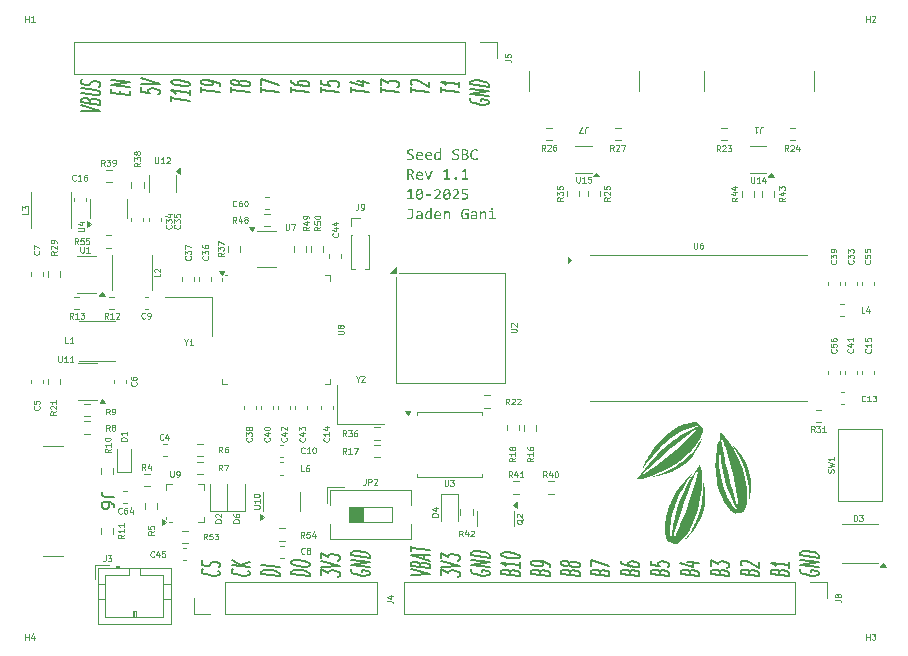
<source format=gbr>
%TF.GenerationSoftware,KiCad,Pcbnew,9.0.3*%
%TF.CreationDate,2025-10-26T12:54:33-04:00*%
%TF.ProjectId,SeedSBC_rev1_1,53656564-5342-4435-9f72-6576315f312e,rev?*%
%TF.SameCoordinates,Original*%
%TF.FileFunction,Legend,Top*%
%TF.FilePolarity,Positive*%
%FSLAX46Y46*%
G04 Gerber Fmt 4.6, Leading zero omitted, Abs format (unit mm)*
G04 Created by KiCad (PCBNEW 9.0.3) date 2025-10-26 12:54:33*
%MOMM*%
%LPD*%
G01*
G04 APERTURE LIST*
%ADD10C,0.125000*%
%ADD11C,0.127000*%
%ADD12C,0.150000*%
%ADD13C,0.120000*%
%ADD14C,0.000000*%
G04 APERTURE END LIST*
D10*
G36*
X136631071Y-87117344D02*
G01*
X136624328Y-87178114D01*
X136605120Y-87228841D01*
X136574193Y-87272484D01*
X136532702Y-87308464D01*
X136482765Y-87335735D01*
X136420961Y-87356031D01*
X136353861Y-87367641D01*
X136277224Y-87371723D01*
X136206516Y-87368975D01*
X136138860Y-87362137D01*
X136077739Y-87352611D01*
X136025837Y-87340949D01*
X136025837Y-87223285D01*
X136078957Y-87240018D01*
X136140936Y-87253326D01*
X136206985Y-87261358D01*
X136286078Y-87264256D01*
X136342626Y-87261747D01*
X136386156Y-87255036D01*
X136424972Y-87243100D01*
X136453811Y-87227742D01*
X136476793Y-87207343D01*
X136492035Y-87183656D01*
X136500894Y-87156359D01*
X136504003Y-87124183D01*
X136498827Y-87090163D01*
X136483853Y-87062329D01*
X136461091Y-87038532D01*
X136430914Y-87016533D01*
X136396599Y-86997578D01*
X136356114Y-86979591D01*
X136270385Y-86945031D01*
X136184656Y-86906441D01*
X136144594Y-86883444D01*
X136109856Y-86857165D01*
X136080219Y-86826288D01*
X136056917Y-86790486D01*
X136042056Y-86749734D01*
X136036767Y-86699567D01*
X136041483Y-86654357D01*
X136055879Y-86609258D01*
X136079952Y-86567741D01*
X136115291Y-86530307D01*
X136159819Y-86499900D01*
X136218789Y-86474558D01*
X136285394Y-86459048D01*
X136369426Y-86453370D01*
X136418274Y-86455446D01*
X136471580Y-86461247D01*
X136524825Y-86469856D01*
X136573674Y-86480115D01*
X136573674Y-86589658D01*
X136468466Y-86566760D01*
X136416244Y-86560815D01*
X136366678Y-86558883D01*
X136297406Y-86563575D01*
X136247757Y-86575839D01*
X136212988Y-86593688D01*
X136185393Y-86619927D01*
X136169342Y-86650587D01*
X136163834Y-86687233D01*
X136168996Y-86721321D01*
X136183984Y-86749515D01*
X136206755Y-86773632D01*
X136236924Y-86795982D01*
X136271262Y-86815174D01*
X136311723Y-86833229D01*
X136397452Y-86867789D01*
X136483182Y-86906746D01*
X136523210Y-86930121D01*
X136557981Y-86956999D01*
X136587604Y-86988543D01*
X136610921Y-87025081D01*
X136625783Y-87066495D01*
X136631071Y-87117344D01*
G37*
G36*
X137179370Y-86666414D02*
G01*
X137237342Y-86683142D01*
X137288704Y-86710699D01*
X137330582Y-86747194D01*
X137363519Y-86792462D01*
X137387979Y-86847944D01*
X137402388Y-86909351D01*
X137407458Y-86980507D01*
X137406786Y-87023005D01*
X137404710Y-87055184D01*
X136923124Y-87055184D01*
X136927254Y-87107513D01*
X136938815Y-87150839D01*
X136957045Y-87186815D01*
X136981864Y-87216690D01*
X137012672Y-87240266D01*
X137050193Y-87257797D01*
X137095814Y-87269018D01*
X137151308Y-87273049D01*
X137211392Y-87270546D01*
X137269460Y-87263646D01*
X137323072Y-87253815D01*
X137370577Y-87241786D01*
X137370577Y-87339483D01*
X137320378Y-87352163D01*
X137260912Y-87362747D01*
X137199140Y-87369446D01*
X137134211Y-87371723D01*
X137049697Y-87365331D01*
X136982536Y-87347787D01*
X136924059Y-87318006D01*
X136878367Y-87278361D01*
X136843490Y-87228583D01*
X136818283Y-87166926D01*
X136803917Y-87098393D01*
X136798804Y-87017449D01*
X136802831Y-86963349D01*
X136923124Y-86963349D01*
X137283810Y-86963349D01*
X137282550Y-86918503D01*
X137274956Y-86879207D01*
X137260820Y-86843348D01*
X137241128Y-86813628D01*
X137215573Y-86789284D01*
X137184036Y-86770703D01*
X137148088Y-86759297D01*
X137104841Y-86755254D01*
X137067189Y-86759127D01*
X137033766Y-86770397D01*
X137003962Y-86788536D01*
X136978445Y-86812957D01*
X136957764Y-86842641D01*
X136940893Y-86878902D01*
X136929407Y-86918598D01*
X136923124Y-86963349D01*
X136802831Y-86963349D01*
X136804093Y-86946394D01*
X136819626Y-86880368D01*
X136845500Y-86819147D01*
X136880382Y-86766856D01*
X136924746Y-86723116D01*
X136978445Y-86689248D01*
X137018082Y-86673520D01*
X137061780Y-86663834D01*
X137110275Y-86660488D01*
X137179370Y-86666414D01*
G37*
G36*
X137948246Y-86666414D02*
G01*
X138006219Y-86683142D01*
X138057581Y-86710699D01*
X138099459Y-86747194D01*
X138132396Y-86792462D01*
X138156856Y-86847944D01*
X138171264Y-86909351D01*
X138176334Y-86980507D01*
X138175662Y-87023005D01*
X138173586Y-87055184D01*
X137692001Y-87055184D01*
X137696130Y-87107513D01*
X137707691Y-87150839D01*
X137725921Y-87186815D01*
X137750741Y-87216690D01*
X137781549Y-87240266D01*
X137819069Y-87257797D01*
X137864691Y-87269018D01*
X137920184Y-87273049D01*
X137980268Y-87270546D01*
X138038337Y-87263646D01*
X138091948Y-87253815D01*
X138139453Y-87241786D01*
X138139453Y-87339483D01*
X138089254Y-87352163D01*
X138029788Y-87362747D01*
X137968016Y-87369446D01*
X137903087Y-87371723D01*
X137818573Y-87365331D01*
X137751413Y-87347787D01*
X137692935Y-87318006D01*
X137647243Y-87278361D01*
X137612367Y-87228583D01*
X137587159Y-87166926D01*
X137572794Y-87098393D01*
X137567681Y-87017449D01*
X137571708Y-86963349D01*
X137692001Y-86963349D01*
X138052686Y-86963349D01*
X138051426Y-86918503D01*
X138043832Y-86879207D01*
X138029696Y-86843348D01*
X138010005Y-86813628D01*
X137984450Y-86789284D01*
X137952913Y-86770703D01*
X137916964Y-86759297D01*
X137873717Y-86755254D01*
X137836066Y-86759127D01*
X137802643Y-86770397D01*
X137772838Y-86788536D01*
X137747322Y-86812957D01*
X137726641Y-86842641D01*
X137709769Y-86878902D01*
X137698284Y-86918598D01*
X137692001Y-86963349D01*
X137571708Y-86963349D01*
X137572970Y-86946394D01*
X137588503Y-86880368D01*
X137614376Y-86819147D01*
X137649258Y-86766856D01*
X137693623Y-86723116D01*
X137747322Y-86689248D01*
X137786958Y-86673520D01*
X137830656Y-86663834D01*
X137879152Y-86660488D01*
X137948246Y-86666414D01*
G37*
G36*
X138913093Y-87360000D02*
G01*
X138806542Y-87360000D01*
X138802451Y-87229452D01*
X138766654Y-87275445D01*
X138730717Y-87310747D01*
X138694495Y-87336857D01*
X138654603Y-87356273D01*
X138612936Y-87367831D01*
X138568832Y-87371723D01*
X138512688Y-87365355D01*
X138465334Y-87347116D01*
X138424562Y-87317638D01*
X138390840Y-87277690D01*
X138365340Y-87229599D01*
X138346083Y-87169918D01*
X138334981Y-87105060D01*
X138331062Y-87030394D01*
X138331606Y-87023066D01*
X138452695Y-87023066D01*
X138457621Y-87106031D01*
X138470521Y-87166221D01*
X138489209Y-87208874D01*
X138517650Y-87243493D01*
X138551511Y-87263330D01*
X138592707Y-87270118D01*
X138621559Y-87266135D01*
X138652977Y-87253353D01*
X138688023Y-87229757D01*
X138736655Y-87182842D01*
X138793536Y-87110017D01*
X138793536Y-86791097D01*
X138763076Y-86779198D01*
X138728628Y-86770275D01*
X138658286Y-86763070D01*
X138610666Y-86767341D01*
X138570451Y-86779451D01*
X138536220Y-86798915D01*
X138506978Y-86826024D01*
X138485017Y-86858484D01*
X138468052Y-86900549D01*
X138456826Y-86954494D01*
X138452695Y-87023066D01*
X138331606Y-87023066D01*
X138337343Y-86945799D01*
X138354998Y-86874750D01*
X138384442Y-86811161D01*
X138422958Y-86759834D01*
X138471272Y-86718736D01*
X138528838Y-86688698D01*
X138593064Y-86670672D01*
X138666530Y-86664396D01*
X138731071Y-86668487D01*
X138793536Y-86681493D01*
X138793536Y-86394752D01*
X138913093Y-86394752D01*
X138913093Y-87360000D01*
G37*
G36*
X140475453Y-87117344D02*
G01*
X140468711Y-87178114D01*
X140449502Y-87228841D01*
X140418576Y-87272484D01*
X140377084Y-87308464D01*
X140327148Y-87335735D01*
X140265343Y-87356031D01*
X140198243Y-87367641D01*
X140121606Y-87371723D01*
X140050898Y-87368975D01*
X139983243Y-87362137D01*
X139922121Y-87352611D01*
X139870219Y-87340949D01*
X139870219Y-87223285D01*
X139923340Y-87240018D01*
X139985319Y-87253326D01*
X140051367Y-87261358D01*
X140130460Y-87264256D01*
X140187009Y-87261747D01*
X140230539Y-87255036D01*
X140269354Y-87243100D01*
X140298194Y-87227742D01*
X140321176Y-87207343D01*
X140336418Y-87183656D01*
X140345276Y-87156359D01*
X140348386Y-87124183D01*
X140343210Y-87090163D01*
X140328236Y-87062329D01*
X140305473Y-87038532D01*
X140275296Y-87016533D01*
X140240981Y-86997578D01*
X140200497Y-86979591D01*
X140114767Y-86945031D01*
X140029038Y-86906441D01*
X139988976Y-86883444D01*
X139954239Y-86857165D01*
X139924601Y-86826288D01*
X139901299Y-86790486D01*
X139886439Y-86749734D01*
X139881149Y-86699567D01*
X139885865Y-86654357D01*
X139900261Y-86609258D01*
X139924335Y-86567741D01*
X139959673Y-86530307D01*
X140004202Y-86499900D01*
X140063171Y-86474558D01*
X140129777Y-86459048D01*
X140213808Y-86453370D01*
X140262657Y-86455446D01*
X140315963Y-86461247D01*
X140369207Y-86469856D01*
X140418056Y-86480115D01*
X140418056Y-86589658D01*
X140312848Y-86566760D01*
X140260626Y-86560815D01*
X140211060Y-86558883D01*
X140141789Y-86563575D01*
X140092139Y-86575839D01*
X140057370Y-86593688D01*
X140029776Y-86619927D01*
X140013725Y-86650587D01*
X140008217Y-86687233D01*
X140013379Y-86721321D01*
X140028367Y-86749515D01*
X140051137Y-86773632D01*
X140081306Y-86795982D01*
X140115644Y-86815174D01*
X140156106Y-86833229D01*
X140241835Y-86867789D01*
X140327564Y-86906746D01*
X140367592Y-86930121D01*
X140402363Y-86956999D01*
X140431986Y-86988543D01*
X140455303Y-87025081D01*
X140470165Y-87066495D01*
X140475453Y-87117344D01*
G37*
G36*
X141017308Y-86474911D02*
G01*
X141086168Y-86490762D01*
X141137786Y-86514441D01*
X141175781Y-86544920D01*
X141202606Y-86582390D01*
X141219275Y-86628238D01*
X141225218Y-86684851D01*
X141221166Y-86731796D01*
X141209551Y-86772615D01*
X141190718Y-86808438D01*
X141164301Y-86838650D01*
X141127608Y-86864272D01*
X141078306Y-86885130D01*
X141113625Y-86894385D01*
X141146938Y-86908394D01*
X141177509Y-86927259D01*
X141204030Y-86950832D01*
X141225908Y-86978980D01*
X141242986Y-87012442D01*
X141253615Y-87049471D01*
X141257336Y-87092431D01*
X141250862Y-87154151D01*
X141232362Y-87206432D01*
X141202299Y-87251993D01*
X141161348Y-87290207D01*
X141111598Y-87319773D01*
X141049973Y-87342231D01*
X140982625Y-87355366D01*
X140904832Y-87360000D01*
X140671214Y-87360000D01*
X140671214Y-87257418D01*
X140792786Y-87257418D01*
X140921196Y-87257418D01*
X140990124Y-87252274D01*
X141040600Y-87238662D01*
X141076962Y-87218461D01*
X141104584Y-87188890D01*
X141121882Y-87149396D01*
X141128192Y-87096706D01*
X141124514Y-87063836D01*
X141113843Y-87035157D01*
X141096427Y-87010143D01*
X141072138Y-86988995D01*
X141042705Y-86972700D01*
X141005582Y-86959930D01*
X140964928Y-86952365D01*
X140917105Y-86949672D01*
X140792786Y-86949672D01*
X140792786Y-87257418D01*
X140671214Y-87257418D01*
X140671214Y-86848066D01*
X140792786Y-86848066D01*
X140914357Y-86848066D01*
X140954937Y-86845767D01*
X140989829Y-86839274D01*
X141021768Y-86827877D01*
X141047897Y-86812224D01*
X141069450Y-86791695D01*
X141085511Y-86766612D01*
X141095307Y-86737532D01*
X141098822Y-86701399D01*
X141096744Y-86674912D01*
X141090640Y-86650352D01*
X141079471Y-86628190D01*
X141061941Y-86609136D01*
X141038919Y-86594183D01*
X141006559Y-86581720D01*
X140969376Y-86574382D01*
X140918510Y-86571584D01*
X140792786Y-86571584D01*
X140792786Y-86848066D01*
X140671214Y-86848066D01*
X140671214Y-86469002D01*
X140926692Y-86469002D01*
X141017308Y-86474911D01*
G37*
G36*
X142011863Y-87327759D02*
G01*
X141939265Y-87352169D01*
X141864550Y-87366804D01*
X141787098Y-87371723D01*
X141710789Y-87366641D01*
X141645046Y-87352225D01*
X141588229Y-87329330D01*
X141539001Y-87298249D01*
X141496388Y-87258700D01*
X141462087Y-87212779D01*
X141434295Y-87158005D01*
X141413283Y-87092919D01*
X141399787Y-87015734D01*
X141394966Y-86924392D01*
X141398258Y-86853306D01*
X141407752Y-86788909D01*
X141422993Y-86730464D01*
X141444904Y-86674313D01*
X141471586Y-86625536D01*
X141502922Y-86583307D01*
X141539937Y-86546093D01*
X141581668Y-86515109D01*
X141628585Y-86490068D01*
X141678760Y-86472129D01*
X141733619Y-86461085D01*
X141793937Y-86457278D01*
X141854855Y-86460073D01*
X141909342Y-86468086D01*
X141961663Y-86481791D01*
X142011863Y-86501242D01*
X142011863Y-86620432D01*
X141962299Y-86596850D01*
X141911418Y-86579766D01*
X141858070Y-86569352D01*
X141798028Y-86565722D01*
X141737381Y-86571780D01*
X141684272Y-86589291D01*
X141637344Y-86618030D01*
X141597871Y-86657557D01*
X141567000Y-86706086D01*
X141543222Y-86766734D01*
X141529143Y-86833809D01*
X141524110Y-86913829D01*
X141529358Y-87002166D01*
X141543757Y-87073235D01*
X141565746Y-87130076D01*
X141594452Y-87175230D01*
X141632677Y-87212949D01*
X141678634Y-87240152D01*
X141733901Y-87257211D01*
X141800776Y-87263279D01*
X141857289Y-87259891D01*
X141910685Y-87249907D01*
X141962311Y-87233858D01*
X142011863Y-87212477D01*
X142011863Y-87327759D01*
G37*
G36*
X136380128Y-88153617D02*
G01*
X136439096Y-88166160D01*
X136491343Y-88187346D01*
X136530992Y-88214092D01*
X136562102Y-88248106D01*
X136583565Y-88288342D01*
X136596031Y-88333394D01*
X136600357Y-88384513D01*
X136597228Y-88425456D01*
X136588023Y-88463586D01*
X136572725Y-88499216D01*
X136551448Y-88531364D01*
X136524601Y-88559528D01*
X136491364Y-88584120D01*
X136453494Y-88603268D01*
X136409054Y-88617276D01*
X136443630Y-88634714D01*
X136472923Y-88661973D01*
X136498187Y-88697098D01*
X136526535Y-88746908D01*
X136667951Y-89040000D01*
X136530626Y-89040000D01*
X136397452Y-88756495D01*
X136366678Y-88702639D01*
X136349979Y-88683086D01*
X136332850Y-88668750D01*
X136313929Y-88657968D01*
X136293222Y-88650737D01*
X136245106Y-88645303D01*
X136187709Y-88645303D01*
X136187709Y-89040000D01*
X136066137Y-89040000D01*
X136066137Y-88547606D01*
X136187709Y-88547606D01*
X136286078Y-88547606D01*
X136327885Y-88545017D01*
X136363625Y-88537714D01*
X136396078Y-88525103D01*
X136422365Y-88508222D01*
X136443853Y-88486480D01*
X136459918Y-88460228D01*
X136469809Y-88430301D01*
X136473290Y-88394771D01*
X136467823Y-88348932D01*
X136452738Y-88313970D01*
X136428532Y-88287243D01*
X136396775Y-88268343D01*
X136355627Y-88256082D01*
X136302503Y-88251584D01*
X136187709Y-88251584D01*
X136187709Y-88547606D01*
X136066137Y-88547606D01*
X136066137Y-88149002D01*
X136305251Y-88149002D01*
X136380128Y-88153617D01*
G37*
G36*
X137179370Y-88346414D02*
G01*
X137237342Y-88363142D01*
X137288704Y-88390699D01*
X137330582Y-88427194D01*
X137363519Y-88472462D01*
X137387979Y-88527944D01*
X137402388Y-88589351D01*
X137407458Y-88660507D01*
X137406786Y-88703005D01*
X137404710Y-88735184D01*
X136923124Y-88735184D01*
X136927254Y-88787513D01*
X136938815Y-88830839D01*
X136957045Y-88866815D01*
X136981864Y-88896690D01*
X137012672Y-88920266D01*
X137050193Y-88937797D01*
X137095814Y-88949018D01*
X137151308Y-88953049D01*
X137211392Y-88950546D01*
X137269460Y-88943646D01*
X137323072Y-88933815D01*
X137370577Y-88921786D01*
X137370577Y-89019483D01*
X137320378Y-89032163D01*
X137260912Y-89042747D01*
X137199140Y-89049446D01*
X137134211Y-89051723D01*
X137049697Y-89045331D01*
X136982536Y-89027787D01*
X136924059Y-88998006D01*
X136878367Y-88958361D01*
X136843490Y-88908583D01*
X136818283Y-88846926D01*
X136803917Y-88778393D01*
X136798804Y-88697449D01*
X136802831Y-88643349D01*
X136923124Y-88643349D01*
X137283810Y-88643349D01*
X137282550Y-88598503D01*
X137274956Y-88559207D01*
X137260820Y-88523348D01*
X137241128Y-88493628D01*
X137215573Y-88469284D01*
X137184036Y-88450703D01*
X137148088Y-88439297D01*
X137104841Y-88435254D01*
X137067189Y-88439127D01*
X137033766Y-88450397D01*
X137003962Y-88468536D01*
X136978445Y-88492957D01*
X136957764Y-88522641D01*
X136940893Y-88558902D01*
X136929407Y-88598598D01*
X136923124Y-88643349D01*
X136802831Y-88643349D01*
X136804093Y-88626394D01*
X136819626Y-88560368D01*
X136845500Y-88499147D01*
X136880382Y-88446856D01*
X136924746Y-88403116D01*
X136978445Y-88369248D01*
X137018082Y-88353520D01*
X137061780Y-88343834D01*
X137110275Y-88340488D01*
X137179370Y-88346414D01*
G37*
G36*
X137532815Y-88352212D02*
G01*
X137668126Y-88352212D01*
X137836165Y-88807114D01*
X137872374Y-88918061D01*
X137909926Y-88804366D01*
X138076622Y-88352212D01*
X138207048Y-88352212D01*
X137937953Y-89040000D01*
X137801299Y-89040000D01*
X137532815Y-88352212D01*
G37*
G36*
X139706577Y-89040000D02*
G01*
X139145734Y-89040000D01*
X139145734Y-88929602D01*
X139375261Y-88929602D01*
X139375261Y-88276008D01*
X139161427Y-88391290D01*
X139117707Y-88289685D01*
X139401884Y-88141186D01*
X139507091Y-88141186D01*
X139507091Y-88929602D01*
X139706577Y-88929602D01*
X139706577Y-89040000D01*
G37*
G36*
X140173508Y-88824089D02*
G01*
X140196180Y-88826331D01*
X140217533Y-88833004D01*
X140237095Y-88843629D01*
X140253742Y-88857611D01*
X140267449Y-88874531D01*
X140277983Y-88894187D01*
X140284639Y-88915636D01*
X140286898Y-88938944D01*
X140284649Y-88961573D01*
X140277983Y-88982663D01*
X140267457Y-89001955D01*
X140253742Y-89018567D01*
X140237122Y-89032257D01*
X140217533Y-89042808D01*
X140196180Y-89049481D01*
X140173508Y-89051723D01*
X140150296Y-89049459D01*
X140129117Y-89042808D01*
X140109825Y-89032282D01*
X140093213Y-89018567D01*
X140079533Y-89001962D01*
X140068972Y-88982663D01*
X140062352Y-88961575D01*
X140060118Y-88938944D01*
X140062362Y-88915633D01*
X140068972Y-88894187D01*
X140079540Y-88874525D01*
X140093213Y-88857611D01*
X140109851Y-88843604D01*
X140129117Y-88833004D01*
X140150296Y-88826353D01*
X140173508Y-88824089D01*
G37*
G36*
X141244330Y-89040000D02*
G01*
X140683487Y-89040000D01*
X140683487Y-88929602D01*
X140913014Y-88929602D01*
X140913014Y-88276008D01*
X140699180Y-88391290D01*
X140655460Y-88289685D01*
X140939637Y-88141186D01*
X141044844Y-88141186D01*
X141044844Y-88929602D01*
X141244330Y-88929602D01*
X141244330Y-89040000D01*
G37*
G36*
X136631071Y-90720000D02*
G01*
X136070228Y-90720000D01*
X136070228Y-90609602D01*
X136299755Y-90609602D01*
X136299755Y-89956008D01*
X136085921Y-90071290D01*
X136042201Y-89969685D01*
X136326378Y-89821186D01*
X136431585Y-89821186D01*
X136431585Y-90609602D01*
X136631071Y-90609602D01*
X136631071Y-90720000D01*
G37*
G36*
X137179603Y-89820306D02*
G01*
X137240762Y-89840420D01*
X137277631Y-89861412D01*
X137310988Y-89888999D01*
X137341146Y-89923829D01*
X137365861Y-89963029D01*
X137387389Y-90010357D01*
X137405382Y-90067077D01*
X137421897Y-90158128D01*
X137427974Y-90272913D01*
X137422627Y-90372894D01*
X137407458Y-90459942D01*
X137381003Y-90539928D01*
X137345298Y-90604900D01*
X137314984Y-90642526D01*
X137280592Y-90673576D01*
X137241800Y-90698567D01*
X137199429Y-90716593D01*
X137151406Y-90727806D01*
X137096659Y-90731723D01*
X137027327Y-90724802D01*
X136966172Y-90704734D01*
X136929273Y-90683733D01*
X136895896Y-90656239D01*
X136865727Y-90621631D01*
X136841064Y-90582664D01*
X136819554Y-90535469D01*
X136801552Y-90478749D01*
X136799244Y-90465987D01*
X136924467Y-90465987D01*
X136950418Y-90532177D01*
X136967999Y-90560679D01*
X136988337Y-90584262D01*
X137012118Y-90603606D01*
X137038895Y-90618089D01*
X137068596Y-90626989D01*
X137103497Y-90630118D01*
X137148039Y-90624385D01*
X137187822Y-90607465D01*
X137222259Y-90579998D01*
X137252363Y-90540176D01*
X137275253Y-90492039D01*
X137293396Y-90429289D01*
X137303916Y-90360347D01*
X137307745Y-90275844D01*
X137306036Y-90229560D01*
X137302250Y-90184619D01*
X136924467Y-90465987D01*
X136799244Y-90465987D01*
X136785080Y-90387654D01*
X136779021Y-90272913D01*
X136779309Y-90267601D01*
X136899249Y-90267601D01*
X136899555Y-90309855D01*
X136901936Y-90350704D01*
X137279719Y-90071290D01*
X137253768Y-90008093D01*
X137236351Y-89981247D01*
X137216215Y-89958817D01*
X137192830Y-89940372D01*
X137166329Y-89926516D01*
X137137145Y-89917960D01*
X137103497Y-89914975D01*
X137058896Y-89920681D01*
X137019112Y-89937506D01*
X136984676Y-89964836D01*
X136954509Y-90004673D01*
X136931645Y-90052805D01*
X136913538Y-90115193D01*
X136903064Y-90183639D01*
X136899249Y-90267601D01*
X136779309Y-90267601D01*
X136784442Y-90172854D01*
X136799842Y-90085518D01*
X136826480Y-90005182D01*
X136862002Y-89940193D01*
X136892149Y-89902600D01*
X136926534Y-89871547D01*
X136965500Y-89846526D01*
X137008098Y-89828466D01*
X137056021Y-89817269D01*
X137110275Y-89813370D01*
X137179603Y-89820306D01*
G37*
G36*
X138076622Y-90403461D02*
G01*
X137668126Y-90403461D01*
X137668126Y-90291109D01*
X138076622Y-90291109D01*
X138076622Y-90403461D01*
G37*
G36*
X138945211Y-90720000D02*
G01*
X138357074Y-90720000D01*
X138357074Y-90613510D01*
X138587944Y-90383433D01*
X138680146Y-90286224D01*
X138712928Y-90245338D01*
X138735467Y-90211303D01*
X138752473Y-90177365D01*
X138762151Y-90147311D01*
X138768989Y-90082281D01*
X138766731Y-90050048D01*
X138760075Y-90019755D01*
X138748715Y-89991566D01*
X138732780Y-89967426D01*
X138711890Y-89947456D01*
X138684970Y-89931889D01*
X138653782Y-89922341D01*
X138614567Y-89918883D01*
X138560001Y-89925252D01*
X138511435Y-89943918D01*
X138467142Y-89972403D01*
X138426072Y-90008764D01*
X138360493Y-89930484D01*
X138414852Y-89882644D01*
X138476936Y-89845366D01*
X138521949Y-89827984D01*
X138572740Y-89817152D01*
X138630321Y-89813370D01*
X138687984Y-89817976D01*
X138738581Y-89831200D01*
X138784410Y-89853104D01*
X138822906Y-89882491D01*
X138854195Y-89919436D01*
X138877922Y-89964617D01*
X138892345Y-90015272D01*
X138897400Y-90074160D01*
X138893885Y-90124281D01*
X138883722Y-90169293D01*
X138866847Y-90212368D01*
X138842384Y-90256549D01*
X138812038Y-90299634D01*
X138772714Y-90346613D01*
X138673307Y-90448585D01*
X138511435Y-90606671D01*
X138945211Y-90606671D01*
X138945211Y-90720000D01*
G37*
G36*
X139486233Y-89820306D02*
G01*
X139547391Y-89840420D01*
X139584260Y-89861412D01*
X139617618Y-89888999D01*
X139647775Y-89923829D01*
X139672491Y-89963029D01*
X139694019Y-90010357D01*
X139712011Y-90067077D01*
X139728527Y-90158128D01*
X139734603Y-90272913D01*
X139729257Y-90372894D01*
X139714087Y-90459942D01*
X139687632Y-90539928D01*
X139651927Y-90604900D01*
X139621613Y-90642526D01*
X139587221Y-90673576D01*
X139548429Y-90698567D01*
X139506058Y-90716593D01*
X139458035Y-90727806D01*
X139403288Y-90731723D01*
X139333957Y-90724802D01*
X139272801Y-90704734D01*
X139235903Y-90683733D01*
X139202525Y-90656239D01*
X139172356Y-90621631D01*
X139147694Y-90582664D01*
X139126184Y-90535469D01*
X139108182Y-90478749D01*
X139105874Y-90465987D01*
X139231097Y-90465987D01*
X139257048Y-90532177D01*
X139274629Y-90560679D01*
X139294966Y-90584262D01*
X139318747Y-90603606D01*
X139345525Y-90618089D01*
X139375225Y-90626989D01*
X139410127Y-90630118D01*
X139454668Y-90624385D01*
X139494452Y-90607465D01*
X139528889Y-90579998D01*
X139558993Y-90540176D01*
X139581883Y-90492039D01*
X139600026Y-90429289D01*
X139610545Y-90360347D01*
X139614375Y-90275844D01*
X139612665Y-90229560D01*
X139608879Y-90184619D01*
X139231097Y-90465987D01*
X139105874Y-90465987D01*
X139091709Y-90387654D01*
X139085650Y-90272913D01*
X139085938Y-90267601D01*
X139205879Y-90267601D01*
X139206184Y-90309855D01*
X139208565Y-90350704D01*
X139586348Y-90071290D01*
X139560397Y-90008093D01*
X139542981Y-89981247D01*
X139522845Y-89958817D01*
X139499460Y-89940372D01*
X139472958Y-89926516D01*
X139443775Y-89917960D01*
X139410127Y-89914975D01*
X139365525Y-89920681D01*
X139325741Y-89937506D01*
X139291305Y-89964836D01*
X139261139Y-90004673D01*
X139238275Y-90052805D01*
X139220167Y-90115193D01*
X139209693Y-90183639D01*
X139205879Y-90267601D01*
X139085938Y-90267601D01*
X139091071Y-90172854D01*
X139106472Y-90085518D01*
X139133110Y-90005182D01*
X139168632Y-89940193D01*
X139198778Y-89902600D01*
X139233164Y-89871547D01*
X139272130Y-89846526D01*
X139314728Y-89828466D01*
X139362650Y-89817269D01*
X139416905Y-89813370D01*
X139486233Y-89820306D01*
G37*
G36*
X140482964Y-90720000D02*
G01*
X139894827Y-90720000D01*
X139894827Y-90613510D01*
X140125697Y-90383433D01*
X140217899Y-90286224D01*
X140250681Y-90245338D01*
X140273220Y-90211303D01*
X140290226Y-90177365D01*
X140299904Y-90147311D01*
X140306742Y-90082281D01*
X140304484Y-90050048D01*
X140297827Y-90019755D01*
X140286468Y-89991566D01*
X140270533Y-89967426D01*
X140249643Y-89947456D01*
X140222723Y-89931889D01*
X140191535Y-89922341D01*
X140152320Y-89918883D01*
X140097754Y-89925252D01*
X140049188Y-89943918D01*
X140004895Y-89972403D01*
X139963825Y-90008764D01*
X139898246Y-89930484D01*
X139952605Y-89882644D01*
X140014689Y-89845366D01*
X140059702Y-89827984D01*
X140110493Y-89817152D01*
X140168073Y-89813370D01*
X140225737Y-89817976D01*
X140276334Y-89831200D01*
X140322163Y-89853104D01*
X140360659Y-89882491D01*
X140391948Y-89919436D01*
X140415675Y-89964617D01*
X140430098Y-90015272D01*
X140435153Y-90074160D01*
X140431638Y-90124281D01*
X140421475Y-90169293D01*
X140404600Y-90212368D01*
X140380137Y-90256549D01*
X140349791Y-90299634D01*
X140310467Y-90346613D01*
X140211060Y-90448585D01*
X140049188Y-90606671D01*
X140482964Y-90606671D01*
X140482964Y-90720000D01*
G37*
G36*
X141229309Y-90435762D02*
G01*
X141222012Y-90499222D01*
X141200610Y-90555929D01*
X141166708Y-90606210D01*
X141121720Y-90649291D01*
X141067872Y-90683537D01*
X141003201Y-90710047D01*
X140933050Y-90726170D01*
X140855617Y-90731723D01*
X140812936Y-90730807D01*
X140767506Y-90728426D01*
X140723421Y-90725129D01*
X140684830Y-90720976D01*
X140684830Y-90612533D01*
X140769216Y-90624439D01*
X140865204Y-90628164D01*
X140918257Y-90624808D01*
X140963572Y-90615341D01*
X141004770Y-90599332D01*
X141038005Y-90578522D01*
X141065265Y-90551883D01*
X141085144Y-90520392D01*
X141097344Y-90484704D01*
X141101570Y-90443700D01*
X141097464Y-90403551D01*
X141085980Y-90371182D01*
X141067608Y-90344910D01*
X141041791Y-90323715D01*
X141000127Y-90304218D01*
X140944154Y-90291125D01*
X140869966Y-90286224D01*
X140700584Y-90286224D01*
X140700584Y-89829002D01*
X141181498Y-89829002D01*
X141181498Y-89932561D01*
X140812569Y-89932561D01*
X140812569Y-90184619D01*
X140890483Y-90184619D01*
X140954089Y-90187529D01*
X141015474Y-90196160D01*
X141073668Y-90212305D01*
X141123735Y-90236582D01*
X141166532Y-90270250D01*
X141200244Y-90313946D01*
X141215853Y-90347500D01*
X141225770Y-90387637D01*
X141229309Y-90435762D01*
G37*
G36*
X136549066Y-91509002D02*
G01*
X136549066Y-92126814D01*
X136544737Y-92182882D01*
X136531969Y-92235380D01*
X136510329Y-92283672D01*
X136480068Y-92324834D01*
X136441361Y-92358642D01*
X136392629Y-92385406D01*
X136337145Y-92401900D01*
X136269042Y-92407815D01*
X136214698Y-92404030D01*
X136161392Y-92393832D01*
X136113276Y-92378140D01*
X136074319Y-92357990D01*
X136074319Y-92235868D01*
X136118760Y-92263336D01*
X136168230Y-92284534D01*
X136220042Y-92297942D01*
X136270385Y-92302302D01*
X136318012Y-92296841D01*
X136355468Y-92281625D01*
X136385118Y-92257117D01*
X136406559Y-92224662D01*
X136420399Y-92182233D01*
X136425479Y-92126936D01*
X136425479Y-91614515D01*
X136085921Y-91614515D01*
X136085921Y-91509002D01*
X136549066Y-91509002D01*
G37*
G36*
X137167986Y-91704071D02*
G01*
X137219574Y-91714166D01*
X137266404Y-91731839D01*
X137303960Y-91755931D01*
X137334317Y-91787437D01*
X137356899Y-91826456D01*
X137370473Y-91871280D01*
X137375340Y-91926352D01*
X137375340Y-92400000D01*
X137268789Y-92400000D01*
X137266041Y-92307676D01*
X137207977Y-92356237D01*
X137152285Y-92387238D01*
X137093228Y-92405582D01*
X137031079Y-92411723D01*
X136974765Y-92407688D01*
X136930635Y-92396702D01*
X136891963Y-92378455D01*
X136862002Y-92355425D01*
X136838599Y-92326815D01*
X136822374Y-92293632D01*
X136812973Y-92257028D01*
X136809734Y-92216390D01*
X136810124Y-92212543D01*
X136935397Y-92212543D01*
X136941564Y-92250462D01*
X136949569Y-92267533D01*
X136961348Y-92282641D01*
X136976677Y-92294941D01*
X136996885Y-92304867D01*
X137020110Y-92310841D01*
X137050191Y-92313049D01*
X137091970Y-92307375D01*
X137144103Y-92288075D01*
X137196220Y-92257447D01*
X137255783Y-92209124D01*
X137255783Y-92087369D01*
X137104841Y-92087369D01*
X137062079Y-92089769D01*
X137028332Y-92096284D01*
X136998320Y-92107414D01*
X136975697Y-92121563D01*
X136957775Y-92139726D01*
X136945289Y-92160886D01*
X136937958Y-92184793D01*
X136935397Y-92212543D01*
X136810124Y-92212543D01*
X136814795Y-92166425D01*
X136829277Y-92123784D01*
X136852927Y-92086944D01*
X136886549Y-92054945D01*
X136925782Y-92031162D01*
X136975187Y-92012880D01*
X137036959Y-92000885D01*
X137113695Y-91996510D01*
X137255783Y-91996510D01*
X137255783Y-91936243D01*
X137251202Y-91897343D01*
X137238187Y-91865365D01*
X137216826Y-91838729D01*
X137188613Y-91819460D01*
X137150089Y-91806812D01*
X137098002Y-91802093D01*
X137040340Y-91805408D01*
X136983574Y-91815343D01*
X136927128Y-91831054D01*
X136867131Y-91852896D01*
X136867131Y-91745429D01*
X136917323Y-91728942D01*
X136975697Y-91714532D01*
X137039933Y-91704335D01*
X137107588Y-91700488D01*
X137167986Y-91704071D01*
G37*
G36*
X138144216Y-92400000D02*
G01*
X138037665Y-92400000D01*
X138033574Y-92269452D01*
X137997777Y-92315445D01*
X137961841Y-92350747D01*
X137925619Y-92376857D01*
X137885727Y-92396273D01*
X137844059Y-92407831D01*
X137799956Y-92411723D01*
X137743811Y-92405355D01*
X137696458Y-92387116D01*
X137655685Y-92357638D01*
X137621964Y-92317690D01*
X137596464Y-92269599D01*
X137577206Y-92209918D01*
X137566104Y-92145060D01*
X137562185Y-92070394D01*
X137562729Y-92063066D01*
X137683818Y-92063066D01*
X137688745Y-92146031D01*
X137701644Y-92206221D01*
X137720333Y-92248874D01*
X137748774Y-92283493D01*
X137782634Y-92303330D01*
X137823831Y-92310118D01*
X137852682Y-92306135D01*
X137884100Y-92293353D01*
X137919146Y-92269757D01*
X137967779Y-92222842D01*
X138024659Y-92150017D01*
X138024659Y-91831097D01*
X137994200Y-91819198D01*
X137959752Y-91810275D01*
X137889410Y-91803070D01*
X137841789Y-91807341D01*
X137801575Y-91819451D01*
X137767343Y-91838915D01*
X137738101Y-91866024D01*
X137716141Y-91898484D01*
X137699176Y-91940549D01*
X137687950Y-91994494D01*
X137683818Y-92063066D01*
X137562729Y-92063066D01*
X137568466Y-91985799D01*
X137586121Y-91914750D01*
X137615565Y-91851161D01*
X137654082Y-91799834D01*
X137702396Y-91758736D01*
X137759961Y-91728698D01*
X137824188Y-91710672D01*
X137897653Y-91704396D01*
X137962194Y-91708487D01*
X138024659Y-91721493D01*
X138024659Y-91434752D01*
X138144216Y-91434752D01*
X138144216Y-92400000D01*
G37*
G36*
X138717123Y-91706414D02*
G01*
X138775095Y-91723142D01*
X138826457Y-91750699D01*
X138868335Y-91787194D01*
X138901272Y-91832462D01*
X138925732Y-91887944D01*
X138940141Y-91949351D01*
X138945211Y-92020507D01*
X138944539Y-92063005D01*
X138942463Y-92095184D01*
X138460877Y-92095184D01*
X138465007Y-92147513D01*
X138476568Y-92190839D01*
X138494797Y-92226815D01*
X138519617Y-92256690D01*
X138550425Y-92280266D01*
X138587946Y-92297797D01*
X138633567Y-92309018D01*
X138689061Y-92313049D01*
X138749145Y-92310546D01*
X138807213Y-92303646D01*
X138860825Y-92293815D01*
X138908330Y-92281786D01*
X138908330Y-92379483D01*
X138858131Y-92392163D01*
X138798665Y-92402747D01*
X138736893Y-92409446D01*
X138671964Y-92411723D01*
X138587450Y-92405331D01*
X138520289Y-92387787D01*
X138461812Y-92358006D01*
X138416120Y-92318361D01*
X138381243Y-92268583D01*
X138356036Y-92206926D01*
X138341670Y-92138393D01*
X138336557Y-92057449D01*
X138340584Y-92003349D01*
X138460877Y-92003349D01*
X138821563Y-92003349D01*
X138820303Y-91958503D01*
X138812709Y-91919207D01*
X138798573Y-91883348D01*
X138778881Y-91853628D01*
X138753326Y-91829284D01*
X138721789Y-91810703D01*
X138685841Y-91799297D01*
X138642594Y-91795254D01*
X138604942Y-91799127D01*
X138571519Y-91810397D01*
X138541715Y-91828536D01*
X138516198Y-91852957D01*
X138495517Y-91882641D01*
X138478646Y-91918902D01*
X138467160Y-91958598D01*
X138460877Y-92003349D01*
X138340584Y-92003349D01*
X138341846Y-91986394D01*
X138357379Y-91920368D01*
X138383253Y-91859147D01*
X138418135Y-91806856D01*
X138462499Y-91763116D01*
X138516198Y-91729248D01*
X138555835Y-91713520D01*
X138599533Y-91703834D01*
X138648028Y-91700488D01*
X138717123Y-91706414D01*
G37*
G36*
X139134804Y-91712212D02*
G01*
X139240683Y-91712212D01*
X139245446Y-91823159D01*
X139303515Y-91764235D01*
X139358531Y-91726439D01*
X139385990Y-91714144D01*
X139413485Y-91706289D01*
X139471554Y-91700488D01*
X139524086Y-91704890D01*
X139567173Y-91717186D01*
X139602630Y-91736591D01*
X139631777Y-91763136D01*
X139653995Y-91795499D01*
X139670940Y-91836381D01*
X139682020Y-91887677D01*
X139686060Y-91951692D01*
X139686060Y-92400000D01*
X139567236Y-92400000D01*
X139567236Y-91961217D01*
X139563240Y-91907945D01*
X139552706Y-91869304D01*
X139537133Y-91841782D01*
X139514536Y-91820729D01*
X139485412Y-91807741D01*
X139447679Y-91803070D01*
X139404937Y-91809603D01*
X139384357Y-91818141D01*
X139361584Y-91832196D01*
X139312735Y-91875671D01*
X139253689Y-91944059D01*
X139253689Y-92400000D01*
X139134804Y-92400000D01*
X139134804Y-91712212D01*
G37*
G36*
X141250497Y-91657501D02*
G01*
X141199734Y-91634331D01*
X141147976Y-91617140D01*
X141093947Y-91606497D01*
X141033243Y-91602791D01*
X140964930Y-91609370D01*
X140906847Y-91628131D01*
X140855774Y-91658709D01*
X140813607Y-91699572D01*
X140780601Y-91749494D01*
X140755539Y-91810642D01*
X140740609Y-91877721D01*
X140735389Y-91954195D01*
X140739697Y-92033914D01*
X140751753Y-92101229D01*
X140773290Y-92162295D01*
X140802983Y-92211261D01*
X140842486Y-92250920D01*
X140892131Y-92280321D01*
X140949820Y-92297892D01*
X141022313Y-92304256D01*
X141050340Y-92302913D01*
X141080382Y-92299127D01*
X141109385Y-92293326D01*
X141134359Y-92285816D01*
X141134359Y-92001395D01*
X140951971Y-92001395D01*
X140951971Y-91900767D01*
X141254588Y-91900767D01*
X141254588Y-92357684D01*
X141195481Y-92380949D01*
X141131917Y-92398046D01*
X141067376Y-92408304D01*
X141005216Y-92411723D01*
X140944724Y-92408367D01*
X140889971Y-92398668D01*
X140840230Y-92383025D01*
X140793420Y-92360605D01*
X140751936Y-92332287D01*
X140715239Y-92297845D01*
X140684189Y-92258150D01*
X140657729Y-92211621D01*
X140635982Y-92157344D01*
X140621080Y-92100638D01*
X140611642Y-92036029D01*
X140608321Y-91962438D01*
X140611945Y-91889513D01*
X140622361Y-91824067D01*
X140639035Y-91765212D01*
X140662861Y-91708965D01*
X140691701Y-91659992D01*
X140725497Y-91617506D01*
X140765023Y-91580409D01*
X140809482Y-91549716D01*
X140859403Y-91525183D01*
X140912404Y-91507746D01*
X140969681Y-91497043D01*
X141031899Y-91493370D01*
X141091126Y-91495988D01*
X141146266Y-91503628D01*
X141199563Y-91516960D01*
X141250497Y-91536357D01*
X141250497Y-91657501D01*
G37*
G36*
X141781245Y-91704071D02*
G01*
X141832833Y-91714166D01*
X141879662Y-91731839D01*
X141917219Y-91755931D01*
X141947576Y-91787437D01*
X141970158Y-91826456D01*
X141983732Y-91871280D01*
X141988599Y-91926352D01*
X141988599Y-92400000D01*
X141882048Y-92400000D01*
X141879300Y-92307676D01*
X141821236Y-92356237D01*
X141765544Y-92387238D01*
X141706487Y-92405582D01*
X141644338Y-92411723D01*
X141588024Y-92407688D01*
X141543893Y-92396702D01*
X141505222Y-92378455D01*
X141475261Y-92355425D01*
X141451857Y-92326815D01*
X141435633Y-92293632D01*
X141426231Y-92257028D01*
X141422993Y-92216390D01*
X141423383Y-92212543D01*
X141548656Y-92212543D01*
X141554823Y-92250462D01*
X141562827Y-92267533D01*
X141574607Y-92282641D01*
X141589936Y-92294941D01*
X141610144Y-92304867D01*
X141633369Y-92310841D01*
X141663450Y-92313049D01*
X141705228Y-92307375D01*
X141757362Y-92288075D01*
X141809479Y-92257447D01*
X141869042Y-92209124D01*
X141869042Y-92087369D01*
X141718100Y-92087369D01*
X141675338Y-92089769D01*
X141641591Y-92096284D01*
X141611579Y-92107414D01*
X141588956Y-92121563D01*
X141571034Y-92139726D01*
X141558548Y-92160886D01*
X141551217Y-92184793D01*
X141548656Y-92212543D01*
X141423383Y-92212543D01*
X141428054Y-92166425D01*
X141442536Y-92123784D01*
X141466186Y-92086944D01*
X141499808Y-92054945D01*
X141539041Y-92031162D01*
X141588446Y-92012880D01*
X141650218Y-92000885D01*
X141726953Y-91996510D01*
X141869042Y-91996510D01*
X141869042Y-91936243D01*
X141864461Y-91897343D01*
X141851446Y-91865365D01*
X141830085Y-91838729D01*
X141801872Y-91819460D01*
X141763347Y-91806812D01*
X141711261Y-91802093D01*
X141653599Y-91805408D01*
X141596833Y-91815343D01*
X141540387Y-91831054D01*
X141480390Y-91852896D01*
X141480390Y-91745429D01*
X141530582Y-91728942D01*
X141588956Y-91714532D01*
X141653192Y-91704335D01*
X141720847Y-91700488D01*
X141781245Y-91704071D01*
G37*
G36*
X142210310Y-91712212D02*
G01*
X142316189Y-91712212D01*
X142320952Y-91823159D01*
X142379021Y-91764235D01*
X142434036Y-91726439D01*
X142461496Y-91714144D01*
X142488991Y-91706289D01*
X142547060Y-91700488D01*
X142599592Y-91704890D01*
X142642679Y-91717186D01*
X142678136Y-91736591D01*
X142707283Y-91763136D01*
X142729500Y-91795499D01*
X142746446Y-91836381D01*
X142757526Y-91887677D01*
X142761566Y-91951692D01*
X142761566Y-92400000D01*
X142642742Y-92400000D01*
X142642742Y-91961217D01*
X142638746Y-91907945D01*
X142628211Y-91869304D01*
X142612639Y-91841782D01*
X142590042Y-91820729D01*
X142560918Y-91807741D01*
X142523185Y-91803070D01*
X142480443Y-91809603D01*
X142459863Y-91818141D01*
X142437090Y-91832196D01*
X142388241Y-91875671D01*
X142329195Y-91944059D01*
X142329195Y-92400000D01*
X142210310Y-92400000D01*
X142210310Y-91712212D01*
G37*
G36*
X143212805Y-91810886D02*
G01*
X143009900Y-91810886D01*
X143009900Y-91712212D01*
X143333033Y-91712212D01*
X143333033Y-92301325D01*
X143537281Y-92301325D01*
X143537281Y-92400000D01*
X142987369Y-92400000D01*
X142987369Y-92301325D01*
X143212805Y-92301325D01*
X143212805Y-91810886D01*
G37*
G36*
X143254509Y-91423028D02*
G01*
X143291329Y-91430233D01*
X143321065Y-91450383D01*
X143340849Y-91480181D01*
X143348054Y-91516817D01*
X143340849Y-91553148D01*
X143321065Y-91583251D01*
X143291329Y-91603463D01*
X143254509Y-91610607D01*
X143217568Y-91603463D01*
X143187892Y-91583251D01*
X143168047Y-91553148D01*
X143160903Y-91516817D01*
X143168047Y-91480181D01*
X143187892Y-91450383D01*
X143217568Y-91430233D01*
X143254509Y-91423028D01*
G37*
D11*
X136396450Y-122526400D02*
X137971250Y-122469250D01*
X137971250Y-122469250D02*
X136396450Y-122018400D01*
X137146355Y-121604138D02*
X137221345Y-121504655D01*
X137221345Y-121504655D02*
X137296336Y-121477743D01*
X137296336Y-121477743D02*
X137446317Y-121460205D01*
X137446317Y-121460205D02*
X137671288Y-121488326D01*
X137671288Y-121488326D02*
X137821269Y-121543359D01*
X137821269Y-121543359D02*
X137896260Y-121589019D01*
X137896260Y-121589019D02*
X137971250Y-121670964D01*
X137971250Y-121670964D02*
X137971250Y-121961250D01*
X137971250Y-121961250D02*
X136396450Y-121764400D01*
X136396450Y-121764400D02*
X136396450Y-121510400D01*
X136396450Y-121510400D02*
X136471440Y-121447202D01*
X136471440Y-121447202D02*
X136546431Y-121420290D01*
X136546431Y-121420290D02*
X136696412Y-121402752D01*
X136696412Y-121402752D02*
X136846393Y-121421500D01*
X136846393Y-121421500D02*
X136996374Y-121476533D01*
X136996374Y-121476533D02*
X137071364Y-121522193D01*
X137071364Y-121522193D02*
X137146355Y-121604138D01*
X137146355Y-121604138D02*
X137146355Y-121858138D01*
X137521307Y-121179293D02*
X137521307Y-120816435D01*
X137971250Y-121308107D02*
X136396450Y-120857257D01*
X136396450Y-120857257D02*
X137971250Y-120800107D01*
X136396450Y-120458114D02*
X136396450Y-120022685D01*
X137971250Y-120437250D02*
X136396450Y-120240400D01*
X138931790Y-122490114D02*
X138931790Y-122018400D01*
X138931790Y-122018400D02*
X139531714Y-122347390D01*
X139531714Y-122347390D02*
X139531714Y-122238533D01*
X139531714Y-122238533D02*
X139606704Y-122175336D01*
X139606704Y-122175336D02*
X139681695Y-122148424D01*
X139681695Y-122148424D02*
X139831676Y-122130886D01*
X139831676Y-122130886D02*
X140206628Y-122177755D01*
X140206628Y-122177755D02*
X140356609Y-122232788D01*
X140356609Y-122232788D02*
X140431600Y-122278448D01*
X140431600Y-122278448D02*
X140506590Y-122360393D01*
X140506590Y-122360393D02*
X140506590Y-122578107D01*
X140506590Y-122578107D02*
X140431600Y-122641305D01*
X140431600Y-122641305D02*
X140356609Y-122668217D01*
X138931790Y-121800686D02*
X140506590Y-121743536D01*
X140506590Y-121743536D02*
X138931790Y-121292686D01*
X138931790Y-121111257D02*
X138931790Y-120639543D01*
X138931790Y-120639543D02*
X139531714Y-120968533D01*
X139531714Y-120968533D02*
X139531714Y-120859676D01*
X139531714Y-120859676D02*
X139606704Y-120796479D01*
X139606704Y-120796479D02*
X139681695Y-120769567D01*
X139681695Y-120769567D02*
X139831676Y-120752029D01*
X139831676Y-120752029D02*
X140206628Y-120798898D01*
X140206628Y-120798898D02*
X140356609Y-120853931D01*
X140356609Y-120853931D02*
X140431600Y-120899591D01*
X140431600Y-120899591D02*
X140506590Y-120981536D01*
X140506590Y-120981536D02*
X140506590Y-121199250D01*
X140506590Y-121199250D02*
X140431600Y-121262448D01*
X140431600Y-121262448D02*
X140356609Y-121289360D01*
X141542120Y-122027774D02*
X141467130Y-122090971D01*
X141467130Y-122090971D02*
X141467130Y-122199828D01*
X141467130Y-122199828D02*
X141542120Y-122318059D01*
X141542120Y-122318059D02*
X141692101Y-122409378D01*
X141692101Y-122409378D02*
X141842082Y-122464412D01*
X141842082Y-122464412D02*
X142142044Y-122538193D01*
X142142044Y-122538193D02*
X142367016Y-122566314D01*
X142367016Y-122566314D02*
X142666978Y-122567524D01*
X142666978Y-122567524D02*
X142816959Y-122549986D01*
X142816959Y-122549986D02*
X142966940Y-122496162D01*
X142966940Y-122496162D02*
X143041930Y-122396678D01*
X143041930Y-122396678D02*
X143041930Y-122324107D01*
X143041930Y-122324107D02*
X142966940Y-122205876D01*
X142966940Y-122205876D02*
X142891949Y-122160217D01*
X142891949Y-122160217D02*
X142367016Y-122094600D01*
X142367016Y-122094600D02*
X142367016Y-122239743D01*
X143041930Y-121852393D02*
X141467130Y-121655543D01*
X141467130Y-121655543D02*
X143041930Y-121416964D01*
X143041930Y-121416964D02*
X141467130Y-121220114D01*
X143041930Y-121054107D02*
X141467130Y-120857257D01*
X141467130Y-120857257D02*
X141467130Y-120675828D01*
X141467130Y-120675828D02*
X141542120Y-120576345D01*
X141542120Y-120576345D02*
X141692101Y-120522521D01*
X141692101Y-120522521D02*
X141842082Y-120504983D01*
X141842082Y-120504983D02*
X142142044Y-120506192D01*
X142142044Y-120506192D02*
X142367016Y-120534314D01*
X142367016Y-120534314D02*
X142666978Y-120608095D01*
X142666978Y-120608095D02*
X142816959Y-120663128D01*
X142816959Y-120663128D02*
X142966940Y-120754447D01*
X142966940Y-120754447D02*
X143041930Y-120872678D01*
X143041930Y-120872678D02*
X143041930Y-121054107D01*
X144752375Y-122257281D02*
X144827365Y-122157798D01*
X144827365Y-122157798D02*
X144902356Y-122130886D01*
X144902356Y-122130886D02*
X145052337Y-122113348D01*
X145052337Y-122113348D02*
X145277308Y-122141469D01*
X145277308Y-122141469D02*
X145427289Y-122196502D01*
X145427289Y-122196502D02*
X145502280Y-122242162D01*
X145502280Y-122242162D02*
X145577270Y-122324107D01*
X145577270Y-122324107D02*
X145577270Y-122614393D01*
X145577270Y-122614393D02*
X144002470Y-122417543D01*
X144002470Y-122417543D02*
X144002470Y-122163543D01*
X144002470Y-122163543D02*
X144077460Y-122100345D01*
X144077460Y-122100345D02*
X144152451Y-122073433D01*
X144152451Y-122073433D02*
X144302432Y-122055895D01*
X144302432Y-122055895D02*
X144452413Y-122074643D01*
X144452413Y-122074643D02*
X144602394Y-122129676D01*
X144602394Y-122129676D02*
X144677384Y-122175336D01*
X144677384Y-122175336D02*
X144752375Y-122257281D01*
X144752375Y-122257281D02*
X144752375Y-122511281D01*
X145577270Y-121453250D02*
X145577270Y-121888678D01*
X145577270Y-121670964D02*
X144002470Y-121474114D01*
X144002470Y-121474114D02*
X144227441Y-121574807D01*
X144227441Y-121574807D02*
X144377422Y-121666126D01*
X144377422Y-121666126D02*
X144452413Y-121748071D01*
X144002470Y-120784686D02*
X144002470Y-120712114D01*
X144002470Y-120712114D02*
X144077460Y-120648917D01*
X144077460Y-120648917D02*
X144152451Y-120622005D01*
X144152451Y-120622005D02*
X144302432Y-120604467D01*
X144302432Y-120604467D02*
X144602394Y-120605676D01*
X144602394Y-120605676D02*
X144977346Y-120652545D01*
X144977346Y-120652545D02*
X145277308Y-120726326D01*
X145277308Y-120726326D02*
X145427289Y-120781360D01*
X145427289Y-120781360D02*
X145502280Y-120827019D01*
X145502280Y-120827019D02*
X145577270Y-120908964D01*
X145577270Y-120908964D02*
X145577270Y-120981536D01*
X145577270Y-120981536D02*
X145502280Y-121044734D01*
X145502280Y-121044734D02*
X145427289Y-121071645D01*
X145427289Y-121071645D02*
X145277308Y-121089184D01*
X145277308Y-121089184D02*
X144977346Y-121087974D01*
X144977346Y-121087974D02*
X144602394Y-121041105D01*
X144602394Y-121041105D02*
X144302432Y-120967324D01*
X144302432Y-120967324D02*
X144152451Y-120912291D01*
X144152451Y-120912291D02*
X144077460Y-120866631D01*
X144077460Y-120866631D02*
X144002470Y-120784686D01*
X147287715Y-122257281D02*
X147362705Y-122157798D01*
X147362705Y-122157798D02*
X147437696Y-122130886D01*
X147437696Y-122130886D02*
X147587677Y-122113348D01*
X147587677Y-122113348D02*
X147812648Y-122141469D01*
X147812648Y-122141469D02*
X147962629Y-122196502D01*
X147962629Y-122196502D02*
X148037620Y-122242162D01*
X148037620Y-122242162D02*
X148112610Y-122324107D01*
X148112610Y-122324107D02*
X148112610Y-122614393D01*
X148112610Y-122614393D02*
X146537810Y-122417543D01*
X146537810Y-122417543D02*
X146537810Y-122163543D01*
X146537810Y-122163543D02*
X146612800Y-122100345D01*
X146612800Y-122100345D02*
X146687791Y-122073433D01*
X146687791Y-122073433D02*
X146837772Y-122055895D01*
X146837772Y-122055895D02*
X146987753Y-122074643D01*
X146987753Y-122074643D02*
X147137734Y-122129676D01*
X147137734Y-122129676D02*
X147212724Y-122175336D01*
X147212724Y-122175336D02*
X147287715Y-122257281D01*
X147287715Y-122257281D02*
X147287715Y-122511281D01*
X148112610Y-121816107D02*
X148112610Y-121670964D01*
X148112610Y-121670964D02*
X148037620Y-121589019D01*
X148037620Y-121589019D02*
X147962629Y-121543359D01*
X147962629Y-121543359D02*
X147737658Y-121442667D01*
X147737658Y-121442667D02*
X147437696Y-121368886D01*
X147437696Y-121368886D02*
X146837772Y-121293895D01*
X146837772Y-121293895D02*
X146687791Y-121311433D01*
X146687791Y-121311433D02*
X146612800Y-121338345D01*
X146612800Y-121338345D02*
X146537810Y-121401543D01*
X146537810Y-121401543D02*
X146537810Y-121546686D01*
X146537810Y-121546686D02*
X146612800Y-121628631D01*
X146612800Y-121628631D02*
X146687791Y-121674290D01*
X146687791Y-121674290D02*
X146837772Y-121729324D01*
X146837772Y-121729324D02*
X147212724Y-121776193D01*
X147212724Y-121776193D02*
X147362705Y-121758655D01*
X147362705Y-121758655D02*
X147437696Y-121731743D01*
X147437696Y-121731743D02*
X147512686Y-121668545D01*
X147512686Y-121668545D02*
X147512686Y-121523402D01*
X147512686Y-121523402D02*
X147437696Y-121441457D01*
X147437696Y-121441457D02*
X147362705Y-121395798D01*
X147362705Y-121395798D02*
X147212724Y-121340764D01*
X149823055Y-122257281D02*
X149898045Y-122157798D01*
X149898045Y-122157798D02*
X149973036Y-122130886D01*
X149973036Y-122130886D02*
X150123017Y-122113348D01*
X150123017Y-122113348D02*
X150347988Y-122141469D01*
X150347988Y-122141469D02*
X150497969Y-122196502D01*
X150497969Y-122196502D02*
X150572960Y-122242162D01*
X150572960Y-122242162D02*
X150647950Y-122324107D01*
X150647950Y-122324107D02*
X150647950Y-122614393D01*
X150647950Y-122614393D02*
X149073150Y-122417543D01*
X149073150Y-122417543D02*
X149073150Y-122163543D01*
X149073150Y-122163543D02*
X149148140Y-122100345D01*
X149148140Y-122100345D02*
X149223131Y-122073433D01*
X149223131Y-122073433D02*
X149373112Y-122055895D01*
X149373112Y-122055895D02*
X149523093Y-122074643D01*
X149523093Y-122074643D02*
X149673074Y-122129676D01*
X149673074Y-122129676D02*
X149748064Y-122175336D01*
X149748064Y-122175336D02*
X149823055Y-122257281D01*
X149823055Y-122257281D02*
X149823055Y-122511281D01*
X149748064Y-121631050D02*
X149673074Y-121694248D01*
X149673074Y-121694248D02*
X149598083Y-121721159D01*
X149598083Y-121721159D02*
X149448102Y-121738698D01*
X149448102Y-121738698D02*
X149373112Y-121729324D01*
X149373112Y-121729324D02*
X149223131Y-121674290D01*
X149223131Y-121674290D02*
X149148140Y-121628631D01*
X149148140Y-121628631D02*
X149073150Y-121546686D01*
X149073150Y-121546686D02*
X149073150Y-121401543D01*
X149073150Y-121401543D02*
X149148140Y-121338345D01*
X149148140Y-121338345D02*
X149223131Y-121311433D01*
X149223131Y-121311433D02*
X149373112Y-121293895D01*
X149373112Y-121293895D02*
X149448102Y-121303269D01*
X149448102Y-121303269D02*
X149598083Y-121358302D01*
X149598083Y-121358302D02*
X149673074Y-121403962D01*
X149673074Y-121403962D02*
X149748064Y-121485907D01*
X149748064Y-121485907D02*
X149748064Y-121631050D01*
X149748064Y-121631050D02*
X149823055Y-121712995D01*
X149823055Y-121712995D02*
X149898045Y-121758655D01*
X149898045Y-121758655D02*
X150048026Y-121813688D01*
X150048026Y-121813688D02*
X150347988Y-121851183D01*
X150347988Y-121851183D02*
X150497969Y-121833645D01*
X150497969Y-121833645D02*
X150572960Y-121806733D01*
X150572960Y-121806733D02*
X150647950Y-121743536D01*
X150647950Y-121743536D02*
X150647950Y-121598393D01*
X150647950Y-121598393D02*
X150572960Y-121516448D01*
X150572960Y-121516448D02*
X150497969Y-121470788D01*
X150497969Y-121470788D02*
X150347988Y-121415755D01*
X150347988Y-121415755D02*
X150048026Y-121378259D01*
X150048026Y-121378259D02*
X149898045Y-121395798D01*
X149898045Y-121395798D02*
X149823055Y-121422709D01*
X149823055Y-121422709D02*
X149748064Y-121485907D01*
X152358395Y-122257281D02*
X152433385Y-122157798D01*
X152433385Y-122157798D02*
X152508376Y-122130886D01*
X152508376Y-122130886D02*
X152658357Y-122113348D01*
X152658357Y-122113348D02*
X152883328Y-122141469D01*
X152883328Y-122141469D02*
X153033309Y-122196502D01*
X153033309Y-122196502D02*
X153108300Y-122242162D01*
X153108300Y-122242162D02*
X153183290Y-122324107D01*
X153183290Y-122324107D02*
X153183290Y-122614393D01*
X153183290Y-122614393D02*
X151608490Y-122417543D01*
X151608490Y-122417543D02*
X151608490Y-122163543D01*
X151608490Y-122163543D02*
X151683480Y-122100345D01*
X151683480Y-122100345D02*
X151758471Y-122073433D01*
X151758471Y-122073433D02*
X151908452Y-122055895D01*
X151908452Y-122055895D02*
X152058433Y-122074643D01*
X152058433Y-122074643D02*
X152208414Y-122129676D01*
X152208414Y-122129676D02*
X152283404Y-122175336D01*
X152283404Y-122175336D02*
X152358395Y-122257281D01*
X152358395Y-122257281D02*
X152358395Y-122511281D01*
X151608490Y-121728114D02*
X151608490Y-121220114D01*
X151608490Y-121220114D02*
X153183290Y-121743536D01*
X154893735Y-122257281D02*
X154968725Y-122157798D01*
X154968725Y-122157798D02*
X155043716Y-122130886D01*
X155043716Y-122130886D02*
X155193697Y-122113348D01*
X155193697Y-122113348D02*
X155418668Y-122141469D01*
X155418668Y-122141469D02*
X155568649Y-122196502D01*
X155568649Y-122196502D02*
X155643640Y-122242162D01*
X155643640Y-122242162D02*
X155718630Y-122324107D01*
X155718630Y-122324107D02*
X155718630Y-122614393D01*
X155718630Y-122614393D02*
X154143830Y-122417543D01*
X154143830Y-122417543D02*
X154143830Y-122163543D01*
X154143830Y-122163543D02*
X154218820Y-122100345D01*
X154218820Y-122100345D02*
X154293811Y-122073433D01*
X154293811Y-122073433D02*
X154443792Y-122055895D01*
X154443792Y-122055895D02*
X154593773Y-122074643D01*
X154593773Y-122074643D02*
X154743754Y-122129676D01*
X154743754Y-122129676D02*
X154818744Y-122175336D01*
X154818744Y-122175336D02*
X154893735Y-122257281D01*
X154893735Y-122257281D02*
X154893735Y-122511281D01*
X154143830Y-121328971D02*
X154143830Y-121474114D01*
X154143830Y-121474114D02*
X154218820Y-121556059D01*
X154218820Y-121556059D02*
X154293811Y-121601719D01*
X154293811Y-121601719D02*
X154518782Y-121702412D01*
X154518782Y-121702412D02*
X154818744Y-121776193D01*
X154818744Y-121776193D02*
X155418668Y-121851183D01*
X155418668Y-121851183D02*
X155568649Y-121833645D01*
X155568649Y-121833645D02*
X155643640Y-121806733D01*
X155643640Y-121806733D02*
X155718630Y-121743536D01*
X155718630Y-121743536D02*
X155718630Y-121598393D01*
X155718630Y-121598393D02*
X155643640Y-121516448D01*
X155643640Y-121516448D02*
X155568649Y-121470788D01*
X155568649Y-121470788D02*
X155418668Y-121415755D01*
X155418668Y-121415755D02*
X155043716Y-121368886D01*
X155043716Y-121368886D02*
X154893735Y-121386424D01*
X154893735Y-121386424D02*
X154818744Y-121413336D01*
X154818744Y-121413336D02*
X154743754Y-121476533D01*
X154743754Y-121476533D02*
X154743754Y-121621676D01*
X154743754Y-121621676D02*
X154818744Y-121703621D01*
X154818744Y-121703621D02*
X154893735Y-121749281D01*
X154893735Y-121749281D02*
X155043716Y-121804314D01*
X157429075Y-122257281D02*
X157504065Y-122157798D01*
X157504065Y-122157798D02*
X157579056Y-122130886D01*
X157579056Y-122130886D02*
X157729037Y-122113348D01*
X157729037Y-122113348D02*
X157954008Y-122141469D01*
X157954008Y-122141469D02*
X158103989Y-122196502D01*
X158103989Y-122196502D02*
X158178980Y-122242162D01*
X158178980Y-122242162D02*
X158253970Y-122324107D01*
X158253970Y-122324107D02*
X158253970Y-122614393D01*
X158253970Y-122614393D02*
X156679170Y-122417543D01*
X156679170Y-122417543D02*
X156679170Y-122163543D01*
X156679170Y-122163543D02*
X156754160Y-122100345D01*
X156754160Y-122100345D02*
X156829151Y-122073433D01*
X156829151Y-122073433D02*
X156979132Y-122055895D01*
X156979132Y-122055895D02*
X157129113Y-122074643D01*
X157129113Y-122074643D02*
X157279094Y-122129676D01*
X157279094Y-122129676D02*
X157354084Y-122175336D01*
X157354084Y-122175336D02*
X157429075Y-122257281D01*
X157429075Y-122257281D02*
X157429075Y-122511281D01*
X156679170Y-121292686D02*
X156679170Y-121655543D01*
X156679170Y-121655543D02*
X157429075Y-121785567D01*
X157429075Y-121785567D02*
X157354084Y-121739907D01*
X157354084Y-121739907D02*
X157279094Y-121657962D01*
X157279094Y-121657962D02*
X157279094Y-121476533D01*
X157279094Y-121476533D02*
X157354084Y-121413336D01*
X157354084Y-121413336D02*
X157429075Y-121386424D01*
X157429075Y-121386424D02*
X157579056Y-121368886D01*
X157579056Y-121368886D02*
X157954008Y-121415755D01*
X157954008Y-121415755D02*
X158103989Y-121470788D01*
X158103989Y-121470788D02*
X158178980Y-121516448D01*
X158178980Y-121516448D02*
X158253970Y-121598393D01*
X158253970Y-121598393D02*
X158253970Y-121779821D01*
X158253970Y-121779821D02*
X158178980Y-121843019D01*
X158178980Y-121843019D02*
X158103989Y-121869931D01*
X159964415Y-122257281D02*
X160039405Y-122157798D01*
X160039405Y-122157798D02*
X160114396Y-122130886D01*
X160114396Y-122130886D02*
X160264377Y-122113348D01*
X160264377Y-122113348D02*
X160489348Y-122141469D01*
X160489348Y-122141469D02*
X160639329Y-122196502D01*
X160639329Y-122196502D02*
X160714320Y-122242162D01*
X160714320Y-122242162D02*
X160789310Y-122324107D01*
X160789310Y-122324107D02*
X160789310Y-122614393D01*
X160789310Y-122614393D02*
X159214510Y-122417543D01*
X159214510Y-122417543D02*
X159214510Y-122163543D01*
X159214510Y-122163543D02*
X159289500Y-122100345D01*
X159289500Y-122100345D02*
X159364491Y-122073433D01*
X159364491Y-122073433D02*
X159514472Y-122055895D01*
X159514472Y-122055895D02*
X159664453Y-122074643D01*
X159664453Y-122074643D02*
X159814434Y-122129676D01*
X159814434Y-122129676D02*
X159889424Y-122175336D01*
X159889424Y-122175336D02*
X159964415Y-122257281D01*
X159964415Y-122257281D02*
X159964415Y-122511281D01*
X159739443Y-121394588D02*
X160789310Y-121525821D01*
X159139520Y-121501026D02*
X160264377Y-121823062D01*
X160264377Y-121823062D02*
X160264377Y-121351348D01*
X162499755Y-122257281D02*
X162574745Y-122157798D01*
X162574745Y-122157798D02*
X162649736Y-122130886D01*
X162649736Y-122130886D02*
X162799717Y-122113348D01*
X162799717Y-122113348D02*
X163024688Y-122141469D01*
X163024688Y-122141469D02*
X163174669Y-122196502D01*
X163174669Y-122196502D02*
X163249660Y-122242162D01*
X163249660Y-122242162D02*
X163324650Y-122324107D01*
X163324650Y-122324107D02*
X163324650Y-122614393D01*
X163324650Y-122614393D02*
X161749850Y-122417543D01*
X161749850Y-122417543D02*
X161749850Y-122163543D01*
X161749850Y-122163543D02*
X161824840Y-122100345D01*
X161824840Y-122100345D02*
X161899831Y-122073433D01*
X161899831Y-122073433D02*
X162049812Y-122055895D01*
X162049812Y-122055895D02*
X162199793Y-122074643D01*
X162199793Y-122074643D02*
X162349774Y-122129676D01*
X162349774Y-122129676D02*
X162424764Y-122175336D01*
X162424764Y-122175336D02*
X162499755Y-122257281D01*
X162499755Y-122257281D02*
X162499755Y-122511281D01*
X161749850Y-121728114D02*
X161749850Y-121256400D01*
X161749850Y-121256400D02*
X162349774Y-121585390D01*
X162349774Y-121585390D02*
X162349774Y-121476533D01*
X162349774Y-121476533D02*
X162424764Y-121413336D01*
X162424764Y-121413336D02*
X162499755Y-121386424D01*
X162499755Y-121386424D02*
X162649736Y-121368886D01*
X162649736Y-121368886D02*
X163024688Y-121415755D01*
X163024688Y-121415755D02*
X163174669Y-121470788D01*
X163174669Y-121470788D02*
X163249660Y-121516448D01*
X163249660Y-121516448D02*
X163324650Y-121598393D01*
X163324650Y-121598393D02*
X163324650Y-121816107D01*
X163324650Y-121816107D02*
X163249660Y-121879305D01*
X163249660Y-121879305D02*
X163174669Y-121906217D01*
X165035095Y-122257281D02*
X165110085Y-122157798D01*
X165110085Y-122157798D02*
X165185076Y-122130886D01*
X165185076Y-122130886D02*
X165335057Y-122113348D01*
X165335057Y-122113348D02*
X165560028Y-122141469D01*
X165560028Y-122141469D02*
X165710009Y-122196502D01*
X165710009Y-122196502D02*
X165785000Y-122242162D01*
X165785000Y-122242162D02*
X165859990Y-122324107D01*
X165859990Y-122324107D02*
X165859990Y-122614393D01*
X165859990Y-122614393D02*
X164285190Y-122417543D01*
X164285190Y-122417543D02*
X164285190Y-122163543D01*
X164285190Y-122163543D02*
X164360180Y-122100345D01*
X164360180Y-122100345D02*
X164435171Y-122073433D01*
X164435171Y-122073433D02*
X164585152Y-122055895D01*
X164585152Y-122055895D02*
X164735133Y-122074643D01*
X164735133Y-122074643D02*
X164885114Y-122129676D01*
X164885114Y-122129676D02*
X164960104Y-122175336D01*
X164960104Y-122175336D02*
X165035095Y-122257281D01*
X165035095Y-122257281D02*
X165035095Y-122511281D01*
X164435171Y-121710576D02*
X164360180Y-121664917D01*
X164360180Y-121664917D02*
X164285190Y-121582971D01*
X164285190Y-121582971D02*
X164285190Y-121401543D01*
X164285190Y-121401543D02*
X164360180Y-121338345D01*
X164360180Y-121338345D02*
X164435171Y-121311433D01*
X164435171Y-121311433D02*
X164585152Y-121293895D01*
X164585152Y-121293895D02*
X164735133Y-121312643D01*
X164735133Y-121312643D02*
X164960104Y-121377050D01*
X164960104Y-121377050D02*
X165859990Y-121924964D01*
X165859990Y-121924964D02*
X165859990Y-121453250D01*
X167570435Y-122257281D02*
X167645425Y-122157798D01*
X167645425Y-122157798D02*
X167720416Y-122130886D01*
X167720416Y-122130886D02*
X167870397Y-122113348D01*
X167870397Y-122113348D02*
X168095368Y-122141469D01*
X168095368Y-122141469D02*
X168245349Y-122196502D01*
X168245349Y-122196502D02*
X168320340Y-122242162D01*
X168320340Y-122242162D02*
X168395330Y-122324107D01*
X168395330Y-122324107D02*
X168395330Y-122614393D01*
X168395330Y-122614393D02*
X166820530Y-122417543D01*
X166820530Y-122417543D02*
X166820530Y-122163543D01*
X166820530Y-122163543D02*
X166895520Y-122100345D01*
X166895520Y-122100345D02*
X166970511Y-122073433D01*
X166970511Y-122073433D02*
X167120492Y-122055895D01*
X167120492Y-122055895D02*
X167270473Y-122074643D01*
X167270473Y-122074643D02*
X167420454Y-122129676D01*
X167420454Y-122129676D02*
X167495444Y-122175336D01*
X167495444Y-122175336D02*
X167570435Y-122257281D01*
X167570435Y-122257281D02*
X167570435Y-122511281D01*
X168395330Y-121453250D02*
X168395330Y-121888678D01*
X168395330Y-121670964D02*
X166820530Y-121474114D01*
X166820530Y-121474114D02*
X167045501Y-121574807D01*
X167045501Y-121574807D02*
X167195482Y-121666126D01*
X167195482Y-121666126D02*
X167270473Y-121748071D01*
X169430860Y-122027774D02*
X169355870Y-122090971D01*
X169355870Y-122090971D02*
X169355870Y-122199828D01*
X169355870Y-122199828D02*
X169430860Y-122318059D01*
X169430860Y-122318059D02*
X169580841Y-122409378D01*
X169580841Y-122409378D02*
X169730822Y-122464412D01*
X169730822Y-122464412D02*
X170030784Y-122538193D01*
X170030784Y-122538193D02*
X170255756Y-122566314D01*
X170255756Y-122566314D02*
X170555718Y-122567524D01*
X170555718Y-122567524D02*
X170705699Y-122549986D01*
X170705699Y-122549986D02*
X170855680Y-122496162D01*
X170855680Y-122496162D02*
X170930670Y-122396678D01*
X170930670Y-122396678D02*
X170930670Y-122324107D01*
X170930670Y-122324107D02*
X170855680Y-122205876D01*
X170855680Y-122205876D02*
X170780689Y-122160217D01*
X170780689Y-122160217D02*
X170255756Y-122094600D01*
X170255756Y-122094600D02*
X170255756Y-122239743D01*
X170930670Y-121852393D02*
X169355870Y-121655543D01*
X169355870Y-121655543D02*
X170930670Y-121416964D01*
X170930670Y-121416964D02*
X169355870Y-121220114D01*
X170930670Y-121054107D02*
X169355870Y-120857257D01*
X169355870Y-120857257D02*
X169355870Y-120675828D01*
X169355870Y-120675828D02*
X169430860Y-120576345D01*
X169430860Y-120576345D02*
X169580841Y-120522521D01*
X169580841Y-120522521D02*
X169730822Y-120504983D01*
X169730822Y-120504983D02*
X170030784Y-120506192D01*
X170030784Y-120506192D02*
X170255756Y-120534314D01*
X170255756Y-120534314D02*
X170555718Y-120608095D01*
X170555718Y-120608095D02*
X170705699Y-120663128D01*
X170705699Y-120663128D02*
X170855680Y-120754447D01*
X170855680Y-120754447D02*
X170930670Y-120872678D01*
X170930670Y-120872678D02*
X170930670Y-121054107D01*
X120073792Y-122160217D02*
X120148783Y-122205876D01*
X120148783Y-122205876D02*
X120223773Y-122324107D01*
X120223773Y-122324107D02*
X120223773Y-122396678D01*
X120223773Y-122396678D02*
X120148783Y-122496162D01*
X120148783Y-122496162D02*
X119998802Y-122549986D01*
X119998802Y-122549986D02*
X119848821Y-122567524D01*
X119848821Y-122567524D02*
X119548859Y-122566314D01*
X119548859Y-122566314D02*
X119323887Y-122538193D01*
X119323887Y-122538193D02*
X119023925Y-122464412D01*
X119023925Y-122464412D02*
X118873944Y-122409378D01*
X118873944Y-122409378D02*
X118723963Y-122318059D01*
X118723963Y-122318059D02*
X118648973Y-122199828D01*
X118648973Y-122199828D02*
X118648973Y-122127257D01*
X118648973Y-122127257D02*
X118723963Y-122027774D01*
X118723963Y-122027774D02*
X118798954Y-122000862D01*
X120148783Y-121879305D02*
X120223773Y-121779821D01*
X120223773Y-121779821D02*
X120223773Y-121598393D01*
X120223773Y-121598393D02*
X120148783Y-121516448D01*
X120148783Y-121516448D02*
X120073792Y-121470788D01*
X120073792Y-121470788D02*
X119923811Y-121415755D01*
X119923811Y-121415755D02*
X119773830Y-121397007D01*
X119773830Y-121397007D02*
X119623849Y-121414545D01*
X119623849Y-121414545D02*
X119548859Y-121441457D01*
X119548859Y-121441457D02*
X119473868Y-121504655D01*
X119473868Y-121504655D02*
X119398878Y-121640424D01*
X119398878Y-121640424D02*
X119323887Y-121703621D01*
X119323887Y-121703621D02*
X119248897Y-121730533D01*
X119248897Y-121730533D02*
X119098916Y-121748071D01*
X119098916Y-121748071D02*
X118948935Y-121729324D01*
X118948935Y-121729324D02*
X118798954Y-121674290D01*
X118798954Y-121674290D02*
X118723963Y-121628631D01*
X118723963Y-121628631D02*
X118648973Y-121546686D01*
X118648973Y-121546686D02*
X118648973Y-121365257D01*
X118648973Y-121365257D02*
X118723963Y-121265774D01*
X122609132Y-122160217D02*
X122684123Y-122205876D01*
X122684123Y-122205876D02*
X122759113Y-122324107D01*
X122759113Y-122324107D02*
X122759113Y-122396678D01*
X122759113Y-122396678D02*
X122684123Y-122496162D01*
X122684123Y-122496162D02*
X122534142Y-122549986D01*
X122534142Y-122549986D02*
X122384161Y-122567524D01*
X122384161Y-122567524D02*
X122084199Y-122566314D01*
X122084199Y-122566314D02*
X121859227Y-122538193D01*
X121859227Y-122538193D02*
X121559265Y-122464412D01*
X121559265Y-122464412D02*
X121409284Y-122409378D01*
X121409284Y-122409378D02*
X121259303Y-122318059D01*
X121259303Y-122318059D02*
X121184313Y-122199828D01*
X121184313Y-122199828D02*
X121184313Y-122127257D01*
X121184313Y-122127257D02*
X121259303Y-122027774D01*
X121259303Y-122027774D02*
X121334294Y-122000862D01*
X122759113Y-121852393D02*
X121184313Y-121655543D01*
X122759113Y-121416964D02*
X121859227Y-121631050D01*
X121184313Y-121220114D02*
X122084199Y-121768028D01*
X125294453Y-122614393D02*
X123719653Y-122417543D01*
X123719653Y-122417543D02*
X123719653Y-122236114D01*
X123719653Y-122236114D02*
X123794643Y-122136631D01*
X123794643Y-122136631D02*
X123944624Y-122082807D01*
X123944624Y-122082807D02*
X124094605Y-122065269D01*
X124094605Y-122065269D02*
X124394567Y-122066478D01*
X124394567Y-122066478D02*
X124619539Y-122094600D01*
X124619539Y-122094600D02*
X124919501Y-122168381D01*
X124919501Y-122168381D02*
X125069482Y-122223414D01*
X125069482Y-122223414D02*
X125219463Y-122314733D01*
X125219463Y-122314733D02*
X125294453Y-122432964D01*
X125294453Y-122432964D02*
X125294453Y-122614393D01*
X125294453Y-121852393D02*
X123719653Y-121655543D01*
X127829793Y-122614393D02*
X126254993Y-122417543D01*
X126254993Y-122417543D02*
X126254993Y-122236114D01*
X126254993Y-122236114D02*
X126329983Y-122136631D01*
X126329983Y-122136631D02*
X126479964Y-122082807D01*
X126479964Y-122082807D02*
X126629945Y-122065269D01*
X126629945Y-122065269D02*
X126929907Y-122066478D01*
X126929907Y-122066478D02*
X127154879Y-122094600D01*
X127154879Y-122094600D02*
X127454841Y-122168381D01*
X127454841Y-122168381D02*
X127604822Y-122223414D01*
X127604822Y-122223414D02*
X127754803Y-122314733D01*
X127754803Y-122314733D02*
X127829793Y-122432964D01*
X127829793Y-122432964D02*
X127829793Y-122614393D01*
X126254993Y-121510400D02*
X126254993Y-121365257D01*
X126254993Y-121365257D02*
X126329983Y-121302059D01*
X126329983Y-121302059D02*
X126479964Y-121248236D01*
X126479964Y-121248236D02*
X126779926Y-121249445D01*
X126779926Y-121249445D02*
X127304860Y-121315062D01*
X127304860Y-121315062D02*
X127604822Y-121388843D01*
X127604822Y-121388843D02*
X127754803Y-121480162D01*
X127754803Y-121480162D02*
X127829793Y-121562107D01*
X127829793Y-121562107D02*
X127829793Y-121707250D01*
X127829793Y-121707250D02*
X127754803Y-121770448D01*
X127754803Y-121770448D02*
X127604822Y-121824271D01*
X127604822Y-121824271D02*
X127304860Y-121823062D01*
X127304860Y-121823062D02*
X126779926Y-121757445D01*
X126779926Y-121757445D02*
X126479964Y-121683664D01*
X126479964Y-121683664D02*
X126329983Y-121592345D01*
X126329983Y-121592345D02*
X126254993Y-121510400D01*
X128790333Y-122490114D02*
X128790333Y-122018400D01*
X128790333Y-122018400D02*
X129390257Y-122347390D01*
X129390257Y-122347390D02*
X129390257Y-122238533D01*
X129390257Y-122238533D02*
X129465247Y-122175336D01*
X129465247Y-122175336D02*
X129540238Y-122148424D01*
X129540238Y-122148424D02*
X129690219Y-122130886D01*
X129690219Y-122130886D02*
X130065171Y-122177755D01*
X130065171Y-122177755D02*
X130215152Y-122232788D01*
X130215152Y-122232788D02*
X130290143Y-122278448D01*
X130290143Y-122278448D02*
X130365133Y-122360393D01*
X130365133Y-122360393D02*
X130365133Y-122578107D01*
X130365133Y-122578107D02*
X130290143Y-122641305D01*
X130290143Y-122641305D02*
X130215152Y-122668217D01*
X128790333Y-121800686D02*
X130365133Y-121743536D01*
X130365133Y-121743536D02*
X128790333Y-121292686D01*
X128790333Y-121111257D02*
X128790333Y-120639543D01*
X128790333Y-120639543D02*
X129390257Y-120968533D01*
X129390257Y-120968533D02*
X129390257Y-120859676D01*
X129390257Y-120859676D02*
X129465247Y-120796479D01*
X129465247Y-120796479D02*
X129540238Y-120769567D01*
X129540238Y-120769567D02*
X129690219Y-120752029D01*
X129690219Y-120752029D02*
X130065171Y-120798898D01*
X130065171Y-120798898D02*
X130215152Y-120853931D01*
X130215152Y-120853931D02*
X130290143Y-120899591D01*
X130290143Y-120899591D02*
X130365133Y-120981536D01*
X130365133Y-120981536D02*
X130365133Y-121199250D01*
X130365133Y-121199250D02*
X130290143Y-121262448D01*
X130290143Y-121262448D02*
X130215152Y-121289360D01*
X131400663Y-122027774D02*
X131325673Y-122090971D01*
X131325673Y-122090971D02*
X131325673Y-122199828D01*
X131325673Y-122199828D02*
X131400663Y-122318059D01*
X131400663Y-122318059D02*
X131550644Y-122409378D01*
X131550644Y-122409378D02*
X131700625Y-122464412D01*
X131700625Y-122464412D02*
X132000587Y-122538193D01*
X132000587Y-122538193D02*
X132225559Y-122566314D01*
X132225559Y-122566314D02*
X132525521Y-122567524D01*
X132525521Y-122567524D02*
X132675502Y-122549986D01*
X132675502Y-122549986D02*
X132825483Y-122496162D01*
X132825483Y-122496162D02*
X132900473Y-122396678D01*
X132900473Y-122396678D02*
X132900473Y-122324107D01*
X132900473Y-122324107D02*
X132825483Y-122205876D01*
X132825483Y-122205876D02*
X132750492Y-122160217D01*
X132750492Y-122160217D02*
X132225559Y-122094600D01*
X132225559Y-122094600D02*
X132225559Y-122239743D01*
X132900473Y-121852393D02*
X131325673Y-121655543D01*
X131325673Y-121655543D02*
X132900473Y-121416964D01*
X132900473Y-121416964D02*
X131325673Y-121220114D01*
X132900473Y-121054107D02*
X131325673Y-120857257D01*
X131325673Y-120857257D02*
X131325673Y-120675828D01*
X131325673Y-120675828D02*
X131400663Y-120576345D01*
X131400663Y-120576345D02*
X131550644Y-120522521D01*
X131550644Y-120522521D02*
X131700625Y-120504983D01*
X131700625Y-120504983D02*
X132000587Y-120506192D01*
X132000587Y-120506192D02*
X132225559Y-120534314D01*
X132225559Y-120534314D02*
X132525521Y-120608095D01*
X132525521Y-120608095D02*
X132675502Y-120663128D01*
X132675502Y-120663128D02*
X132825483Y-120754447D01*
X132825483Y-120754447D02*
X132900473Y-120872678D01*
X132900473Y-120872678D02*
X132900473Y-121054107D01*
X108456450Y-83272647D02*
X110031250Y-83215497D01*
X110031250Y-83215497D02*
X108456450Y-82764647D01*
X109206355Y-82350385D02*
X109281345Y-82250902D01*
X109281345Y-82250902D02*
X109356336Y-82223990D01*
X109356336Y-82223990D02*
X109506317Y-82206452D01*
X109506317Y-82206452D02*
X109731288Y-82234573D01*
X109731288Y-82234573D02*
X109881269Y-82289606D01*
X109881269Y-82289606D02*
X109956260Y-82335266D01*
X109956260Y-82335266D02*
X110031250Y-82417211D01*
X110031250Y-82417211D02*
X110031250Y-82707497D01*
X110031250Y-82707497D02*
X108456450Y-82510647D01*
X108456450Y-82510647D02*
X108456450Y-82256647D01*
X108456450Y-82256647D02*
X108531440Y-82193449D01*
X108531440Y-82193449D02*
X108606431Y-82166537D01*
X108606431Y-82166537D02*
X108756412Y-82148999D01*
X108756412Y-82148999D02*
X108906393Y-82167747D01*
X108906393Y-82167747D02*
X109056374Y-82222780D01*
X109056374Y-82222780D02*
X109131364Y-82268440D01*
X109131364Y-82268440D02*
X109206355Y-82350385D01*
X109206355Y-82350385D02*
X109206355Y-82604385D01*
X108456450Y-81748647D02*
X109731288Y-81908002D01*
X109731288Y-81908002D02*
X109881269Y-81890463D01*
X109881269Y-81890463D02*
X109956260Y-81863552D01*
X109956260Y-81863552D02*
X110031250Y-81800354D01*
X110031250Y-81800354D02*
X110031250Y-81655211D01*
X110031250Y-81655211D02*
X109956260Y-81573266D01*
X109956260Y-81573266D02*
X109881269Y-81527606D01*
X109881269Y-81527606D02*
X109731288Y-81472573D01*
X109731288Y-81472573D02*
X108456450Y-81313218D01*
X109956260Y-81174123D02*
X110031250Y-81074639D01*
X110031250Y-81074639D02*
X110031250Y-80893211D01*
X110031250Y-80893211D02*
X109956260Y-80811266D01*
X109956260Y-80811266D02*
X109881269Y-80765606D01*
X109881269Y-80765606D02*
X109731288Y-80710573D01*
X109731288Y-80710573D02*
X109581307Y-80691825D01*
X109581307Y-80691825D02*
X109431326Y-80709363D01*
X109431326Y-80709363D02*
X109356336Y-80736275D01*
X109356336Y-80736275D02*
X109281345Y-80799473D01*
X109281345Y-80799473D02*
X109206355Y-80935242D01*
X109206355Y-80935242D02*
X109131364Y-80998439D01*
X109131364Y-80998439D02*
X109056374Y-81025351D01*
X109056374Y-81025351D02*
X108906393Y-81042889D01*
X108906393Y-81042889D02*
X108756412Y-81024142D01*
X108756412Y-81024142D02*
X108606431Y-80969108D01*
X108606431Y-80969108D02*
X108531440Y-80923449D01*
X108531440Y-80923449D02*
X108456450Y-80841504D01*
X108456450Y-80841504D02*
X108456450Y-80660075D01*
X108456450Y-80660075D02*
X108531440Y-80560592D01*
X111741695Y-81806100D02*
X111741695Y-81552100D01*
X112566590Y-81546355D02*
X112566590Y-81909212D01*
X112566590Y-81909212D02*
X110991790Y-81712362D01*
X110991790Y-81712362D02*
X110991790Y-81349505D01*
X112566590Y-81219783D02*
X110991790Y-81022933D01*
X110991790Y-81022933D02*
X112566590Y-80784354D01*
X112566590Y-80784354D02*
X110991790Y-80587504D01*
X113527130Y-81240647D02*
X113527130Y-81603504D01*
X113527130Y-81603504D02*
X114277035Y-81733528D01*
X114277035Y-81733528D02*
X114202044Y-81687868D01*
X114202044Y-81687868D02*
X114127054Y-81605923D01*
X114127054Y-81605923D02*
X114127054Y-81424494D01*
X114127054Y-81424494D02*
X114202044Y-81361297D01*
X114202044Y-81361297D02*
X114277035Y-81334385D01*
X114277035Y-81334385D02*
X114427016Y-81316847D01*
X114427016Y-81316847D02*
X114801968Y-81363716D01*
X114801968Y-81363716D02*
X114951949Y-81418749D01*
X114951949Y-81418749D02*
X115026940Y-81464409D01*
X115026940Y-81464409D02*
X115101930Y-81546354D01*
X115101930Y-81546354D02*
X115101930Y-81727782D01*
X115101930Y-81727782D02*
X115026940Y-81790980D01*
X115026940Y-81790980D02*
X114951949Y-81817892D01*
X113527130Y-80986647D02*
X115101930Y-80929497D01*
X115101930Y-80929497D02*
X113527130Y-80478647D01*
X116062470Y-82365503D02*
X116062470Y-81930074D01*
X117637270Y-82344639D02*
X116062470Y-82147789D01*
X117637270Y-81473782D02*
X117637270Y-81909210D01*
X117637270Y-81691496D02*
X116062470Y-81494646D01*
X116062470Y-81494646D02*
X116287441Y-81595339D01*
X116287441Y-81595339D02*
X116437422Y-81686658D01*
X116437422Y-81686658D02*
X116512413Y-81768603D01*
X116062470Y-80805218D02*
X116062470Y-80732646D01*
X116062470Y-80732646D02*
X116137460Y-80669449D01*
X116137460Y-80669449D02*
X116212451Y-80642537D01*
X116212451Y-80642537D02*
X116362432Y-80624999D01*
X116362432Y-80624999D02*
X116662394Y-80626208D01*
X116662394Y-80626208D02*
X117037346Y-80673077D01*
X117037346Y-80673077D02*
X117337308Y-80746858D01*
X117337308Y-80746858D02*
X117487289Y-80801892D01*
X117487289Y-80801892D02*
X117562280Y-80847551D01*
X117562280Y-80847551D02*
X117637270Y-80929496D01*
X117637270Y-80929496D02*
X117637270Y-81002068D01*
X117637270Y-81002068D02*
X117562280Y-81065266D01*
X117562280Y-81065266D02*
X117487289Y-81092177D01*
X117487289Y-81092177D02*
X117337308Y-81109716D01*
X117337308Y-81109716D02*
X117037346Y-81108506D01*
X117037346Y-81108506D02*
X116662394Y-81061637D01*
X116662394Y-81061637D02*
X116362432Y-80987856D01*
X116362432Y-80987856D02*
X116212451Y-80932823D01*
X116212451Y-80932823D02*
X116137460Y-80887163D01*
X116137460Y-80887163D02*
X116062470Y-80805218D01*
X118597810Y-81639789D02*
X118597810Y-81204360D01*
X120172610Y-81618925D02*
X118597810Y-81422075D01*
X120172610Y-81110925D02*
X120172610Y-80965782D01*
X120172610Y-80965782D02*
X120097620Y-80883837D01*
X120097620Y-80883837D02*
X120022629Y-80838177D01*
X120022629Y-80838177D02*
X119797658Y-80737485D01*
X119797658Y-80737485D02*
X119497696Y-80663704D01*
X119497696Y-80663704D02*
X118897772Y-80588713D01*
X118897772Y-80588713D02*
X118747791Y-80606251D01*
X118747791Y-80606251D02*
X118672800Y-80633163D01*
X118672800Y-80633163D02*
X118597810Y-80696361D01*
X118597810Y-80696361D02*
X118597810Y-80841504D01*
X118597810Y-80841504D02*
X118672800Y-80923449D01*
X118672800Y-80923449D02*
X118747791Y-80969108D01*
X118747791Y-80969108D02*
X118897772Y-81024142D01*
X118897772Y-81024142D02*
X119272724Y-81071011D01*
X119272724Y-81071011D02*
X119422705Y-81053473D01*
X119422705Y-81053473D02*
X119497696Y-81026561D01*
X119497696Y-81026561D02*
X119572686Y-80963363D01*
X119572686Y-80963363D02*
X119572686Y-80818220D01*
X119572686Y-80818220D02*
X119497696Y-80736275D01*
X119497696Y-80736275D02*
X119422705Y-80690616D01*
X119422705Y-80690616D02*
X119272724Y-80635582D01*
X121133150Y-81639789D02*
X121133150Y-81204360D01*
X122707950Y-81618925D02*
X121133150Y-81422075D01*
X121808064Y-80925868D02*
X121733074Y-80989066D01*
X121733074Y-80989066D02*
X121658083Y-81015977D01*
X121658083Y-81015977D02*
X121508102Y-81033516D01*
X121508102Y-81033516D02*
X121433112Y-81024142D01*
X121433112Y-81024142D02*
X121283131Y-80969108D01*
X121283131Y-80969108D02*
X121208140Y-80923449D01*
X121208140Y-80923449D02*
X121133150Y-80841504D01*
X121133150Y-80841504D02*
X121133150Y-80696361D01*
X121133150Y-80696361D02*
X121208140Y-80633163D01*
X121208140Y-80633163D02*
X121283131Y-80606251D01*
X121283131Y-80606251D02*
X121433112Y-80588713D01*
X121433112Y-80588713D02*
X121508102Y-80598087D01*
X121508102Y-80598087D02*
X121658083Y-80653120D01*
X121658083Y-80653120D02*
X121733074Y-80698780D01*
X121733074Y-80698780D02*
X121808064Y-80780725D01*
X121808064Y-80780725D02*
X121808064Y-80925868D01*
X121808064Y-80925868D02*
X121883055Y-81007813D01*
X121883055Y-81007813D02*
X121958045Y-81053473D01*
X121958045Y-81053473D02*
X122108026Y-81108506D01*
X122108026Y-81108506D02*
X122407988Y-81146001D01*
X122407988Y-81146001D02*
X122557969Y-81128463D01*
X122557969Y-81128463D02*
X122632960Y-81101551D01*
X122632960Y-81101551D02*
X122707950Y-81038354D01*
X122707950Y-81038354D02*
X122707950Y-80893211D01*
X122707950Y-80893211D02*
X122632960Y-80811266D01*
X122632960Y-80811266D02*
X122557969Y-80765606D01*
X122557969Y-80765606D02*
X122407988Y-80710573D01*
X122407988Y-80710573D02*
X122108026Y-80673077D01*
X122108026Y-80673077D02*
X121958045Y-80690616D01*
X121958045Y-80690616D02*
X121883055Y-80717527D01*
X121883055Y-80717527D02*
X121808064Y-80780725D01*
X123668490Y-81639789D02*
X123668490Y-81204360D01*
X125243290Y-81618925D02*
X123668490Y-81422075D01*
X123668490Y-81022932D02*
X123668490Y-80514932D01*
X123668490Y-80514932D02*
X125243290Y-81038354D01*
X126203830Y-81639789D02*
X126203830Y-81204360D01*
X127778630Y-81618925D02*
X126203830Y-81422075D01*
X126203830Y-80623789D02*
X126203830Y-80768932D01*
X126203830Y-80768932D02*
X126278820Y-80850877D01*
X126278820Y-80850877D02*
X126353811Y-80896537D01*
X126353811Y-80896537D02*
X126578782Y-80997230D01*
X126578782Y-80997230D02*
X126878744Y-81071011D01*
X126878744Y-81071011D02*
X127478668Y-81146001D01*
X127478668Y-81146001D02*
X127628649Y-81128463D01*
X127628649Y-81128463D02*
X127703640Y-81101551D01*
X127703640Y-81101551D02*
X127778630Y-81038354D01*
X127778630Y-81038354D02*
X127778630Y-80893211D01*
X127778630Y-80893211D02*
X127703640Y-80811266D01*
X127703640Y-80811266D02*
X127628649Y-80765606D01*
X127628649Y-80765606D02*
X127478668Y-80710573D01*
X127478668Y-80710573D02*
X127103716Y-80663704D01*
X127103716Y-80663704D02*
X126953735Y-80681242D01*
X126953735Y-80681242D02*
X126878744Y-80708154D01*
X126878744Y-80708154D02*
X126803754Y-80771351D01*
X126803754Y-80771351D02*
X126803754Y-80916494D01*
X126803754Y-80916494D02*
X126878744Y-80998439D01*
X126878744Y-80998439D02*
X126953735Y-81044099D01*
X126953735Y-81044099D02*
X127103716Y-81099132D01*
X128739170Y-81639789D02*
X128739170Y-81204360D01*
X130313970Y-81618925D02*
X128739170Y-81422075D01*
X128739170Y-80587504D02*
X128739170Y-80950361D01*
X128739170Y-80950361D02*
X129489075Y-81080385D01*
X129489075Y-81080385D02*
X129414084Y-81034725D01*
X129414084Y-81034725D02*
X129339094Y-80952780D01*
X129339094Y-80952780D02*
X129339094Y-80771351D01*
X129339094Y-80771351D02*
X129414084Y-80708154D01*
X129414084Y-80708154D02*
X129489075Y-80681242D01*
X129489075Y-80681242D02*
X129639056Y-80663704D01*
X129639056Y-80663704D02*
X130014008Y-80710573D01*
X130014008Y-80710573D02*
X130163989Y-80765606D01*
X130163989Y-80765606D02*
X130238980Y-80811266D01*
X130238980Y-80811266D02*
X130313970Y-80893211D01*
X130313970Y-80893211D02*
X130313970Y-81074639D01*
X130313970Y-81074639D02*
X130238980Y-81137837D01*
X130238980Y-81137837D02*
X130163989Y-81164749D01*
X131274510Y-81639789D02*
X131274510Y-81204360D01*
X132849310Y-81618925D02*
X131274510Y-81422075D01*
X131799443Y-80689406D02*
X132849310Y-80820639D01*
X131199520Y-80795844D02*
X132324377Y-81117880D01*
X132324377Y-81117880D02*
X132324377Y-80646166D01*
X133809850Y-81639789D02*
X133809850Y-81204360D01*
X135384650Y-81618925D02*
X133809850Y-81422075D01*
X133809850Y-81022932D02*
X133809850Y-80551218D01*
X133809850Y-80551218D02*
X134409774Y-80880208D01*
X134409774Y-80880208D02*
X134409774Y-80771351D01*
X134409774Y-80771351D02*
X134484764Y-80708154D01*
X134484764Y-80708154D02*
X134559755Y-80681242D01*
X134559755Y-80681242D02*
X134709736Y-80663704D01*
X134709736Y-80663704D02*
X135084688Y-80710573D01*
X135084688Y-80710573D02*
X135234669Y-80765606D01*
X135234669Y-80765606D02*
X135309660Y-80811266D01*
X135309660Y-80811266D02*
X135384650Y-80893211D01*
X135384650Y-80893211D02*
X135384650Y-81110925D01*
X135384650Y-81110925D02*
X135309660Y-81174123D01*
X135309660Y-81174123D02*
X135234669Y-81201035D01*
X136345190Y-81639789D02*
X136345190Y-81204360D01*
X137919990Y-81618925D02*
X136345190Y-81422075D01*
X136495171Y-81005394D02*
X136420180Y-80959735D01*
X136420180Y-80959735D02*
X136345190Y-80877789D01*
X136345190Y-80877789D02*
X136345190Y-80696361D01*
X136345190Y-80696361D02*
X136420180Y-80633163D01*
X136420180Y-80633163D02*
X136495171Y-80606251D01*
X136495171Y-80606251D02*
X136645152Y-80588713D01*
X136645152Y-80588713D02*
X136795133Y-80607461D01*
X136795133Y-80607461D02*
X137020104Y-80671868D01*
X137020104Y-80671868D02*
X137919990Y-81219782D01*
X137919990Y-81219782D02*
X137919990Y-80748068D01*
X138880530Y-81639789D02*
X138880530Y-81204360D01*
X140455330Y-81618925D02*
X138880530Y-81422075D01*
X140455330Y-80748068D02*
X140455330Y-81183496D01*
X140455330Y-80965782D02*
X138880530Y-80768932D01*
X138880530Y-80768932D02*
X139105501Y-80869625D01*
X139105501Y-80869625D02*
X139255482Y-80960944D01*
X139255482Y-80960944D02*
X139330473Y-81042889D01*
X141490860Y-82157164D02*
X141415870Y-82220361D01*
X141415870Y-82220361D02*
X141415870Y-82329218D01*
X141415870Y-82329218D02*
X141490860Y-82447449D01*
X141490860Y-82447449D02*
X141640841Y-82538768D01*
X141640841Y-82538768D02*
X141790822Y-82593802D01*
X141790822Y-82593802D02*
X142090784Y-82667583D01*
X142090784Y-82667583D02*
X142315756Y-82695704D01*
X142315756Y-82695704D02*
X142615718Y-82696914D01*
X142615718Y-82696914D02*
X142765699Y-82679376D01*
X142765699Y-82679376D02*
X142915680Y-82625552D01*
X142915680Y-82625552D02*
X142990670Y-82526068D01*
X142990670Y-82526068D02*
X142990670Y-82453497D01*
X142990670Y-82453497D02*
X142915680Y-82335266D01*
X142915680Y-82335266D02*
X142840689Y-82289607D01*
X142840689Y-82289607D02*
X142315756Y-82223990D01*
X142315756Y-82223990D02*
X142315756Y-82369133D01*
X142990670Y-81981783D02*
X141415870Y-81784933D01*
X141415870Y-81784933D02*
X142990670Y-81546354D01*
X142990670Y-81546354D02*
X141415870Y-81349504D01*
X142990670Y-81183497D02*
X141415870Y-80986647D01*
X141415870Y-80986647D02*
X141415870Y-80805218D01*
X141415870Y-80805218D02*
X141490860Y-80705735D01*
X141490860Y-80705735D02*
X141640841Y-80651911D01*
X141640841Y-80651911D02*
X141790822Y-80634373D01*
X141790822Y-80634373D02*
X142090784Y-80635582D01*
X142090784Y-80635582D02*
X142315756Y-80663704D01*
X142315756Y-80663704D02*
X142615718Y-80737485D01*
X142615718Y-80737485D02*
X142765699Y-80792518D01*
X142765699Y-80792518D02*
X142915680Y-80883837D01*
X142915680Y-80883837D02*
X142990670Y-81002068D01*
X142990670Y-81002068D02*
X142990670Y-81183497D01*
D10*
X147744571Y-86588409D02*
X147577905Y-86350314D01*
X147458857Y-86588409D02*
X147458857Y-86088409D01*
X147458857Y-86088409D02*
X147649333Y-86088409D01*
X147649333Y-86088409D02*
X147696952Y-86112219D01*
X147696952Y-86112219D02*
X147720762Y-86136028D01*
X147720762Y-86136028D02*
X147744571Y-86183647D01*
X147744571Y-86183647D02*
X147744571Y-86255076D01*
X147744571Y-86255076D02*
X147720762Y-86302695D01*
X147720762Y-86302695D02*
X147696952Y-86326504D01*
X147696952Y-86326504D02*
X147649333Y-86350314D01*
X147649333Y-86350314D02*
X147458857Y-86350314D01*
X147935048Y-86136028D02*
X147958857Y-86112219D01*
X147958857Y-86112219D02*
X148006476Y-86088409D01*
X148006476Y-86088409D02*
X148125524Y-86088409D01*
X148125524Y-86088409D02*
X148173143Y-86112219D01*
X148173143Y-86112219D02*
X148196952Y-86136028D01*
X148196952Y-86136028D02*
X148220762Y-86183647D01*
X148220762Y-86183647D02*
X148220762Y-86231266D01*
X148220762Y-86231266D02*
X148196952Y-86302695D01*
X148196952Y-86302695D02*
X147911238Y-86588409D01*
X147911238Y-86588409D02*
X148220762Y-86588409D01*
X148649333Y-86088409D02*
X148554095Y-86088409D01*
X148554095Y-86088409D02*
X148506476Y-86112219D01*
X148506476Y-86112219D02*
X148482666Y-86136028D01*
X148482666Y-86136028D02*
X148435047Y-86207457D01*
X148435047Y-86207457D02*
X148411238Y-86302695D01*
X148411238Y-86302695D02*
X148411238Y-86493171D01*
X148411238Y-86493171D02*
X148435047Y-86540790D01*
X148435047Y-86540790D02*
X148458857Y-86564600D01*
X148458857Y-86564600D02*
X148506476Y-86588409D01*
X148506476Y-86588409D02*
X148601714Y-86588409D01*
X148601714Y-86588409D02*
X148649333Y-86564600D01*
X148649333Y-86564600D02*
X148673142Y-86540790D01*
X148673142Y-86540790D02*
X148696952Y-86493171D01*
X148696952Y-86493171D02*
X148696952Y-86374123D01*
X148696952Y-86374123D02*
X148673142Y-86326504D01*
X148673142Y-86326504D02*
X148649333Y-86302695D01*
X148649333Y-86302695D02*
X148601714Y-86278885D01*
X148601714Y-86278885D02*
X148506476Y-86278885D01*
X148506476Y-86278885D02*
X148458857Y-86302695D01*
X148458857Y-86302695D02*
X148435047Y-86326504D01*
X148435047Y-86326504D02*
X148411238Y-86374123D01*
X106338809Y-108666538D02*
X106100714Y-108833204D01*
X106338809Y-108952252D02*
X105838809Y-108952252D01*
X105838809Y-108952252D02*
X105838809Y-108761776D01*
X105838809Y-108761776D02*
X105862619Y-108714157D01*
X105862619Y-108714157D02*
X105886428Y-108690347D01*
X105886428Y-108690347D02*
X105934047Y-108666538D01*
X105934047Y-108666538D02*
X106005476Y-108666538D01*
X106005476Y-108666538D02*
X106053095Y-108690347D01*
X106053095Y-108690347D02*
X106076904Y-108714157D01*
X106076904Y-108714157D02*
X106100714Y-108761776D01*
X106100714Y-108761776D02*
X106100714Y-108952252D01*
X105886428Y-108476061D02*
X105862619Y-108452252D01*
X105862619Y-108452252D02*
X105838809Y-108404633D01*
X105838809Y-108404633D02*
X105838809Y-108285585D01*
X105838809Y-108285585D02*
X105862619Y-108237966D01*
X105862619Y-108237966D02*
X105886428Y-108214157D01*
X105886428Y-108214157D02*
X105934047Y-108190347D01*
X105934047Y-108190347D02*
X105981666Y-108190347D01*
X105981666Y-108190347D02*
X106053095Y-108214157D01*
X106053095Y-108214157D02*
X106338809Y-108499871D01*
X106338809Y-108499871D02*
X106338809Y-108190347D01*
X106338809Y-107714157D02*
X106338809Y-107999871D01*
X106338809Y-107857014D02*
X105838809Y-107857014D01*
X105838809Y-107857014D02*
X105910238Y-107904633D01*
X105910238Y-107904633D02*
X105957857Y-107952252D01*
X105957857Y-107952252D02*
X105981666Y-107999871D01*
X162549571Y-86648409D02*
X162382905Y-86410314D01*
X162263857Y-86648409D02*
X162263857Y-86148409D01*
X162263857Y-86148409D02*
X162454333Y-86148409D01*
X162454333Y-86148409D02*
X162501952Y-86172219D01*
X162501952Y-86172219D02*
X162525762Y-86196028D01*
X162525762Y-86196028D02*
X162549571Y-86243647D01*
X162549571Y-86243647D02*
X162549571Y-86315076D01*
X162549571Y-86315076D02*
X162525762Y-86362695D01*
X162525762Y-86362695D02*
X162501952Y-86386504D01*
X162501952Y-86386504D02*
X162454333Y-86410314D01*
X162454333Y-86410314D02*
X162263857Y-86410314D01*
X162740048Y-86196028D02*
X162763857Y-86172219D01*
X162763857Y-86172219D02*
X162811476Y-86148409D01*
X162811476Y-86148409D02*
X162930524Y-86148409D01*
X162930524Y-86148409D02*
X162978143Y-86172219D01*
X162978143Y-86172219D02*
X163001952Y-86196028D01*
X163001952Y-86196028D02*
X163025762Y-86243647D01*
X163025762Y-86243647D02*
X163025762Y-86291266D01*
X163025762Y-86291266D02*
X163001952Y-86362695D01*
X163001952Y-86362695D02*
X162716238Y-86648409D01*
X162716238Y-86648409D02*
X163025762Y-86648409D01*
X163192428Y-86148409D02*
X163501952Y-86148409D01*
X163501952Y-86148409D02*
X163335285Y-86338885D01*
X163335285Y-86338885D02*
X163406714Y-86338885D01*
X163406714Y-86338885D02*
X163454333Y-86362695D01*
X163454333Y-86362695D02*
X163478142Y-86386504D01*
X163478142Y-86386504D02*
X163501952Y-86434123D01*
X163501952Y-86434123D02*
X163501952Y-86553171D01*
X163501952Y-86553171D02*
X163478142Y-86600790D01*
X163478142Y-86600790D02*
X163454333Y-86624600D01*
X163454333Y-86624600D02*
X163406714Y-86648409D01*
X163406714Y-86648409D02*
X163263857Y-86648409D01*
X163263857Y-86648409D02*
X163216238Y-86624600D01*
X163216238Y-86624600D02*
X163192428Y-86600790D01*
X173803990Y-95876228D02*
X173827800Y-95900037D01*
X173827800Y-95900037D02*
X173851609Y-95971466D01*
X173851609Y-95971466D02*
X173851609Y-96019085D01*
X173851609Y-96019085D02*
X173827800Y-96090513D01*
X173827800Y-96090513D02*
X173780180Y-96138132D01*
X173780180Y-96138132D02*
X173732561Y-96161942D01*
X173732561Y-96161942D02*
X173637323Y-96185751D01*
X173637323Y-96185751D02*
X173565895Y-96185751D01*
X173565895Y-96185751D02*
X173470657Y-96161942D01*
X173470657Y-96161942D02*
X173423038Y-96138132D01*
X173423038Y-96138132D02*
X173375419Y-96090513D01*
X173375419Y-96090513D02*
X173351609Y-96019085D01*
X173351609Y-96019085D02*
X173351609Y-95971466D01*
X173351609Y-95971466D02*
X173375419Y-95900037D01*
X173375419Y-95900037D02*
X173399228Y-95876228D01*
X173351609Y-95709561D02*
X173351609Y-95400037D01*
X173351609Y-95400037D02*
X173542085Y-95566704D01*
X173542085Y-95566704D02*
X173542085Y-95495275D01*
X173542085Y-95495275D02*
X173565895Y-95447656D01*
X173565895Y-95447656D02*
X173589704Y-95423847D01*
X173589704Y-95423847D02*
X173637323Y-95400037D01*
X173637323Y-95400037D02*
X173756371Y-95400037D01*
X173756371Y-95400037D02*
X173803990Y-95423847D01*
X173803990Y-95423847D02*
X173827800Y-95447656D01*
X173827800Y-95447656D02*
X173851609Y-95495275D01*
X173851609Y-95495275D02*
X173851609Y-95638132D01*
X173851609Y-95638132D02*
X173827800Y-95685751D01*
X173827800Y-95685751D02*
X173803990Y-95709561D01*
X173351609Y-95233371D02*
X173351609Y-94923847D01*
X173351609Y-94923847D02*
X173542085Y-95090514D01*
X173542085Y-95090514D02*
X173542085Y-95019085D01*
X173542085Y-95019085D02*
X173565895Y-94971466D01*
X173565895Y-94971466D02*
X173589704Y-94947657D01*
X173589704Y-94947657D02*
X173637323Y-94923847D01*
X173637323Y-94923847D02*
X173756371Y-94923847D01*
X173756371Y-94923847D02*
X173803990Y-94947657D01*
X173803990Y-94947657D02*
X173827800Y-94971466D01*
X173827800Y-94971466D02*
X173851609Y-95019085D01*
X173851609Y-95019085D02*
X173851609Y-95161942D01*
X173851609Y-95161942D02*
X173827800Y-95209561D01*
X173827800Y-95209561D02*
X173803990Y-95233371D01*
X112294809Y-111141547D02*
X111794809Y-111141547D01*
X111794809Y-111141547D02*
X111794809Y-111022499D01*
X111794809Y-111022499D02*
X111818619Y-110951071D01*
X111818619Y-110951071D02*
X111866238Y-110903452D01*
X111866238Y-110903452D02*
X111913857Y-110879642D01*
X111913857Y-110879642D02*
X112009095Y-110855833D01*
X112009095Y-110855833D02*
X112080523Y-110855833D01*
X112080523Y-110855833D02*
X112175761Y-110879642D01*
X112175761Y-110879642D02*
X112223380Y-110903452D01*
X112223380Y-110903452D02*
X112271000Y-110951071D01*
X112271000Y-110951071D02*
X112294809Y-111022499D01*
X112294809Y-111022499D02*
X112294809Y-111141547D01*
X112294809Y-110379642D02*
X112294809Y-110665356D01*
X112294809Y-110522499D02*
X111794809Y-110522499D01*
X111794809Y-110522499D02*
X111866238Y-110570118D01*
X111866238Y-110570118D02*
X111913857Y-110617737D01*
X111913857Y-110617737D02*
X111937666Y-110665356D01*
X145865228Y-117800119D02*
X145841419Y-117847738D01*
X145841419Y-117847738D02*
X145793800Y-117895357D01*
X145793800Y-117895357D02*
X145722371Y-117966785D01*
X145722371Y-117966785D02*
X145698561Y-118014404D01*
X145698561Y-118014404D02*
X145698561Y-118062023D01*
X145817609Y-118038214D02*
X145793800Y-118085833D01*
X145793800Y-118085833D02*
X145746180Y-118133452D01*
X145746180Y-118133452D02*
X145650942Y-118157261D01*
X145650942Y-118157261D02*
X145484276Y-118157261D01*
X145484276Y-118157261D02*
X145389038Y-118133452D01*
X145389038Y-118133452D02*
X145341419Y-118085833D01*
X145341419Y-118085833D02*
X145317609Y-118038214D01*
X145317609Y-118038214D02*
X145317609Y-117942976D01*
X145317609Y-117942976D02*
X145341419Y-117895357D01*
X145341419Y-117895357D02*
X145389038Y-117847738D01*
X145389038Y-117847738D02*
X145484276Y-117823928D01*
X145484276Y-117823928D02*
X145650942Y-117823928D01*
X145650942Y-117823928D02*
X145746180Y-117847738D01*
X145746180Y-117847738D02*
X145793800Y-117895357D01*
X145793800Y-117895357D02*
X145817609Y-117942976D01*
X145817609Y-117942976D02*
X145817609Y-118038214D01*
X145365228Y-117633451D02*
X145341419Y-117609642D01*
X145341419Y-117609642D02*
X145317609Y-117562023D01*
X145317609Y-117562023D02*
X145317609Y-117442975D01*
X145317609Y-117442975D02*
X145341419Y-117395356D01*
X145341419Y-117395356D02*
X145365228Y-117371547D01*
X145365228Y-117371547D02*
X145412847Y-117347737D01*
X145412847Y-117347737D02*
X145460466Y-117347737D01*
X145460466Y-117347737D02*
X145531895Y-117371547D01*
X145531895Y-117371547D02*
X145817609Y-117657261D01*
X145817609Y-117657261D02*
X145817609Y-117347737D01*
X145208009Y-112589428D02*
X144969914Y-112756094D01*
X145208009Y-112875142D02*
X144708009Y-112875142D01*
X144708009Y-112875142D02*
X144708009Y-112684666D01*
X144708009Y-112684666D02*
X144731819Y-112637047D01*
X144731819Y-112637047D02*
X144755628Y-112613237D01*
X144755628Y-112613237D02*
X144803247Y-112589428D01*
X144803247Y-112589428D02*
X144874676Y-112589428D01*
X144874676Y-112589428D02*
X144922295Y-112613237D01*
X144922295Y-112613237D02*
X144946104Y-112637047D01*
X144946104Y-112637047D02*
X144969914Y-112684666D01*
X144969914Y-112684666D02*
X144969914Y-112875142D01*
X145208009Y-112113237D02*
X145208009Y-112398951D01*
X145208009Y-112256094D02*
X144708009Y-112256094D01*
X144708009Y-112256094D02*
X144779438Y-112303713D01*
X144779438Y-112303713D02*
X144827057Y-112351332D01*
X144827057Y-112351332D02*
X144850866Y-112398951D01*
X144922295Y-111827523D02*
X144898485Y-111875142D01*
X144898485Y-111875142D02*
X144874676Y-111898952D01*
X144874676Y-111898952D02*
X144827057Y-111922761D01*
X144827057Y-111922761D02*
X144803247Y-111922761D01*
X144803247Y-111922761D02*
X144755628Y-111898952D01*
X144755628Y-111898952D02*
X144731819Y-111875142D01*
X144731819Y-111875142D02*
X144708009Y-111827523D01*
X144708009Y-111827523D02*
X144708009Y-111732285D01*
X144708009Y-111732285D02*
X144731819Y-111684666D01*
X144731819Y-111684666D02*
X144755628Y-111660857D01*
X144755628Y-111660857D02*
X144803247Y-111637047D01*
X144803247Y-111637047D02*
X144827057Y-111637047D01*
X144827057Y-111637047D02*
X144874676Y-111660857D01*
X144874676Y-111660857D02*
X144898485Y-111684666D01*
X144898485Y-111684666D02*
X144922295Y-111732285D01*
X144922295Y-111732285D02*
X144922295Y-111827523D01*
X144922295Y-111827523D02*
X144946104Y-111875142D01*
X144946104Y-111875142D02*
X144969914Y-111898952D01*
X144969914Y-111898952D02*
X145017533Y-111922761D01*
X145017533Y-111922761D02*
X145112771Y-111922761D01*
X145112771Y-111922761D02*
X145160390Y-111898952D01*
X145160390Y-111898952D02*
X145184200Y-111875142D01*
X145184200Y-111875142D02*
X145208009Y-111827523D01*
X145208009Y-111827523D02*
X145208009Y-111732285D01*
X145208009Y-111732285D02*
X145184200Y-111684666D01*
X145184200Y-111684666D02*
X145160390Y-111660857D01*
X145160390Y-111660857D02*
X145112771Y-111637047D01*
X145112771Y-111637047D02*
X145017533Y-111637047D01*
X145017533Y-111637047D02*
X144969914Y-111660857D01*
X144969914Y-111660857D02*
X144946104Y-111684666D01*
X144946104Y-111684666D02*
X144922295Y-111732285D01*
D12*
X111197680Y-115891666D02*
X110483395Y-115891666D01*
X110483395Y-115891666D02*
X110340538Y-115844047D01*
X110340538Y-115844047D02*
X110245300Y-115748809D01*
X110245300Y-115748809D02*
X110197680Y-115605952D01*
X110197680Y-115605952D02*
X110197680Y-115510714D01*
X111197680Y-116796428D02*
X111197680Y-116605952D01*
X111197680Y-116605952D02*
X111150061Y-116510714D01*
X111150061Y-116510714D02*
X111102442Y-116463095D01*
X111102442Y-116463095D02*
X110959585Y-116367857D01*
X110959585Y-116367857D02*
X110769109Y-116320238D01*
X110769109Y-116320238D02*
X110388157Y-116320238D01*
X110388157Y-116320238D02*
X110292919Y-116367857D01*
X110292919Y-116367857D02*
X110245300Y-116415476D01*
X110245300Y-116415476D02*
X110197680Y-116510714D01*
X110197680Y-116510714D02*
X110197680Y-116701190D01*
X110197680Y-116701190D02*
X110245300Y-116796428D01*
X110245300Y-116796428D02*
X110292919Y-116844047D01*
X110292919Y-116844047D02*
X110388157Y-116891666D01*
X110388157Y-116891666D02*
X110626252Y-116891666D01*
X110626252Y-116891666D02*
X110721490Y-116844047D01*
X110721490Y-116844047D02*
X110769109Y-116796428D01*
X110769109Y-116796428D02*
X110816728Y-116701190D01*
X110816728Y-116701190D02*
X110816728Y-116510714D01*
X110816728Y-116510714D02*
X110769109Y-116415476D01*
X110769109Y-116415476D02*
X110721490Y-116367857D01*
X110721490Y-116367857D02*
X110626252Y-116320238D01*
D10*
X124383190Y-110913028D02*
X124407000Y-110936837D01*
X124407000Y-110936837D02*
X124430809Y-111008266D01*
X124430809Y-111008266D02*
X124430809Y-111055885D01*
X124430809Y-111055885D02*
X124407000Y-111127313D01*
X124407000Y-111127313D02*
X124359380Y-111174932D01*
X124359380Y-111174932D02*
X124311761Y-111198742D01*
X124311761Y-111198742D02*
X124216523Y-111222551D01*
X124216523Y-111222551D02*
X124145095Y-111222551D01*
X124145095Y-111222551D02*
X124049857Y-111198742D01*
X124049857Y-111198742D02*
X124002238Y-111174932D01*
X124002238Y-111174932D02*
X123954619Y-111127313D01*
X123954619Y-111127313D02*
X123930809Y-111055885D01*
X123930809Y-111055885D02*
X123930809Y-111008266D01*
X123930809Y-111008266D02*
X123954619Y-110936837D01*
X123954619Y-110936837D02*
X123978428Y-110913028D01*
X124097476Y-110484456D02*
X124430809Y-110484456D01*
X123907000Y-110603504D02*
X124264142Y-110722551D01*
X124264142Y-110722551D02*
X124264142Y-110413028D01*
X123930809Y-110127314D02*
X123930809Y-110079695D01*
X123930809Y-110079695D02*
X123954619Y-110032076D01*
X123954619Y-110032076D02*
X123978428Y-110008266D01*
X123978428Y-110008266D02*
X124026047Y-109984457D01*
X124026047Y-109984457D02*
X124121285Y-109960647D01*
X124121285Y-109960647D02*
X124240333Y-109960647D01*
X124240333Y-109960647D02*
X124335571Y-109984457D01*
X124335571Y-109984457D02*
X124383190Y-110008266D01*
X124383190Y-110008266D02*
X124407000Y-110032076D01*
X124407000Y-110032076D02*
X124430809Y-110079695D01*
X124430809Y-110079695D02*
X124430809Y-110127314D01*
X124430809Y-110127314D02*
X124407000Y-110174933D01*
X124407000Y-110174933D02*
X124383190Y-110198742D01*
X124383190Y-110198742D02*
X124335571Y-110222552D01*
X124335571Y-110222552D02*
X124240333Y-110246361D01*
X124240333Y-110246361D02*
X124121285Y-110246361D01*
X124121285Y-110246361D02*
X124026047Y-110222552D01*
X124026047Y-110222552D02*
X123978428Y-110198742D01*
X123978428Y-110198742D02*
X123954619Y-110174933D01*
X123954619Y-110174933D02*
X123930809Y-110127314D01*
X119109371Y-119503209D02*
X118942705Y-119265114D01*
X118823657Y-119503209D02*
X118823657Y-119003209D01*
X118823657Y-119003209D02*
X119014133Y-119003209D01*
X119014133Y-119003209D02*
X119061752Y-119027019D01*
X119061752Y-119027019D02*
X119085562Y-119050828D01*
X119085562Y-119050828D02*
X119109371Y-119098447D01*
X119109371Y-119098447D02*
X119109371Y-119169876D01*
X119109371Y-119169876D02*
X119085562Y-119217495D01*
X119085562Y-119217495D02*
X119061752Y-119241304D01*
X119061752Y-119241304D02*
X119014133Y-119265114D01*
X119014133Y-119265114D02*
X118823657Y-119265114D01*
X119561752Y-119003209D02*
X119323657Y-119003209D01*
X119323657Y-119003209D02*
X119299848Y-119241304D01*
X119299848Y-119241304D02*
X119323657Y-119217495D01*
X119323657Y-119217495D02*
X119371276Y-119193685D01*
X119371276Y-119193685D02*
X119490324Y-119193685D01*
X119490324Y-119193685D02*
X119537943Y-119217495D01*
X119537943Y-119217495D02*
X119561752Y-119241304D01*
X119561752Y-119241304D02*
X119585562Y-119288923D01*
X119585562Y-119288923D02*
X119585562Y-119407971D01*
X119585562Y-119407971D02*
X119561752Y-119455590D01*
X119561752Y-119455590D02*
X119537943Y-119479400D01*
X119537943Y-119479400D02*
X119490324Y-119503209D01*
X119490324Y-119503209D02*
X119371276Y-119503209D01*
X119371276Y-119503209D02*
X119323657Y-119479400D01*
X119323657Y-119479400D02*
X119299848Y-119455590D01*
X119752228Y-119003209D02*
X120061752Y-119003209D01*
X120061752Y-119003209D02*
X119895085Y-119193685D01*
X119895085Y-119193685D02*
X119966514Y-119193685D01*
X119966514Y-119193685D02*
X120014133Y-119217495D01*
X120014133Y-119217495D02*
X120037942Y-119241304D01*
X120037942Y-119241304D02*
X120061752Y-119288923D01*
X120061752Y-119288923D02*
X120061752Y-119407971D01*
X120061752Y-119407971D02*
X120037942Y-119455590D01*
X120037942Y-119455590D02*
X120014133Y-119479400D01*
X120014133Y-119479400D02*
X119966514Y-119503209D01*
X119966514Y-119503209D02*
X119823657Y-119503209D01*
X119823657Y-119503209D02*
X119776038Y-119479400D01*
X119776038Y-119479400D02*
X119752228Y-119455590D01*
X107358666Y-102880319D02*
X107120571Y-102880319D01*
X107120571Y-102880319D02*
X107120571Y-102380319D01*
X107787238Y-102880319D02*
X107501524Y-102880319D01*
X107644381Y-102880319D02*
X107644381Y-102380319D01*
X107644381Y-102380319D02*
X107596762Y-102451748D01*
X107596762Y-102451748D02*
X107549143Y-102499367D01*
X107549143Y-102499367D02*
X107501524Y-102523176D01*
X115146609Y-97004133D02*
X115146609Y-97242228D01*
X115146609Y-97242228D02*
X114646609Y-97242228D01*
X114694228Y-96861275D02*
X114670419Y-96837466D01*
X114670419Y-96837466D02*
X114646609Y-96789847D01*
X114646609Y-96789847D02*
X114646609Y-96670799D01*
X114646609Y-96670799D02*
X114670419Y-96623180D01*
X114670419Y-96623180D02*
X114694228Y-96599371D01*
X114694228Y-96599371D02*
X114741847Y-96575561D01*
X114741847Y-96575561D02*
X114789466Y-96575561D01*
X114789466Y-96575561D02*
X114860895Y-96599371D01*
X114860895Y-96599371D02*
X115146609Y-96885085D01*
X115146609Y-96885085D02*
X115146609Y-96575561D01*
X173870952Y-117944809D02*
X173870952Y-117444809D01*
X173870952Y-117444809D02*
X173990000Y-117444809D01*
X173990000Y-117444809D02*
X174061428Y-117468619D01*
X174061428Y-117468619D02*
X174109047Y-117516238D01*
X174109047Y-117516238D02*
X174132857Y-117563857D01*
X174132857Y-117563857D02*
X174156666Y-117659095D01*
X174156666Y-117659095D02*
X174156666Y-117730523D01*
X174156666Y-117730523D02*
X174132857Y-117825761D01*
X174132857Y-117825761D02*
X174109047Y-117873380D01*
X174109047Y-117873380D02*
X174061428Y-117921000D01*
X174061428Y-117921000D02*
X173990000Y-117944809D01*
X173990000Y-117944809D02*
X173870952Y-117944809D01*
X174323333Y-117444809D02*
X174632857Y-117444809D01*
X174632857Y-117444809D02*
X174466190Y-117635285D01*
X174466190Y-117635285D02*
X174537619Y-117635285D01*
X174537619Y-117635285D02*
X174585238Y-117659095D01*
X174585238Y-117659095D02*
X174609047Y-117682904D01*
X174609047Y-117682904D02*
X174632857Y-117730523D01*
X174632857Y-117730523D02*
X174632857Y-117849571D01*
X174632857Y-117849571D02*
X174609047Y-117897190D01*
X174609047Y-117897190D02*
X174585238Y-117921000D01*
X174585238Y-117921000D02*
X174537619Y-117944809D01*
X174537619Y-117944809D02*
X174394762Y-117944809D01*
X174394762Y-117944809D02*
X174347143Y-117921000D01*
X174347143Y-117921000D02*
X174323333Y-117897190D01*
X108000171Y-89071590D02*
X107976362Y-89095400D01*
X107976362Y-89095400D02*
X107904933Y-89119209D01*
X107904933Y-89119209D02*
X107857314Y-89119209D01*
X107857314Y-89119209D02*
X107785886Y-89095400D01*
X107785886Y-89095400D02*
X107738267Y-89047780D01*
X107738267Y-89047780D02*
X107714457Y-89000161D01*
X107714457Y-89000161D02*
X107690648Y-88904923D01*
X107690648Y-88904923D02*
X107690648Y-88833495D01*
X107690648Y-88833495D02*
X107714457Y-88738257D01*
X107714457Y-88738257D02*
X107738267Y-88690638D01*
X107738267Y-88690638D02*
X107785886Y-88643019D01*
X107785886Y-88643019D02*
X107857314Y-88619209D01*
X107857314Y-88619209D02*
X107904933Y-88619209D01*
X107904933Y-88619209D02*
X107976362Y-88643019D01*
X107976362Y-88643019D02*
X108000171Y-88666828D01*
X108476362Y-89119209D02*
X108190648Y-89119209D01*
X108333505Y-89119209D02*
X108333505Y-88619209D01*
X108333505Y-88619209D02*
X108285886Y-88690638D01*
X108285886Y-88690638D02*
X108238267Y-88738257D01*
X108238267Y-88738257D02*
X108190648Y-88762066D01*
X108904933Y-88619209D02*
X108809695Y-88619209D01*
X108809695Y-88619209D02*
X108762076Y-88643019D01*
X108762076Y-88643019D02*
X108738266Y-88666828D01*
X108738266Y-88666828D02*
X108690647Y-88738257D01*
X108690647Y-88738257D02*
X108666838Y-88833495D01*
X108666838Y-88833495D02*
X108666838Y-89023971D01*
X108666838Y-89023971D02*
X108690647Y-89071590D01*
X108690647Y-89071590D02*
X108714457Y-89095400D01*
X108714457Y-89095400D02*
X108762076Y-89119209D01*
X108762076Y-89119209D02*
X108857314Y-89119209D01*
X108857314Y-89119209D02*
X108904933Y-89095400D01*
X108904933Y-89095400D02*
X108928742Y-89071590D01*
X108928742Y-89071590D02*
X108952552Y-89023971D01*
X108952552Y-89023971D02*
X108952552Y-88904923D01*
X108952552Y-88904923D02*
X108928742Y-88857304D01*
X108928742Y-88857304D02*
X108904933Y-88833495D01*
X108904933Y-88833495D02*
X108857314Y-88809685D01*
X108857314Y-88809685D02*
X108762076Y-88809685D01*
X108762076Y-88809685D02*
X108714457Y-88833495D01*
X108714457Y-88833495D02*
X108690647Y-88857304D01*
X108690647Y-88857304D02*
X108666838Y-88904923D01*
X149244809Y-90531428D02*
X149006714Y-90698094D01*
X149244809Y-90817142D02*
X148744809Y-90817142D01*
X148744809Y-90817142D02*
X148744809Y-90626666D01*
X148744809Y-90626666D02*
X148768619Y-90579047D01*
X148768619Y-90579047D02*
X148792428Y-90555237D01*
X148792428Y-90555237D02*
X148840047Y-90531428D01*
X148840047Y-90531428D02*
X148911476Y-90531428D01*
X148911476Y-90531428D02*
X148959095Y-90555237D01*
X148959095Y-90555237D02*
X148982904Y-90579047D01*
X148982904Y-90579047D02*
X149006714Y-90626666D01*
X149006714Y-90626666D02*
X149006714Y-90817142D01*
X148744809Y-90364761D02*
X148744809Y-90055237D01*
X148744809Y-90055237D02*
X148935285Y-90221904D01*
X148935285Y-90221904D02*
X148935285Y-90150475D01*
X148935285Y-90150475D02*
X148959095Y-90102856D01*
X148959095Y-90102856D02*
X148982904Y-90079047D01*
X148982904Y-90079047D02*
X149030523Y-90055237D01*
X149030523Y-90055237D02*
X149149571Y-90055237D01*
X149149571Y-90055237D02*
X149197190Y-90079047D01*
X149197190Y-90079047D02*
X149221000Y-90102856D01*
X149221000Y-90102856D02*
X149244809Y-90150475D01*
X149244809Y-90150475D02*
X149244809Y-90293332D01*
X149244809Y-90293332D02*
X149221000Y-90340951D01*
X149221000Y-90340951D02*
X149197190Y-90364761D01*
X148744809Y-89602857D02*
X148744809Y-89840952D01*
X148744809Y-89840952D02*
X148982904Y-89864761D01*
X148982904Y-89864761D02*
X148959095Y-89840952D01*
X148959095Y-89840952D02*
X148935285Y-89793333D01*
X148935285Y-89793333D02*
X148935285Y-89674285D01*
X148935285Y-89674285D02*
X148959095Y-89626666D01*
X148959095Y-89626666D02*
X148982904Y-89602857D01*
X148982904Y-89602857D02*
X149030523Y-89579047D01*
X149030523Y-89579047D02*
X149149571Y-89579047D01*
X149149571Y-89579047D02*
X149197190Y-89602857D01*
X149197190Y-89602857D02*
X149221000Y-89626666D01*
X149221000Y-89626666D02*
X149244809Y-89674285D01*
X149244809Y-89674285D02*
X149244809Y-89793333D01*
X149244809Y-89793333D02*
X149221000Y-89840952D01*
X149221000Y-89840952D02*
X149197190Y-89864761D01*
X175233990Y-95876228D02*
X175257800Y-95900037D01*
X175257800Y-95900037D02*
X175281609Y-95971466D01*
X175281609Y-95971466D02*
X175281609Y-96019085D01*
X175281609Y-96019085D02*
X175257800Y-96090513D01*
X175257800Y-96090513D02*
X175210180Y-96138132D01*
X175210180Y-96138132D02*
X175162561Y-96161942D01*
X175162561Y-96161942D02*
X175067323Y-96185751D01*
X175067323Y-96185751D02*
X174995895Y-96185751D01*
X174995895Y-96185751D02*
X174900657Y-96161942D01*
X174900657Y-96161942D02*
X174853038Y-96138132D01*
X174853038Y-96138132D02*
X174805419Y-96090513D01*
X174805419Y-96090513D02*
X174781609Y-96019085D01*
X174781609Y-96019085D02*
X174781609Y-95971466D01*
X174781609Y-95971466D02*
X174805419Y-95900037D01*
X174805419Y-95900037D02*
X174829228Y-95876228D01*
X174781609Y-95423847D02*
X174781609Y-95661942D01*
X174781609Y-95661942D02*
X175019704Y-95685751D01*
X175019704Y-95685751D02*
X174995895Y-95661942D01*
X174995895Y-95661942D02*
X174972085Y-95614323D01*
X174972085Y-95614323D02*
X174972085Y-95495275D01*
X174972085Y-95495275D02*
X174995895Y-95447656D01*
X174995895Y-95447656D02*
X175019704Y-95423847D01*
X175019704Y-95423847D02*
X175067323Y-95400037D01*
X175067323Y-95400037D02*
X175186371Y-95400037D01*
X175186371Y-95400037D02*
X175233990Y-95423847D01*
X175233990Y-95423847D02*
X175257800Y-95447656D01*
X175257800Y-95447656D02*
X175281609Y-95495275D01*
X175281609Y-95495275D02*
X175281609Y-95614323D01*
X175281609Y-95614323D02*
X175257800Y-95661942D01*
X175257800Y-95661942D02*
X175233990Y-95685751D01*
X174781609Y-94947657D02*
X174781609Y-95185752D01*
X174781609Y-95185752D02*
X175019704Y-95209561D01*
X175019704Y-95209561D02*
X174995895Y-95185752D01*
X174995895Y-95185752D02*
X174972085Y-95138133D01*
X174972085Y-95138133D02*
X174972085Y-95019085D01*
X174972085Y-95019085D02*
X174995895Y-94971466D01*
X174995895Y-94971466D02*
X175019704Y-94947657D01*
X175019704Y-94947657D02*
X175067323Y-94923847D01*
X175067323Y-94923847D02*
X175186371Y-94923847D01*
X175186371Y-94923847D02*
X175233990Y-94947657D01*
X175233990Y-94947657D02*
X175257800Y-94971466D01*
X175257800Y-94971466D02*
X175281609Y-95019085D01*
X175281609Y-95019085D02*
X175281609Y-95138133D01*
X175281609Y-95138133D02*
X175257800Y-95185752D01*
X175257800Y-95185752D02*
X175233990Y-95209561D01*
X168314571Y-86608409D02*
X168147905Y-86370314D01*
X168028857Y-86608409D02*
X168028857Y-86108409D01*
X168028857Y-86108409D02*
X168219333Y-86108409D01*
X168219333Y-86108409D02*
X168266952Y-86132219D01*
X168266952Y-86132219D02*
X168290762Y-86156028D01*
X168290762Y-86156028D02*
X168314571Y-86203647D01*
X168314571Y-86203647D02*
X168314571Y-86275076D01*
X168314571Y-86275076D02*
X168290762Y-86322695D01*
X168290762Y-86322695D02*
X168266952Y-86346504D01*
X168266952Y-86346504D02*
X168219333Y-86370314D01*
X168219333Y-86370314D02*
X168028857Y-86370314D01*
X168505048Y-86156028D02*
X168528857Y-86132219D01*
X168528857Y-86132219D02*
X168576476Y-86108409D01*
X168576476Y-86108409D02*
X168695524Y-86108409D01*
X168695524Y-86108409D02*
X168743143Y-86132219D01*
X168743143Y-86132219D02*
X168766952Y-86156028D01*
X168766952Y-86156028D02*
X168790762Y-86203647D01*
X168790762Y-86203647D02*
X168790762Y-86251266D01*
X168790762Y-86251266D02*
X168766952Y-86322695D01*
X168766952Y-86322695D02*
X168481238Y-86608409D01*
X168481238Y-86608409D02*
X168790762Y-86608409D01*
X169219333Y-86275076D02*
X169219333Y-86608409D01*
X169100285Y-86084600D02*
X168981238Y-86441742D01*
X168981238Y-86441742D02*
X169290761Y-86441742D01*
X110516533Y-120862009D02*
X110516533Y-121219152D01*
X110516533Y-121219152D02*
X110492724Y-121290580D01*
X110492724Y-121290580D02*
X110445105Y-121338200D01*
X110445105Y-121338200D02*
X110373676Y-121362009D01*
X110373676Y-121362009D02*
X110326057Y-121362009D01*
X110707009Y-120862009D02*
X111016533Y-120862009D01*
X111016533Y-120862009D02*
X110849866Y-121052485D01*
X110849866Y-121052485D02*
X110921295Y-121052485D01*
X110921295Y-121052485D02*
X110968914Y-121076295D01*
X110968914Y-121076295D02*
X110992723Y-121100104D01*
X110992723Y-121100104D02*
X111016533Y-121147723D01*
X111016533Y-121147723D02*
X111016533Y-121266771D01*
X111016533Y-121266771D02*
X110992723Y-121314390D01*
X110992723Y-121314390D02*
X110968914Y-121338200D01*
X110968914Y-121338200D02*
X110921295Y-121362009D01*
X110921295Y-121362009D02*
X110778438Y-121362009D01*
X110778438Y-121362009D02*
X110730819Y-121338200D01*
X110730819Y-121338200D02*
X110707009Y-121314390D01*
X115396666Y-111022790D02*
X115372857Y-111046600D01*
X115372857Y-111046600D02*
X115301428Y-111070409D01*
X115301428Y-111070409D02*
X115253809Y-111070409D01*
X115253809Y-111070409D02*
X115182381Y-111046600D01*
X115182381Y-111046600D02*
X115134762Y-110998980D01*
X115134762Y-110998980D02*
X115110952Y-110951361D01*
X115110952Y-110951361D02*
X115087143Y-110856123D01*
X115087143Y-110856123D02*
X115087143Y-110784695D01*
X115087143Y-110784695D02*
X115110952Y-110689457D01*
X115110952Y-110689457D02*
X115134762Y-110641838D01*
X115134762Y-110641838D02*
X115182381Y-110594219D01*
X115182381Y-110594219D02*
X115253809Y-110570409D01*
X115253809Y-110570409D02*
X115301428Y-110570409D01*
X115301428Y-110570409D02*
X115372857Y-110594219D01*
X115372857Y-110594219D02*
X115396666Y-110618028D01*
X115825238Y-110737076D02*
X115825238Y-111070409D01*
X115706190Y-110546600D02*
X115587143Y-110903742D01*
X115587143Y-110903742D02*
X115896666Y-110903742D01*
X110939109Y-111827428D02*
X110701014Y-111994094D01*
X110939109Y-112113142D02*
X110439109Y-112113142D01*
X110439109Y-112113142D02*
X110439109Y-111922666D01*
X110439109Y-111922666D02*
X110462919Y-111875047D01*
X110462919Y-111875047D02*
X110486728Y-111851237D01*
X110486728Y-111851237D02*
X110534347Y-111827428D01*
X110534347Y-111827428D02*
X110605776Y-111827428D01*
X110605776Y-111827428D02*
X110653395Y-111851237D01*
X110653395Y-111851237D02*
X110677204Y-111875047D01*
X110677204Y-111875047D02*
X110701014Y-111922666D01*
X110701014Y-111922666D02*
X110701014Y-112113142D01*
X110939109Y-111351237D02*
X110939109Y-111636951D01*
X110939109Y-111494094D02*
X110439109Y-111494094D01*
X110439109Y-111494094D02*
X110510538Y-111541713D01*
X110510538Y-111541713D02*
X110558157Y-111589332D01*
X110558157Y-111589332D02*
X110581966Y-111636951D01*
X110439109Y-111041714D02*
X110439109Y-110994095D01*
X110439109Y-110994095D02*
X110462919Y-110946476D01*
X110462919Y-110946476D02*
X110486728Y-110922666D01*
X110486728Y-110922666D02*
X110534347Y-110898857D01*
X110534347Y-110898857D02*
X110629585Y-110875047D01*
X110629585Y-110875047D02*
X110748633Y-110875047D01*
X110748633Y-110875047D02*
X110843871Y-110898857D01*
X110843871Y-110898857D02*
X110891490Y-110922666D01*
X110891490Y-110922666D02*
X110915300Y-110946476D01*
X110915300Y-110946476D02*
X110939109Y-110994095D01*
X110939109Y-110994095D02*
X110939109Y-111041714D01*
X110939109Y-111041714D02*
X110915300Y-111089333D01*
X110915300Y-111089333D02*
X110891490Y-111113142D01*
X110891490Y-111113142D02*
X110843871Y-111136952D01*
X110843871Y-111136952D02*
X110748633Y-111160761D01*
X110748633Y-111160761D02*
X110629585Y-111160761D01*
X110629585Y-111160761D02*
X110534347Y-111136952D01*
X110534347Y-111136952D02*
X110486728Y-111113142D01*
X110486728Y-111113142D02*
X110462919Y-111089333D01*
X110462919Y-111089333D02*
X110439109Y-111041714D01*
X132526933Y-114380409D02*
X132526933Y-114737552D01*
X132526933Y-114737552D02*
X132503124Y-114808980D01*
X132503124Y-114808980D02*
X132455505Y-114856600D01*
X132455505Y-114856600D02*
X132384076Y-114880409D01*
X132384076Y-114880409D02*
X132336457Y-114880409D01*
X132765028Y-114880409D02*
X132765028Y-114380409D01*
X132765028Y-114380409D02*
X132955504Y-114380409D01*
X132955504Y-114380409D02*
X133003123Y-114404219D01*
X133003123Y-114404219D02*
X133026933Y-114428028D01*
X133026933Y-114428028D02*
X133050742Y-114475647D01*
X133050742Y-114475647D02*
X133050742Y-114547076D01*
X133050742Y-114547076D02*
X133026933Y-114594695D01*
X133026933Y-114594695D02*
X133003123Y-114618504D01*
X133003123Y-114618504D02*
X132955504Y-114642314D01*
X132955504Y-114642314D02*
X132765028Y-114642314D01*
X133241219Y-114428028D02*
X133265028Y-114404219D01*
X133265028Y-114404219D02*
X133312647Y-114380409D01*
X133312647Y-114380409D02*
X133431695Y-114380409D01*
X133431695Y-114380409D02*
X133479314Y-114404219D01*
X133479314Y-114404219D02*
X133503123Y-114428028D01*
X133503123Y-114428028D02*
X133526933Y-114475647D01*
X133526933Y-114475647D02*
X133526933Y-114523266D01*
X133526933Y-114523266D02*
X133503123Y-114594695D01*
X133503123Y-114594695D02*
X133217409Y-114880409D01*
X133217409Y-114880409D02*
X133526933Y-114880409D01*
X146732009Y-112589428D02*
X146493914Y-112756094D01*
X146732009Y-112875142D02*
X146232009Y-112875142D01*
X146232009Y-112875142D02*
X146232009Y-112684666D01*
X146232009Y-112684666D02*
X146255819Y-112637047D01*
X146255819Y-112637047D02*
X146279628Y-112613237D01*
X146279628Y-112613237D02*
X146327247Y-112589428D01*
X146327247Y-112589428D02*
X146398676Y-112589428D01*
X146398676Y-112589428D02*
X146446295Y-112613237D01*
X146446295Y-112613237D02*
X146470104Y-112637047D01*
X146470104Y-112637047D02*
X146493914Y-112684666D01*
X146493914Y-112684666D02*
X146493914Y-112875142D01*
X146732009Y-112113237D02*
X146732009Y-112398951D01*
X146732009Y-112256094D02*
X146232009Y-112256094D01*
X146232009Y-112256094D02*
X146303438Y-112303713D01*
X146303438Y-112303713D02*
X146351057Y-112351332D01*
X146351057Y-112351332D02*
X146374866Y-112398951D01*
X146232009Y-111684666D02*
X146232009Y-111779904D01*
X146232009Y-111779904D02*
X146255819Y-111827523D01*
X146255819Y-111827523D02*
X146279628Y-111851333D01*
X146279628Y-111851333D02*
X146351057Y-111898952D01*
X146351057Y-111898952D02*
X146446295Y-111922761D01*
X146446295Y-111922761D02*
X146636771Y-111922761D01*
X146636771Y-111922761D02*
X146684390Y-111898952D01*
X146684390Y-111898952D02*
X146708200Y-111875142D01*
X146708200Y-111875142D02*
X146732009Y-111827523D01*
X146732009Y-111827523D02*
X146732009Y-111732285D01*
X146732009Y-111732285D02*
X146708200Y-111684666D01*
X146708200Y-111684666D02*
X146684390Y-111660857D01*
X146684390Y-111660857D02*
X146636771Y-111637047D01*
X146636771Y-111637047D02*
X146517723Y-111637047D01*
X146517723Y-111637047D02*
X146470104Y-111660857D01*
X146470104Y-111660857D02*
X146446295Y-111684666D01*
X146446295Y-111684666D02*
X146422485Y-111732285D01*
X146422485Y-111732285D02*
X146422485Y-111827523D01*
X146422485Y-111827523D02*
X146446295Y-111875142D01*
X146446295Y-111875142D02*
X146470104Y-111898952D01*
X146470104Y-111898952D02*
X146517723Y-111922761D01*
X106518152Y-104005919D02*
X106518152Y-104410681D01*
X106518152Y-104410681D02*
X106541962Y-104458300D01*
X106541962Y-104458300D02*
X106565771Y-104482110D01*
X106565771Y-104482110D02*
X106613390Y-104505919D01*
X106613390Y-104505919D02*
X106708628Y-104505919D01*
X106708628Y-104505919D02*
X106756247Y-104482110D01*
X106756247Y-104482110D02*
X106780057Y-104458300D01*
X106780057Y-104458300D02*
X106803866Y-104410681D01*
X106803866Y-104410681D02*
X106803866Y-104005919D01*
X107303867Y-104505919D02*
X107018153Y-104505919D01*
X107161010Y-104505919D02*
X107161010Y-104005919D01*
X107161010Y-104005919D02*
X107113391Y-104077348D01*
X107113391Y-104077348D02*
X107065772Y-104124967D01*
X107065772Y-104124967D02*
X107018153Y-104148776D01*
X107780057Y-104505919D02*
X107494343Y-104505919D01*
X107637200Y-104505919D02*
X107637200Y-104005919D01*
X107637200Y-104005919D02*
X107589581Y-104077348D01*
X107589581Y-104077348D02*
X107541962Y-104124967D01*
X107541962Y-104124967D02*
X107494343Y-104148776D01*
X121840009Y-118072647D02*
X121340009Y-118072647D01*
X121340009Y-118072647D02*
X121340009Y-117953599D01*
X121340009Y-117953599D02*
X121363819Y-117882171D01*
X121363819Y-117882171D02*
X121411438Y-117834552D01*
X121411438Y-117834552D02*
X121459057Y-117810742D01*
X121459057Y-117810742D02*
X121554295Y-117786933D01*
X121554295Y-117786933D02*
X121625723Y-117786933D01*
X121625723Y-117786933D02*
X121720961Y-117810742D01*
X121720961Y-117810742D02*
X121768580Y-117834552D01*
X121768580Y-117834552D02*
X121816200Y-117882171D01*
X121816200Y-117882171D02*
X121840009Y-117953599D01*
X121840009Y-117953599D02*
X121840009Y-118072647D01*
X121340009Y-117358361D02*
X121340009Y-117453599D01*
X121340009Y-117453599D02*
X121363819Y-117501218D01*
X121363819Y-117501218D02*
X121387628Y-117525028D01*
X121387628Y-117525028D02*
X121459057Y-117572647D01*
X121459057Y-117572647D02*
X121554295Y-117596456D01*
X121554295Y-117596456D02*
X121744771Y-117596456D01*
X121744771Y-117596456D02*
X121792390Y-117572647D01*
X121792390Y-117572647D02*
X121816200Y-117548837D01*
X121816200Y-117548837D02*
X121840009Y-117501218D01*
X121840009Y-117501218D02*
X121840009Y-117405980D01*
X121840009Y-117405980D02*
X121816200Y-117358361D01*
X121816200Y-117358361D02*
X121792390Y-117334552D01*
X121792390Y-117334552D02*
X121744771Y-117310742D01*
X121744771Y-117310742D02*
X121625723Y-117310742D01*
X121625723Y-117310742D02*
X121578104Y-117334552D01*
X121578104Y-117334552D02*
X121554295Y-117358361D01*
X121554295Y-117358361D02*
X121530485Y-117405980D01*
X121530485Y-117405980D02*
X121530485Y-117501218D01*
X121530485Y-117501218D02*
X121554295Y-117548837D01*
X121554295Y-117548837D02*
X121578104Y-117572647D01*
X121578104Y-117572647D02*
X121625723Y-117596456D01*
X108394047Y-94715209D02*
X108394047Y-95119971D01*
X108394047Y-95119971D02*
X108417857Y-95167590D01*
X108417857Y-95167590D02*
X108441666Y-95191400D01*
X108441666Y-95191400D02*
X108489285Y-95215209D01*
X108489285Y-95215209D02*
X108584523Y-95215209D01*
X108584523Y-95215209D02*
X108632142Y-95191400D01*
X108632142Y-95191400D02*
X108655952Y-95167590D01*
X108655952Y-95167590D02*
X108679761Y-95119971D01*
X108679761Y-95119971D02*
X108679761Y-94715209D01*
X109179762Y-95215209D02*
X108894048Y-95215209D01*
X109036905Y-95215209D02*
X109036905Y-94715209D01*
X109036905Y-94715209D02*
X108989286Y-94786638D01*
X108989286Y-94786638D02*
X108941667Y-94834257D01*
X108941667Y-94834257D02*
X108894048Y-94858066D01*
X108218409Y-93407752D02*
X108623171Y-93407752D01*
X108623171Y-93407752D02*
X108670790Y-93383942D01*
X108670790Y-93383942D02*
X108694600Y-93360133D01*
X108694600Y-93360133D02*
X108718409Y-93312514D01*
X108718409Y-93312514D02*
X108718409Y-93217276D01*
X108718409Y-93217276D02*
X108694600Y-93169657D01*
X108694600Y-93169657D02*
X108670790Y-93145847D01*
X108670790Y-93145847D02*
X108623171Y-93122038D01*
X108623171Y-93122038D02*
X108218409Y-93122038D01*
X108385076Y-92669656D02*
X108718409Y-92669656D01*
X108194600Y-92788704D02*
X108551742Y-92907751D01*
X108551742Y-92907751D02*
X108551742Y-92598228D01*
X107753471Y-100811833D02*
X107586805Y-100573738D01*
X107467757Y-100811833D02*
X107467757Y-100311833D01*
X107467757Y-100311833D02*
X107658233Y-100311833D01*
X107658233Y-100311833D02*
X107705852Y-100335643D01*
X107705852Y-100335643D02*
X107729662Y-100359452D01*
X107729662Y-100359452D02*
X107753471Y-100407071D01*
X107753471Y-100407071D02*
X107753471Y-100478500D01*
X107753471Y-100478500D02*
X107729662Y-100526119D01*
X107729662Y-100526119D02*
X107705852Y-100549928D01*
X107705852Y-100549928D02*
X107658233Y-100573738D01*
X107658233Y-100573738D02*
X107467757Y-100573738D01*
X108229662Y-100811833D02*
X107943948Y-100811833D01*
X108086805Y-100811833D02*
X108086805Y-100311833D01*
X108086805Y-100311833D02*
X108039186Y-100383262D01*
X108039186Y-100383262D02*
X107991567Y-100430881D01*
X107991567Y-100430881D02*
X107943948Y-100454690D01*
X108396328Y-100311833D02*
X108705852Y-100311833D01*
X108705852Y-100311833D02*
X108539185Y-100502309D01*
X108539185Y-100502309D02*
X108610614Y-100502309D01*
X108610614Y-100502309D02*
X108658233Y-100526119D01*
X108658233Y-100526119D02*
X108682042Y-100549928D01*
X108682042Y-100549928D02*
X108705852Y-100597547D01*
X108705852Y-100597547D02*
X108705852Y-100716595D01*
X108705852Y-100716595D02*
X108682042Y-100764214D01*
X108682042Y-100764214D02*
X108658233Y-100788024D01*
X108658233Y-100788024D02*
X108610614Y-100811833D01*
X108610614Y-100811833D02*
X108467757Y-100811833D01*
X108467757Y-100811833D02*
X108420138Y-100788024D01*
X108420138Y-100788024D02*
X108396328Y-100764214D01*
X123064809Y-116901547D02*
X123469571Y-116901547D01*
X123469571Y-116901547D02*
X123517190Y-116877737D01*
X123517190Y-116877737D02*
X123541000Y-116853928D01*
X123541000Y-116853928D02*
X123564809Y-116806309D01*
X123564809Y-116806309D02*
X123564809Y-116711071D01*
X123564809Y-116711071D02*
X123541000Y-116663452D01*
X123541000Y-116663452D02*
X123517190Y-116639642D01*
X123517190Y-116639642D02*
X123469571Y-116615833D01*
X123469571Y-116615833D02*
X123064809Y-116615833D01*
X123564809Y-116115832D02*
X123564809Y-116401546D01*
X123564809Y-116258689D02*
X123064809Y-116258689D01*
X123064809Y-116258689D02*
X123136238Y-116306308D01*
X123136238Y-116306308D02*
X123183857Y-116353927D01*
X123183857Y-116353927D02*
X123207666Y-116401546D01*
X123064809Y-115806309D02*
X123064809Y-115758690D01*
X123064809Y-115758690D02*
X123088619Y-115711071D01*
X123088619Y-115711071D02*
X123112428Y-115687261D01*
X123112428Y-115687261D02*
X123160047Y-115663452D01*
X123160047Y-115663452D02*
X123255285Y-115639642D01*
X123255285Y-115639642D02*
X123374333Y-115639642D01*
X123374333Y-115639642D02*
X123469571Y-115663452D01*
X123469571Y-115663452D02*
X123517190Y-115687261D01*
X123517190Y-115687261D02*
X123541000Y-115711071D01*
X123541000Y-115711071D02*
X123564809Y-115758690D01*
X123564809Y-115758690D02*
X123564809Y-115806309D01*
X123564809Y-115806309D02*
X123541000Y-115853928D01*
X123541000Y-115853928D02*
X123517190Y-115877737D01*
X123517190Y-115877737D02*
X123469571Y-115901547D01*
X123469571Y-115901547D02*
X123374333Y-115925356D01*
X123374333Y-115925356D02*
X123255285Y-115925356D01*
X123255285Y-115925356D02*
X123160047Y-115901547D01*
X123160047Y-115901547D02*
X123112428Y-115877737D01*
X123112428Y-115877737D02*
X123088619Y-115853928D01*
X123088619Y-115853928D02*
X123064809Y-115806309D01*
X173784790Y-103384628D02*
X173808600Y-103408437D01*
X173808600Y-103408437D02*
X173832409Y-103479866D01*
X173832409Y-103479866D02*
X173832409Y-103527485D01*
X173832409Y-103527485D02*
X173808600Y-103598913D01*
X173808600Y-103598913D02*
X173760980Y-103646532D01*
X173760980Y-103646532D02*
X173713361Y-103670342D01*
X173713361Y-103670342D02*
X173618123Y-103694151D01*
X173618123Y-103694151D02*
X173546695Y-103694151D01*
X173546695Y-103694151D02*
X173451457Y-103670342D01*
X173451457Y-103670342D02*
X173403838Y-103646532D01*
X173403838Y-103646532D02*
X173356219Y-103598913D01*
X173356219Y-103598913D02*
X173332409Y-103527485D01*
X173332409Y-103527485D02*
X173332409Y-103479866D01*
X173332409Y-103479866D02*
X173356219Y-103408437D01*
X173356219Y-103408437D02*
X173380028Y-103384628D01*
X173499076Y-102956056D02*
X173832409Y-102956056D01*
X173308600Y-103075104D02*
X173665742Y-103194151D01*
X173665742Y-103194151D02*
X173665742Y-102884628D01*
X173832409Y-102432247D02*
X173832409Y-102717961D01*
X173832409Y-102575104D02*
X173332409Y-102575104D01*
X173332409Y-102575104D02*
X173403838Y-102622723D01*
X173403838Y-102622723D02*
X173451457Y-102670342D01*
X173451457Y-102670342D02*
X173475266Y-102717961D01*
X110863866Y-108925519D02*
X110697200Y-108687424D01*
X110578152Y-108925519D02*
X110578152Y-108425519D01*
X110578152Y-108425519D02*
X110768628Y-108425519D01*
X110768628Y-108425519D02*
X110816247Y-108449329D01*
X110816247Y-108449329D02*
X110840057Y-108473138D01*
X110840057Y-108473138D02*
X110863866Y-108520757D01*
X110863866Y-108520757D02*
X110863866Y-108592186D01*
X110863866Y-108592186D02*
X110840057Y-108639805D01*
X110840057Y-108639805D02*
X110816247Y-108663614D01*
X110816247Y-108663614D02*
X110768628Y-108687424D01*
X110768628Y-108687424D02*
X110578152Y-108687424D01*
X111101962Y-108925519D02*
X111197200Y-108925519D01*
X111197200Y-108925519D02*
X111244819Y-108901710D01*
X111244819Y-108901710D02*
X111268628Y-108877900D01*
X111268628Y-108877900D02*
X111316247Y-108806471D01*
X111316247Y-108806471D02*
X111340057Y-108711233D01*
X111340057Y-108711233D02*
X111340057Y-108520757D01*
X111340057Y-108520757D02*
X111316247Y-108473138D01*
X111316247Y-108473138D02*
X111292438Y-108449329D01*
X111292438Y-108449329D02*
X111244819Y-108425519D01*
X111244819Y-108425519D02*
X111149581Y-108425519D01*
X111149581Y-108425519D02*
X111101962Y-108449329D01*
X111101962Y-108449329D02*
X111078152Y-108473138D01*
X111078152Y-108473138D02*
X111054343Y-108520757D01*
X111054343Y-108520757D02*
X111054343Y-108639805D01*
X111054343Y-108639805D02*
X111078152Y-108687424D01*
X111078152Y-108687424D02*
X111101962Y-108711233D01*
X111101962Y-108711233D02*
X111149581Y-108735043D01*
X111149581Y-108735043D02*
X111244819Y-108735043D01*
X111244819Y-108735043D02*
X111292438Y-108711233D01*
X111292438Y-108711233D02*
X111316247Y-108687424D01*
X111316247Y-108687424D02*
X111340057Y-108639805D01*
X121598571Y-92680809D02*
X121431905Y-92442714D01*
X121312857Y-92680809D02*
X121312857Y-92180809D01*
X121312857Y-92180809D02*
X121503333Y-92180809D01*
X121503333Y-92180809D02*
X121550952Y-92204619D01*
X121550952Y-92204619D02*
X121574762Y-92228428D01*
X121574762Y-92228428D02*
X121598571Y-92276047D01*
X121598571Y-92276047D02*
X121598571Y-92347476D01*
X121598571Y-92347476D02*
X121574762Y-92395095D01*
X121574762Y-92395095D02*
X121550952Y-92418904D01*
X121550952Y-92418904D02*
X121503333Y-92442714D01*
X121503333Y-92442714D02*
X121312857Y-92442714D01*
X122027143Y-92347476D02*
X122027143Y-92680809D01*
X121908095Y-92157000D02*
X121789048Y-92514142D01*
X121789048Y-92514142D02*
X122098571Y-92514142D01*
X122360476Y-92395095D02*
X122312857Y-92371285D01*
X122312857Y-92371285D02*
X122289047Y-92347476D01*
X122289047Y-92347476D02*
X122265238Y-92299857D01*
X122265238Y-92299857D02*
X122265238Y-92276047D01*
X122265238Y-92276047D02*
X122289047Y-92228428D01*
X122289047Y-92228428D02*
X122312857Y-92204619D01*
X122312857Y-92204619D02*
X122360476Y-92180809D01*
X122360476Y-92180809D02*
X122455714Y-92180809D01*
X122455714Y-92180809D02*
X122503333Y-92204619D01*
X122503333Y-92204619D02*
X122527142Y-92228428D01*
X122527142Y-92228428D02*
X122550952Y-92276047D01*
X122550952Y-92276047D02*
X122550952Y-92299857D01*
X122550952Y-92299857D02*
X122527142Y-92347476D01*
X122527142Y-92347476D02*
X122503333Y-92371285D01*
X122503333Y-92371285D02*
X122455714Y-92395095D01*
X122455714Y-92395095D02*
X122360476Y-92395095D01*
X122360476Y-92395095D02*
X122312857Y-92418904D01*
X122312857Y-92418904D02*
X122289047Y-92442714D01*
X122289047Y-92442714D02*
X122265238Y-92490333D01*
X122265238Y-92490333D02*
X122265238Y-92585571D01*
X122265238Y-92585571D02*
X122289047Y-92633190D01*
X122289047Y-92633190D02*
X122312857Y-92657000D01*
X122312857Y-92657000D02*
X122360476Y-92680809D01*
X122360476Y-92680809D02*
X122455714Y-92680809D01*
X122455714Y-92680809D02*
X122503333Y-92657000D01*
X122503333Y-92657000D02*
X122527142Y-92633190D01*
X122527142Y-92633190D02*
X122550952Y-92585571D01*
X122550952Y-92585571D02*
X122550952Y-92490333D01*
X122550952Y-92490333D02*
X122527142Y-92442714D01*
X122527142Y-92442714D02*
X122503333Y-92418904D01*
X122503333Y-92418904D02*
X122455714Y-92395095D01*
X165160552Y-88821609D02*
X165160552Y-89226371D01*
X165160552Y-89226371D02*
X165184362Y-89273990D01*
X165184362Y-89273990D02*
X165208171Y-89297800D01*
X165208171Y-89297800D02*
X165255790Y-89321609D01*
X165255790Y-89321609D02*
X165351028Y-89321609D01*
X165351028Y-89321609D02*
X165398647Y-89297800D01*
X165398647Y-89297800D02*
X165422457Y-89273990D01*
X165422457Y-89273990D02*
X165446266Y-89226371D01*
X165446266Y-89226371D02*
X165446266Y-88821609D01*
X165946267Y-89321609D02*
X165660553Y-89321609D01*
X165803410Y-89321609D02*
X165803410Y-88821609D01*
X165803410Y-88821609D02*
X165755791Y-88893038D01*
X165755791Y-88893038D02*
X165708172Y-88940657D01*
X165708172Y-88940657D02*
X165660553Y-88964466D01*
X166374838Y-88988276D02*
X166374838Y-89321609D01*
X166255790Y-88797800D02*
X166136743Y-89154942D01*
X166136743Y-89154942D02*
X166446266Y-89154942D01*
X130179209Y-102133352D02*
X130583971Y-102133352D01*
X130583971Y-102133352D02*
X130631590Y-102109542D01*
X130631590Y-102109542D02*
X130655400Y-102085733D01*
X130655400Y-102085733D02*
X130679209Y-102038114D01*
X130679209Y-102038114D02*
X130679209Y-101942876D01*
X130679209Y-101942876D02*
X130655400Y-101895257D01*
X130655400Y-101895257D02*
X130631590Y-101871447D01*
X130631590Y-101871447D02*
X130583971Y-101847638D01*
X130583971Y-101847638D02*
X130179209Y-101847638D01*
X130393495Y-101538113D02*
X130369685Y-101585732D01*
X130369685Y-101585732D02*
X130345876Y-101609542D01*
X130345876Y-101609542D02*
X130298257Y-101633351D01*
X130298257Y-101633351D02*
X130274447Y-101633351D01*
X130274447Y-101633351D02*
X130226828Y-101609542D01*
X130226828Y-101609542D02*
X130203019Y-101585732D01*
X130203019Y-101585732D02*
X130179209Y-101538113D01*
X130179209Y-101538113D02*
X130179209Y-101442875D01*
X130179209Y-101442875D02*
X130203019Y-101395256D01*
X130203019Y-101395256D02*
X130226828Y-101371447D01*
X130226828Y-101371447D02*
X130274447Y-101347637D01*
X130274447Y-101347637D02*
X130298257Y-101347637D01*
X130298257Y-101347637D02*
X130345876Y-101371447D01*
X130345876Y-101371447D02*
X130369685Y-101395256D01*
X130369685Y-101395256D02*
X130393495Y-101442875D01*
X130393495Y-101442875D02*
X130393495Y-101538113D01*
X130393495Y-101538113D02*
X130417304Y-101585732D01*
X130417304Y-101585732D02*
X130441114Y-101609542D01*
X130441114Y-101609542D02*
X130488733Y-101633351D01*
X130488733Y-101633351D02*
X130583971Y-101633351D01*
X130583971Y-101633351D02*
X130631590Y-101609542D01*
X130631590Y-101609542D02*
X130655400Y-101585732D01*
X130655400Y-101585732D02*
X130679209Y-101538113D01*
X130679209Y-101538113D02*
X130679209Y-101442875D01*
X130679209Y-101442875D02*
X130655400Y-101395256D01*
X130655400Y-101395256D02*
X130631590Y-101371447D01*
X130631590Y-101371447D02*
X130583971Y-101347637D01*
X130583971Y-101347637D02*
X130488733Y-101347637D01*
X130488733Y-101347637D02*
X130441114Y-101371447D01*
X130441114Y-101371447D02*
X130417304Y-101395256D01*
X130417304Y-101395256D02*
X130393495Y-101442875D01*
X125817190Y-110913028D02*
X125841000Y-110936837D01*
X125841000Y-110936837D02*
X125864809Y-111008266D01*
X125864809Y-111008266D02*
X125864809Y-111055885D01*
X125864809Y-111055885D02*
X125841000Y-111127313D01*
X125841000Y-111127313D02*
X125793380Y-111174932D01*
X125793380Y-111174932D02*
X125745761Y-111198742D01*
X125745761Y-111198742D02*
X125650523Y-111222551D01*
X125650523Y-111222551D02*
X125579095Y-111222551D01*
X125579095Y-111222551D02*
X125483857Y-111198742D01*
X125483857Y-111198742D02*
X125436238Y-111174932D01*
X125436238Y-111174932D02*
X125388619Y-111127313D01*
X125388619Y-111127313D02*
X125364809Y-111055885D01*
X125364809Y-111055885D02*
X125364809Y-111008266D01*
X125364809Y-111008266D02*
X125388619Y-110936837D01*
X125388619Y-110936837D02*
X125412428Y-110913028D01*
X125531476Y-110484456D02*
X125864809Y-110484456D01*
X125341000Y-110603504D02*
X125698142Y-110722551D01*
X125698142Y-110722551D02*
X125698142Y-110413028D01*
X125412428Y-110246361D02*
X125388619Y-110222552D01*
X125388619Y-110222552D02*
X125364809Y-110174933D01*
X125364809Y-110174933D02*
X125364809Y-110055885D01*
X125364809Y-110055885D02*
X125388619Y-110008266D01*
X125388619Y-110008266D02*
X125412428Y-109984457D01*
X125412428Y-109984457D02*
X125460047Y-109960647D01*
X125460047Y-109960647D02*
X125507666Y-109960647D01*
X125507666Y-109960647D02*
X125579095Y-109984457D01*
X125579095Y-109984457D02*
X125864809Y-110270171D01*
X125864809Y-110270171D02*
X125864809Y-109960647D01*
X114626409Y-118802933D02*
X114388314Y-118969599D01*
X114626409Y-119088647D02*
X114126409Y-119088647D01*
X114126409Y-119088647D02*
X114126409Y-118898171D01*
X114126409Y-118898171D02*
X114150219Y-118850552D01*
X114150219Y-118850552D02*
X114174028Y-118826742D01*
X114174028Y-118826742D02*
X114221647Y-118802933D01*
X114221647Y-118802933D02*
X114293076Y-118802933D01*
X114293076Y-118802933D02*
X114340695Y-118826742D01*
X114340695Y-118826742D02*
X114364504Y-118850552D01*
X114364504Y-118850552D02*
X114388314Y-118898171D01*
X114388314Y-118898171D02*
X114388314Y-119088647D01*
X114126409Y-118350552D02*
X114126409Y-118588647D01*
X114126409Y-118588647D02*
X114364504Y-118612456D01*
X114364504Y-118612456D02*
X114340695Y-118588647D01*
X114340695Y-118588647D02*
X114316885Y-118541028D01*
X114316885Y-118541028D02*
X114316885Y-118421980D01*
X114316885Y-118421980D02*
X114340695Y-118374361D01*
X114340695Y-118374361D02*
X114364504Y-118350552D01*
X114364504Y-118350552D02*
X114412123Y-118326742D01*
X114412123Y-118326742D02*
X114531171Y-118326742D01*
X114531171Y-118326742D02*
X114578790Y-118350552D01*
X114578790Y-118350552D02*
X114602600Y-118374361D01*
X114602600Y-118374361D02*
X114626409Y-118421980D01*
X114626409Y-118421980D02*
X114626409Y-118541028D01*
X114626409Y-118541028D02*
X114602600Y-118588647D01*
X114602600Y-118588647D02*
X114578790Y-118612456D01*
X175284790Y-103394628D02*
X175308600Y-103418437D01*
X175308600Y-103418437D02*
X175332409Y-103489866D01*
X175332409Y-103489866D02*
X175332409Y-103537485D01*
X175332409Y-103537485D02*
X175308600Y-103608913D01*
X175308600Y-103608913D02*
X175260980Y-103656532D01*
X175260980Y-103656532D02*
X175213361Y-103680342D01*
X175213361Y-103680342D02*
X175118123Y-103704151D01*
X175118123Y-103704151D02*
X175046695Y-103704151D01*
X175046695Y-103704151D02*
X174951457Y-103680342D01*
X174951457Y-103680342D02*
X174903838Y-103656532D01*
X174903838Y-103656532D02*
X174856219Y-103608913D01*
X174856219Y-103608913D02*
X174832409Y-103537485D01*
X174832409Y-103537485D02*
X174832409Y-103489866D01*
X174832409Y-103489866D02*
X174856219Y-103418437D01*
X174856219Y-103418437D02*
X174880028Y-103394628D01*
X175332409Y-102918437D02*
X175332409Y-103204151D01*
X175332409Y-103061294D02*
X174832409Y-103061294D01*
X174832409Y-103061294D02*
X174903838Y-103108913D01*
X174903838Y-103108913D02*
X174951457Y-103156532D01*
X174951457Y-103156532D02*
X174975266Y-103204151D01*
X174832409Y-102466057D02*
X174832409Y-102704152D01*
X174832409Y-102704152D02*
X175070504Y-102727961D01*
X175070504Y-102727961D02*
X175046695Y-102704152D01*
X175046695Y-102704152D02*
X175022885Y-102656533D01*
X175022885Y-102656533D02*
X175022885Y-102537485D01*
X175022885Y-102537485D02*
X175046695Y-102489866D01*
X175046695Y-102489866D02*
X175070504Y-102466057D01*
X175070504Y-102466057D02*
X175118123Y-102442247D01*
X175118123Y-102442247D02*
X175237171Y-102442247D01*
X175237171Y-102442247D02*
X175284790Y-102466057D01*
X175284790Y-102466057D02*
X175308600Y-102489866D01*
X175308600Y-102489866D02*
X175332409Y-102537485D01*
X175332409Y-102537485D02*
X175332409Y-102656533D01*
X175332409Y-102656533D02*
X175308600Y-102704152D01*
X175308600Y-102704152D02*
X175284790Y-102727961D01*
X172147000Y-113849065D02*
X172170809Y-113777637D01*
X172170809Y-113777637D02*
X172170809Y-113658589D01*
X172170809Y-113658589D02*
X172147000Y-113610970D01*
X172147000Y-113610970D02*
X172123190Y-113587161D01*
X172123190Y-113587161D02*
X172075571Y-113563351D01*
X172075571Y-113563351D02*
X172027952Y-113563351D01*
X172027952Y-113563351D02*
X171980333Y-113587161D01*
X171980333Y-113587161D02*
X171956523Y-113610970D01*
X171956523Y-113610970D02*
X171932714Y-113658589D01*
X171932714Y-113658589D02*
X171908904Y-113753827D01*
X171908904Y-113753827D02*
X171885095Y-113801446D01*
X171885095Y-113801446D02*
X171861285Y-113825256D01*
X171861285Y-113825256D02*
X171813666Y-113849065D01*
X171813666Y-113849065D02*
X171766047Y-113849065D01*
X171766047Y-113849065D02*
X171718428Y-113825256D01*
X171718428Y-113825256D02*
X171694619Y-113801446D01*
X171694619Y-113801446D02*
X171670809Y-113753827D01*
X171670809Y-113753827D02*
X171670809Y-113634780D01*
X171670809Y-113634780D02*
X171694619Y-113563351D01*
X171670809Y-113396685D02*
X172170809Y-113277637D01*
X172170809Y-113277637D02*
X171813666Y-113182399D01*
X171813666Y-113182399D02*
X172170809Y-113087161D01*
X172170809Y-113087161D02*
X171670809Y-112968114D01*
X172170809Y-112515732D02*
X172170809Y-112801446D01*
X172170809Y-112658589D02*
X171670809Y-112658589D01*
X171670809Y-112658589D02*
X171742238Y-112706208D01*
X171742238Y-112706208D02*
X171789857Y-112753827D01*
X171789857Y-112753827D02*
X171813666Y-112801446D01*
X174919047Y-75662809D02*
X174919047Y-75162809D01*
X174919047Y-75400904D02*
X175204761Y-75400904D01*
X175204761Y-75662809D02*
X175204761Y-75162809D01*
X175419048Y-75210428D02*
X175442857Y-75186619D01*
X175442857Y-75186619D02*
X175490476Y-75162809D01*
X175490476Y-75162809D02*
X175609524Y-75162809D01*
X175609524Y-75162809D02*
X175657143Y-75186619D01*
X175657143Y-75186619D02*
X175680952Y-75210428D01*
X175680952Y-75210428D02*
X175704762Y-75258047D01*
X175704762Y-75258047D02*
X175704762Y-75305666D01*
X175704762Y-75305666D02*
X175680952Y-75377095D01*
X175680952Y-75377095D02*
X175395238Y-75662809D01*
X175395238Y-75662809D02*
X175704762Y-75662809D01*
X128698009Y-93031428D02*
X128459914Y-93198094D01*
X128698009Y-93317142D02*
X128198009Y-93317142D01*
X128198009Y-93317142D02*
X128198009Y-93126666D01*
X128198009Y-93126666D02*
X128221819Y-93079047D01*
X128221819Y-93079047D02*
X128245628Y-93055237D01*
X128245628Y-93055237D02*
X128293247Y-93031428D01*
X128293247Y-93031428D02*
X128364676Y-93031428D01*
X128364676Y-93031428D02*
X128412295Y-93055237D01*
X128412295Y-93055237D02*
X128436104Y-93079047D01*
X128436104Y-93079047D02*
X128459914Y-93126666D01*
X128459914Y-93126666D02*
X128459914Y-93317142D01*
X128198009Y-92579047D02*
X128198009Y-92817142D01*
X128198009Y-92817142D02*
X128436104Y-92840951D01*
X128436104Y-92840951D02*
X128412295Y-92817142D01*
X128412295Y-92817142D02*
X128388485Y-92769523D01*
X128388485Y-92769523D02*
X128388485Y-92650475D01*
X128388485Y-92650475D02*
X128412295Y-92602856D01*
X128412295Y-92602856D02*
X128436104Y-92579047D01*
X128436104Y-92579047D02*
X128483723Y-92555237D01*
X128483723Y-92555237D02*
X128602771Y-92555237D01*
X128602771Y-92555237D02*
X128650390Y-92579047D01*
X128650390Y-92579047D02*
X128674200Y-92602856D01*
X128674200Y-92602856D02*
X128698009Y-92650475D01*
X128698009Y-92650475D02*
X128698009Y-92769523D01*
X128698009Y-92769523D02*
X128674200Y-92817142D01*
X128674200Y-92817142D02*
X128650390Y-92840951D01*
X128198009Y-92245714D02*
X128198009Y-92198095D01*
X128198009Y-92198095D02*
X128221819Y-92150476D01*
X128221819Y-92150476D02*
X128245628Y-92126666D01*
X128245628Y-92126666D02*
X128293247Y-92102857D01*
X128293247Y-92102857D02*
X128388485Y-92079047D01*
X128388485Y-92079047D02*
X128507533Y-92079047D01*
X128507533Y-92079047D02*
X128602771Y-92102857D01*
X128602771Y-92102857D02*
X128650390Y-92126666D01*
X128650390Y-92126666D02*
X128674200Y-92150476D01*
X128674200Y-92150476D02*
X128698009Y-92198095D01*
X128698009Y-92198095D02*
X128698009Y-92245714D01*
X128698009Y-92245714D02*
X128674200Y-92293333D01*
X128674200Y-92293333D02*
X128650390Y-92317142D01*
X128650390Y-92317142D02*
X128602771Y-92340952D01*
X128602771Y-92340952D02*
X128507533Y-92364761D01*
X128507533Y-92364761D02*
X128388485Y-92364761D01*
X128388485Y-92364761D02*
X128293247Y-92340952D01*
X128293247Y-92340952D02*
X128245628Y-92317142D01*
X128245628Y-92317142D02*
X128221819Y-92293333D01*
X128221819Y-92293333D02*
X128198009Y-92245714D01*
X127732809Y-93031428D02*
X127494714Y-93198094D01*
X127732809Y-93317142D02*
X127232809Y-93317142D01*
X127232809Y-93317142D02*
X127232809Y-93126666D01*
X127232809Y-93126666D02*
X127256619Y-93079047D01*
X127256619Y-93079047D02*
X127280428Y-93055237D01*
X127280428Y-93055237D02*
X127328047Y-93031428D01*
X127328047Y-93031428D02*
X127399476Y-93031428D01*
X127399476Y-93031428D02*
X127447095Y-93055237D01*
X127447095Y-93055237D02*
X127470904Y-93079047D01*
X127470904Y-93079047D02*
X127494714Y-93126666D01*
X127494714Y-93126666D02*
X127494714Y-93317142D01*
X127399476Y-92602856D02*
X127732809Y-92602856D01*
X127209000Y-92721904D02*
X127566142Y-92840951D01*
X127566142Y-92840951D02*
X127566142Y-92531428D01*
X127732809Y-92317142D02*
X127732809Y-92221904D01*
X127732809Y-92221904D02*
X127709000Y-92174285D01*
X127709000Y-92174285D02*
X127685190Y-92150476D01*
X127685190Y-92150476D02*
X127613761Y-92102857D01*
X127613761Y-92102857D02*
X127518523Y-92079047D01*
X127518523Y-92079047D02*
X127328047Y-92079047D01*
X127328047Y-92079047D02*
X127280428Y-92102857D01*
X127280428Y-92102857D02*
X127256619Y-92126666D01*
X127256619Y-92126666D02*
X127232809Y-92174285D01*
X127232809Y-92174285D02*
X127232809Y-92269523D01*
X127232809Y-92269523D02*
X127256619Y-92317142D01*
X127256619Y-92317142D02*
X127280428Y-92340952D01*
X127280428Y-92340952D02*
X127328047Y-92364761D01*
X127328047Y-92364761D02*
X127447095Y-92364761D01*
X127447095Y-92364761D02*
X127494714Y-92340952D01*
X127494714Y-92340952D02*
X127518523Y-92317142D01*
X127518523Y-92317142D02*
X127542333Y-92269523D01*
X127542333Y-92269523D02*
X127542333Y-92174285D01*
X127542333Y-92174285D02*
X127518523Y-92126666D01*
X127518523Y-92126666D02*
X127494714Y-92102857D01*
X127494714Y-92102857D02*
X127447095Y-92079047D01*
X130894971Y-112238809D02*
X130728305Y-112000714D01*
X130609257Y-112238809D02*
X130609257Y-111738809D01*
X130609257Y-111738809D02*
X130799733Y-111738809D01*
X130799733Y-111738809D02*
X130847352Y-111762619D01*
X130847352Y-111762619D02*
X130871162Y-111786428D01*
X130871162Y-111786428D02*
X130894971Y-111834047D01*
X130894971Y-111834047D02*
X130894971Y-111905476D01*
X130894971Y-111905476D02*
X130871162Y-111953095D01*
X130871162Y-111953095D02*
X130847352Y-111976904D01*
X130847352Y-111976904D02*
X130799733Y-112000714D01*
X130799733Y-112000714D02*
X130609257Y-112000714D01*
X131371162Y-112238809D02*
X131085448Y-112238809D01*
X131228305Y-112238809D02*
X131228305Y-111738809D01*
X131228305Y-111738809D02*
X131180686Y-111810238D01*
X131180686Y-111810238D02*
X131133067Y-111857857D01*
X131133067Y-111857857D02*
X131085448Y-111881666D01*
X131537828Y-111738809D02*
X131871161Y-111738809D01*
X131871161Y-111738809D02*
X131656876Y-112238809D01*
X117699590Y-95520628D02*
X117723400Y-95544437D01*
X117723400Y-95544437D02*
X117747209Y-95615866D01*
X117747209Y-95615866D02*
X117747209Y-95663485D01*
X117747209Y-95663485D02*
X117723400Y-95734913D01*
X117723400Y-95734913D02*
X117675780Y-95782532D01*
X117675780Y-95782532D02*
X117628161Y-95806342D01*
X117628161Y-95806342D02*
X117532923Y-95830151D01*
X117532923Y-95830151D02*
X117461495Y-95830151D01*
X117461495Y-95830151D02*
X117366257Y-95806342D01*
X117366257Y-95806342D02*
X117318638Y-95782532D01*
X117318638Y-95782532D02*
X117271019Y-95734913D01*
X117271019Y-95734913D02*
X117247209Y-95663485D01*
X117247209Y-95663485D02*
X117247209Y-95615866D01*
X117247209Y-95615866D02*
X117271019Y-95544437D01*
X117271019Y-95544437D02*
X117294828Y-95520628D01*
X117247209Y-95353961D02*
X117247209Y-95044437D01*
X117247209Y-95044437D02*
X117437685Y-95211104D01*
X117437685Y-95211104D02*
X117437685Y-95139675D01*
X117437685Y-95139675D02*
X117461495Y-95092056D01*
X117461495Y-95092056D02*
X117485304Y-95068247D01*
X117485304Y-95068247D02*
X117532923Y-95044437D01*
X117532923Y-95044437D02*
X117651971Y-95044437D01*
X117651971Y-95044437D02*
X117699590Y-95068247D01*
X117699590Y-95068247D02*
X117723400Y-95092056D01*
X117723400Y-95092056D02*
X117747209Y-95139675D01*
X117747209Y-95139675D02*
X117747209Y-95282532D01*
X117747209Y-95282532D02*
X117723400Y-95330151D01*
X117723400Y-95330151D02*
X117699590Y-95353961D01*
X117247209Y-94877771D02*
X117247209Y-94544438D01*
X117247209Y-94544438D02*
X117747209Y-94758723D01*
X153544571Y-86588409D02*
X153377905Y-86350314D01*
X153258857Y-86588409D02*
X153258857Y-86088409D01*
X153258857Y-86088409D02*
X153449333Y-86088409D01*
X153449333Y-86088409D02*
X153496952Y-86112219D01*
X153496952Y-86112219D02*
X153520762Y-86136028D01*
X153520762Y-86136028D02*
X153544571Y-86183647D01*
X153544571Y-86183647D02*
X153544571Y-86255076D01*
X153544571Y-86255076D02*
X153520762Y-86302695D01*
X153520762Y-86302695D02*
X153496952Y-86326504D01*
X153496952Y-86326504D02*
X153449333Y-86350314D01*
X153449333Y-86350314D02*
X153258857Y-86350314D01*
X153735048Y-86136028D02*
X153758857Y-86112219D01*
X153758857Y-86112219D02*
X153806476Y-86088409D01*
X153806476Y-86088409D02*
X153925524Y-86088409D01*
X153925524Y-86088409D02*
X153973143Y-86112219D01*
X153973143Y-86112219D02*
X153996952Y-86136028D01*
X153996952Y-86136028D02*
X154020762Y-86183647D01*
X154020762Y-86183647D02*
X154020762Y-86231266D01*
X154020762Y-86231266D02*
X153996952Y-86302695D01*
X153996952Y-86302695D02*
X153711238Y-86588409D01*
X153711238Y-86588409D02*
X154020762Y-86588409D01*
X154187428Y-86088409D02*
X154520761Y-86088409D01*
X154520761Y-86088409D02*
X154306476Y-86588409D01*
X113899166Y-113610409D02*
X113732500Y-113372314D01*
X113613452Y-113610409D02*
X113613452Y-113110409D01*
X113613452Y-113110409D02*
X113803928Y-113110409D01*
X113803928Y-113110409D02*
X113851547Y-113134219D01*
X113851547Y-113134219D02*
X113875357Y-113158028D01*
X113875357Y-113158028D02*
X113899166Y-113205647D01*
X113899166Y-113205647D02*
X113899166Y-113277076D01*
X113899166Y-113277076D02*
X113875357Y-113324695D01*
X113875357Y-113324695D02*
X113851547Y-113348504D01*
X113851547Y-113348504D02*
X113803928Y-113372314D01*
X113803928Y-113372314D02*
X113613452Y-113372314D01*
X114327738Y-113277076D02*
X114327738Y-113610409D01*
X114208690Y-113086600D02*
X114089643Y-113443742D01*
X114089643Y-113443742D02*
X114399166Y-113443742D01*
X125755447Y-92790409D02*
X125755447Y-93195171D01*
X125755447Y-93195171D02*
X125779257Y-93242790D01*
X125779257Y-93242790D02*
X125803066Y-93266600D01*
X125803066Y-93266600D02*
X125850685Y-93290409D01*
X125850685Y-93290409D02*
X125945923Y-93290409D01*
X125945923Y-93290409D02*
X125993542Y-93266600D01*
X125993542Y-93266600D02*
X126017352Y-93242790D01*
X126017352Y-93242790D02*
X126041161Y-93195171D01*
X126041161Y-93195171D02*
X126041161Y-92790409D01*
X126231638Y-92790409D02*
X126564971Y-92790409D01*
X126564971Y-92790409D02*
X126350686Y-93290409D01*
X144824809Y-101980952D02*
X145229571Y-101980952D01*
X145229571Y-101980952D02*
X145277190Y-101957142D01*
X145277190Y-101957142D02*
X145301000Y-101933333D01*
X145301000Y-101933333D02*
X145324809Y-101885714D01*
X145324809Y-101885714D02*
X145324809Y-101790476D01*
X145324809Y-101790476D02*
X145301000Y-101742857D01*
X145301000Y-101742857D02*
X145277190Y-101719047D01*
X145277190Y-101719047D02*
X145229571Y-101695238D01*
X145229571Y-101695238D02*
X144824809Y-101695238D01*
X144872428Y-101480951D02*
X144848619Y-101457142D01*
X144848619Y-101457142D02*
X144824809Y-101409523D01*
X144824809Y-101409523D02*
X144824809Y-101290475D01*
X144824809Y-101290475D02*
X144848619Y-101242856D01*
X144848619Y-101242856D02*
X144872428Y-101219047D01*
X144872428Y-101219047D02*
X144920047Y-101195237D01*
X144920047Y-101195237D02*
X144967666Y-101195237D01*
X144967666Y-101195237D02*
X145039095Y-101219047D01*
X145039095Y-101219047D02*
X145324809Y-101504761D01*
X145324809Y-101504761D02*
X145324809Y-101195237D01*
X117335105Y-102805914D02*
X117335105Y-103044009D01*
X117168439Y-102544009D02*
X117335105Y-102805914D01*
X117335105Y-102805914D02*
X117501772Y-102544009D01*
X117930343Y-103044009D02*
X117644629Y-103044009D01*
X117787486Y-103044009D02*
X117787486Y-102544009D01*
X117787486Y-102544009D02*
X117739867Y-102615438D01*
X117739867Y-102615438D02*
X117692248Y-102663057D01*
X117692248Y-102663057D02*
X117644629Y-102686866D01*
X165966666Y-85085190D02*
X165966666Y-84728047D01*
X165966666Y-84728047D02*
X165990475Y-84656619D01*
X165990475Y-84656619D02*
X166038094Y-84609000D01*
X166038094Y-84609000D02*
X166109523Y-84585190D01*
X166109523Y-84585190D02*
X166157142Y-84585190D01*
X165466666Y-84585190D02*
X165752380Y-84585190D01*
X165609523Y-84585190D02*
X165609523Y-85085190D01*
X165609523Y-85085190D02*
X165657142Y-85013761D01*
X165657142Y-85013761D02*
X165704761Y-84966142D01*
X165704761Y-84966142D02*
X165752380Y-84942333D01*
X138654809Y-117564647D02*
X138154809Y-117564647D01*
X138154809Y-117564647D02*
X138154809Y-117445599D01*
X138154809Y-117445599D02*
X138178619Y-117374171D01*
X138178619Y-117374171D02*
X138226238Y-117326552D01*
X138226238Y-117326552D02*
X138273857Y-117302742D01*
X138273857Y-117302742D02*
X138369095Y-117278933D01*
X138369095Y-117278933D02*
X138440523Y-117278933D01*
X138440523Y-117278933D02*
X138535761Y-117302742D01*
X138535761Y-117302742D02*
X138583380Y-117326552D01*
X138583380Y-117326552D02*
X138631000Y-117374171D01*
X138631000Y-117374171D02*
X138654809Y-117445599D01*
X138654809Y-117445599D02*
X138654809Y-117564647D01*
X138321476Y-116850361D02*
X138654809Y-116850361D01*
X138131000Y-116969409D02*
X138488142Y-117088456D01*
X138488142Y-117088456D02*
X138488142Y-116778933D01*
X151146666Y-85075190D02*
X151146666Y-84718047D01*
X151146666Y-84718047D02*
X151170475Y-84646619D01*
X151170475Y-84646619D02*
X151218094Y-84599000D01*
X151218094Y-84599000D02*
X151289523Y-84575190D01*
X151289523Y-84575190D02*
X151337142Y-84575190D01*
X150956190Y-85075190D02*
X150622857Y-85075190D01*
X150622857Y-85075190D02*
X150837142Y-84575190D01*
X172374790Y-103404628D02*
X172398600Y-103428437D01*
X172398600Y-103428437D02*
X172422409Y-103499866D01*
X172422409Y-103499866D02*
X172422409Y-103547485D01*
X172422409Y-103547485D02*
X172398600Y-103618913D01*
X172398600Y-103618913D02*
X172350980Y-103666532D01*
X172350980Y-103666532D02*
X172303361Y-103690342D01*
X172303361Y-103690342D02*
X172208123Y-103714151D01*
X172208123Y-103714151D02*
X172136695Y-103714151D01*
X172136695Y-103714151D02*
X172041457Y-103690342D01*
X172041457Y-103690342D02*
X171993838Y-103666532D01*
X171993838Y-103666532D02*
X171946219Y-103618913D01*
X171946219Y-103618913D02*
X171922409Y-103547485D01*
X171922409Y-103547485D02*
X171922409Y-103499866D01*
X171922409Y-103499866D02*
X171946219Y-103428437D01*
X171946219Y-103428437D02*
X171970028Y-103404628D01*
X171922409Y-102952247D02*
X171922409Y-103190342D01*
X171922409Y-103190342D02*
X172160504Y-103214151D01*
X172160504Y-103214151D02*
X172136695Y-103190342D01*
X172136695Y-103190342D02*
X172112885Y-103142723D01*
X172112885Y-103142723D02*
X172112885Y-103023675D01*
X172112885Y-103023675D02*
X172136695Y-102976056D01*
X172136695Y-102976056D02*
X172160504Y-102952247D01*
X172160504Y-102952247D02*
X172208123Y-102928437D01*
X172208123Y-102928437D02*
X172327171Y-102928437D01*
X172327171Y-102928437D02*
X172374790Y-102952247D01*
X172374790Y-102952247D02*
X172398600Y-102976056D01*
X172398600Y-102976056D02*
X172422409Y-103023675D01*
X172422409Y-103023675D02*
X172422409Y-103142723D01*
X172422409Y-103142723D02*
X172398600Y-103190342D01*
X172398600Y-103190342D02*
X172374790Y-103214151D01*
X171922409Y-102499866D02*
X171922409Y-102595104D01*
X171922409Y-102595104D02*
X171946219Y-102642723D01*
X171946219Y-102642723D02*
X171970028Y-102666533D01*
X171970028Y-102666533D02*
X172041457Y-102714152D01*
X172041457Y-102714152D02*
X172136695Y-102737961D01*
X172136695Y-102737961D02*
X172327171Y-102737961D01*
X172327171Y-102737961D02*
X172374790Y-102714152D01*
X172374790Y-102714152D02*
X172398600Y-102690342D01*
X172398600Y-102690342D02*
X172422409Y-102642723D01*
X172422409Y-102642723D02*
X172422409Y-102547485D01*
X172422409Y-102547485D02*
X172398600Y-102499866D01*
X172398600Y-102499866D02*
X172374790Y-102476057D01*
X172374790Y-102476057D02*
X172327171Y-102452247D01*
X172327171Y-102452247D02*
X172208123Y-102452247D01*
X172208123Y-102452247D02*
X172160504Y-102476057D01*
X172160504Y-102476057D02*
X172136695Y-102499866D01*
X172136695Y-102499866D02*
X172112885Y-102547485D01*
X172112885Y-102547485D02*
X172112885Y-102642723D01*
X172112885Y-102642723D02*
X172136695Y-102690342D01*
X172136695Y-102690342D02*
X172160504Y-102714152D01*
X172160504Y-102714152D02*
X172208123Y-102737961D01*
X147873338Y-114252175D02*
X147706672Y-114014080D01*
X147587624Y-114252175D02*
X147587624Y-113752175D01*
X147587624Y-113752175D02*
X147778100Y-113752175D01*
X147778100Y-113752175D02*
X147825719Y-113775985D01*
X147825719Y-113775985D02*
X147849529Y-113799794D01*
X147849529Y-113799794D02*
X147873338Y-113847413D01*
X147873338Y-113847413D02*
X147873338Y-113918842D01*
X147873338Y-113918842D02*
X147849529Y-113966461D01*
X147849529Y-113966461D02*
X147825719Y-113990270D01*
X147825719Y-113990270D02*
X147778100Y-114014080D01*
X147778100Y-114014080D02*
X147587624Y-114014080D01*
X148301910Y-113918842D02*
X148301910Y-114252175D01*
X148182862Y-113728366D02*
X148063815Y-114085508D01*
X148063815Y-114085508D02*
X148373338Y-114085508D01*
X148659052Y-113752175D02*
X148706671Y-113752175D01*
X148706671Y-113752175D02*
X148754290Y-113775985D01*
X148754290Y-113775985D02*
X148778100Y-113799794D01*
X148778100Y-113799794D02*
X148801909Y-113847413D01*
X148801909Y-113847413D02*
X148825719Y-113942651D01*
X148825719Y-113942651D02*
X148825719Y-114061699D01*
X148825719Y-114061699D02*
X148801909Y-114156937D01*
X148801909Y-114156937D02*
X148778100Y-114204556D01*
X148778100Y-114204556D02*
X148754290Y-114228366D01*
X148754290Y-114228366D02*
X148706671Y-114252175D01*
X148706671Y-114252175D02*
X148659052Y-114252175D01*
X148659052Y-114252175D02*
X148611433Y-114228366D01*
X148611433Y-114228366D02*
X148587624Y-114204556D01*
X148587624Y-114204556D02*
X148563814Y-114156937D01*
X148563814Y-114156937D02*
X148540005Y-114061699D01*
X148540005Y-114061699D02*
X148540005Y-113942651D01*
X148540005Y-113942651D02*
X148563814Y-113847413D01*
X148563814Y-113847413D02*
X148587624Y-113799794D01*
X148587624Y-113799794D02*
X148611433Y-113775985D01*
X148611433Y-113775985D02*
X148659052Y-113752175D01*
X134364809Y-124736666D02*
X134721952Y-124736666D01*
X134721952Y-124736666D02*
X134793380Y-124760475D01*
X134793380Y-124760475D02*
X134841000Y-124808094D01*
X134841000Y-124808094D02*
X134864809Y-124879523D01*
X134864809Y-124879523D02*
X134864809Y-124927142D01*
X134531476Y-124284285D02*
X134864809Y-124284285D01*
X134341000Y-124403333D02*
X134698142Y-124522380D01*
X134698142Y-124522380D02*
X134698142Y-124212857D01*
X120519209Y-95215828D02*
X120281114Y-95382494D01*
X120519209Y-95501542D02*
X120019209Y-95501542D01*
X120019209Y-95501542D02*
X120019209Y-95311066D01*
X120019209Y-95311066D02*
X120043019Y-95263447D01*
X120043019Y-95263447D02*
X120066828Y-95239637D01*
X120066828Y-95239637D02*
X120114447Y-95215828D01*
X120114447Y-95215828D02*
X120185876Y-95215828D01*
X120185876Y-95215828D02*
X120233495Y-95239637D01*
X120233495Y-95239637D02*
X120257304Y-95263447D01*
X120257304Y-95263447D02*
X120281114Y-95311066D01*
X120281114Y-95311066D02*
X120281114Y-95501542D01*
X120019209Y-95049161D02*
X120019209Y-94739637D01*
X120019209Y-94739637D02*
X120209685Y-94906304D01*
X120209685Y-94906304D02*
X120209685Y-94834875D01*
X120209685Y-94834875D02*
X120233495Y-94787256D01*
X120233495Y-94787256D02*
X120257304Y-94763447D01*
X120257304Y-94763447D02*
X120304923Y-94739637D01*
X120304923Y-94739637D02*
X120423971Y-94739637D01*
X120423971Y-94739637D02*
X120471590Y-94763447D01*
X120471590Y-94763447D02*
X120495400Y-94787256D01*
X120495400Y-94787256D02*
X120519209Y-94834875D01*
X120519209Y-94834875D02*
X120519209Y-94977732D01*
X120519209Y-94977732D02*
X120495400Y-95025351D01*
X120495400Y-95025351D02*
X120471590Y-95049161D01*
X120019209Y-94572971D02*
X120019209Y-94239638D01*
X120019209Y-94239638D02*
X120519209Y-94453923D01*
X164014809Y-90556428D02*
X163776714Y-90723094D01*
X164014809Y-90842142D02*
X163514809Y-90842142D01*
X163514809Y-90842142D02*
X163514809Y-90651666D01*
X163514809Y-90651666D02*
X163538619Y-90604047D01*
X163538619Y-90604047D02*
X163562428Y-90580237D01*
X163562428Y-90580237D02*
X163610047Y-90556428D01*
X163610047Y-90556428D02*
X163681476Y-90556428D01*
X163681476Y-90556428D02*
X163729095Y-90580237D01*
X163729095Y-90580237D02*
X163752904Y-90604047D01*
X163752904Y-90604047D02*
X163776714Y-90651666D01*
X163776714Y-90651666D02*
X163776714Y-90842142D01*
X163681476Y-90127856D02*
X164014809Y-90127856D01*
X163491000Y-90246904D02*
X163848142Y-90365951D01*
X163848142Y-90365951D02*
X163848142Y-90056428D01*
X163681476Y-89651666D02*
X164014809Y-89651666D01*
X163491000Y-89770714D02*
X163848142Y-89889761D01*
X163848142Y-89889761D02*
X163848142Y-89580238D01*
X116067990Y-92891028D02*
X116091800Y-92914837D01*
X116091800Y-92914837D02*
X116115609Y-92986266D01*
X116115609Y-92986266D02*
X116115609Y-93033885D01*
X116115609Y-93033885D02*
X116091800Y-93105313D01*
X116091800Y-93105313D02*
X116044180Y-93152932D01*
X116044180Y-93152932D02*
X115996561Y-93176742D01*
X115996561Y-93176742D02*
X115901323Y-93200551D01*
X115901323Y-93200551D02*
X115829895Y-93200551D01*
X115829895Y-93200551D02*
X115734657Y-93176742D01*
X115734657Y-93176742D02*
X115687038Y-93152932D01*
X115687038Y-93152932D02*
X115639419Y-93105313D01*
X115639419Y-93105313D02*
X115615609Y-93033885D01*
X115615609Y-93033885D02*
X115615609Y-92986266D01*
X115615609Y-92986266D02*
X115639419Y-92914837D01*
X115639419Y-92914837D02*
X115663228Y-92891028D01*
X115615609Y-92724361D02*
X115615609Y-92414837D01*
X115615609Y-92414837D02*
X115806085Y-92581504D01*
X115806085Y-92581504D02*
X115806085Y-92510075D01*
X115806085Y-92510075D02*
X115829895Y-92462456D01*
X115829895Y-92462456D02*
X115853704Y-92438647D01*
X115853704Y-92438647D02*
X115901323Y-92414837D01*
X115901323Y-92414837D02*
X116020371Y-92414837D01*
X116020371Y-92414837D02*
X116067990Y-92438647D01*
X116067990Y-92438647D02*
X116091800Y-92462456D01*
X116091800Y-92462456D02*
X116115609Y-92510075D01*
X116115609Y-92510075D02*
X116115609Y-92652932D01*
X116115609Y-92652932D02*
X116091800Y-92700551D01*
X116091800Y-92700551D02*
X116067990Y-92724361D01*
X115782276Y-91986266D02*
X116115609Y-91986266D01*
X115591800Y-92105314D02*
X115948942Y-92224361D01*
X115948942Y-92224361D02*
X115948942Y-91914838D01*
X139217447Y-114482009D02*
X139217447Y-114886771D01*
X139217447Y-114886771D02*
X139241257Y-114934390D01*
X139241257Y-114934390D02*
X139265066Y-114958200D01*
X139265066Y-114958200D02*
X139312685Y-114982009D01*
X139312685Y-114982009D02*
X139407923Y-114982009D01*
X139407923Y-114982009D02*
X139455542Y-114958200D01*
X139455542Y-114958200D02*
X139479352Y-114934390D01*
X139479352Y-114934390D02*
X139503161Y-114886771D01*
X139503161Y-114886771D02*
X139503161Y-114482009D01*
X139693638Y-114482009D02*
X140003162Y-114482009D01*
X140003162Y-114482009D02*
X139836495Y-114672485D01*
X139836495Y-114672485D02*
X139907924Y-114672485D01*
X139907924Y-114672485D02*
X139955543Y-114696295D01*
X139955543Y-114696295D02*
X139979352Y-114720104D01*
X139979352Y-114720104D02*
X140003162Y-114767723D01*
X140003162Y-114767723D02*
X140003162Y-114886771D01*
X140003162Y-114886771D02*
X139979352Y-114934390D01*
X139979352Y-114934390D02*
X139955543Y-114958200D01*
X139955543Y-114958200D02*
X139907924Y-114982009D01*
X139907924Y-114982009D02*
X139765067Y-114982009D01*
X139765067Y-114982009D02*
X139717448Y-114958200D01*
X139717448Y-114958200D02*
X139693638Y-114934390D01*
X113869866Y-100755590D02*
X113846057Y-100779400D01*
X113846057Y-100779400D02*
X113774628Y-100803209D01*
X113774628Y-100803209D02*
X113727009Y-100803209D01*
X113727009Y-100803209D02*
X113655581Y-100779400D01*
X113655581Y-100779400D02*
X113607962Y-100731780D01*
X113607962Y-100731780D02*
X113584152Y-100684161D01*
X113584152Y-100684161D02*
X113560343Y-100588923D01*
X113560343Y-100588923D02*
X113560343Y-100517495D01*
X113560343Y-100517495D02*
X113584152Y-100422257D01*
X113584152Y-100422257D02*
X113607962Y-100374638D01*
X113607962Y-100374638D02*
X113655581Y-100327019D01*
X113655581Y-100327019D02*
X113727009Y-100303209D01*
X113727009Y-100303209D02*
X113774628Y-100303209D01*
X113774628Y-100303209D02*
X113846057Y-100327019D01*
X113846057Y-100327019D02*
X113869866Y-100350828D01*
X114107962Y-100803209D02*
X114203200Y-100803209D01*
X114203200Y-100803209D02*
X114250819Y-100779400D01*
X114250819Y-100779400D02*
X114274628Y-100755590D01*
X114274628Y-100755590D02*
X114322247Y-100684161D01*
X114322247Y-100684161D02*
X114346057Y-100588923D01*
X114346057Y-100588923D02*
X114346057Y-100398447D01*
X114346057Y-100398447D02*
X114322247Y-100350828D01*
X114322247Y-100350828D02*
X114298438Y-100327019D01*
X114298438Y-100327019D02*
X114250819Y-100303209D01*
X114250819Y-100303209D02*
X114155581Y-100303209D01*
X114155581Y-100303209D02*
X114107962Y-100327019D01*
X114107962Y-100327019D02*
X114084152Y-100350828D01*
X114084152Y-100350828D02*
X114060343Y-100398447D01*
X114060343Y-100398447D02*
X114060343Y-100517495D01*
X114060343Y-100517495D02*
X114084152Y-100565114D01*
X114084152Y-100565114D02*
X114107962Y-100588923D01*
X114107962Y-100588923D02*
X114155581Y-100612733D01*
X114155581Y-100612733D02*
X114250819Y-100612733D01*
X114250819Y-100612733D02*
X114298438Y-100588923D01*
X114298438Y-100588923D02*
X114322247Y-100565114D01*
X114322247Y-100565114D02*
X114346057Y-100517495D01*
X108203371Y-94504009D02*
X108036705Y-94265914D01*
X107917657Y-94504009D02*
X107917657Y-94004009D01*
X107917657Y-94004009D02*
X108108133Y-94004009D01*
X108108133Y-94004009D02*
X108155752Y-94027819D01*
X108155752Y-94027819D02*
X108179562Y-94051628D01*
X108179562Y-94051628D02*
X108203371Y-94099247D01*
X108203371Y-94099247D02*
X108203371Y-94170676D01*
X108203371Y-94170676D02*
X108179562Y-94218295D01*
X108179562Y-94218295D02*
X108155752Y-94242104D01*
X108155752Y-94242104D02*
X108108133Y-94265914D01*
X108108133Y-94265914D02*
X107917657Y-94265914D01*
X108655752Y-94004009D02*
X108417657Y-94004009D01*
X108417657Y-94004009D02*
X108393848Y-94242104D01*
X108393848Y-94242104D02*
X108417657Y-94218295D01*
X108417657Y-94218295D02*
X108465276Y-94194485D01*
X108465276Y-94194485D02*
X108584324Y-94194485D01*
X108584324Y-94194485D02*
X108631943Y-94218295D01*
X108631943Y-94218295D02*
X108655752Y-94242104D01*
X108655752Y-94242104D02*
X108679562Y-94289723D01*
X108679562Y-94289723D02*
X108679562Y-94408771D01*
X108679562Y-94408771D02*
X108655752Y-94456390D01*
X108655752Y-94456390D02*
X108631943Y-94480200D01*
X108631943Y-94480200D02*
X108584324Y-94504009D01*
X108584324Y-94504009D02*
X108465276Y-94504009D01*
X108465276Y-94504009D02*
X108417657Y-94480200D01*
X108417657Y-94480200D02*
X108393848Y-94456390D01*
X109131942Y-94004009D02*
X108893847Y-94004009D01*
X108893847Y-94004009D02*
X108870038Y-94242104D01*
X108870038Y-94242104D02*
X108893847Y-94218295D01*
X108893847Y-94218295D02*
X108941466Y-94194485D01*
X108941466Y-94194485D02*
X109060514Y-94194485D01*
X109060514Y-94194485D02*
X109108133Y-94218295D01*
X109108133Y-94218295D02*
X109131942Y-94242104D01*
X109131942Y-94242104D02*
X109155752Y-94289723D01*
X109155752Y-94289723D02*
X109155752Y-94408771D01*
X109155752Y-94408771D02*
X109131942Y-94456390D01*
X109131942Y-94456390D02*
X109108133Y-94480200D01*
X109108133Y-94480200D02*
X109060514Y-94504009D01*
X109060514Y-94504009D02*
X108941466Y-94504009D01*
X108941466Y-94504009D02*
X108893847Y-94480200D01*
X108893847Y-94480200D02*
X108870038Y-94456390D01*
X174836971Y-107771590D02*
X174813162Y-107795400D01*
X174813162Y-107795400D02*
X174741733Y-107819209D01*
X174741733Y-107819209D02*
X174694114Y-107819209D01*
X174694114Y-107819209D02*
X174622686Y-107795400D01*
X174622686Y-107795400D02*
X174575067Y-107747780D01*
X174575067Y-107747780D02*
X174551257Y-107700161D01*
X174551257Y-107700161D02*
X174527448Y-107604923D01*
X174527448Y-107604923D02*
X174527448Y-107533495D01*
X174527448Y-107533495D02*
X174551257Y-107438257D01*
X174551257Y-107438257D02*
X174575067Y-107390638D01*
X174575067Y-107390638D02*
X174622686Y-107343019D01*
X174622686Y-107343019D02*
X174694114Y-107319209D01*
X174694114Y-107319209D02*
X174741733Y-107319209D01*
X174741733Y-107319209D02*
X174813162Y-107343019D01*
X174813162Y-107343019D02*
X174836971Y-107366828D01*
X175313162Y-107819209D02*
X175027448Y-107819209D01*
X175170305Y-107819209D02*
X175170305Y-107319209D01*
X175170305Y-107319209D02*
X175122686Y-107390638D01*
X175122686Y-107390638D02*
X175075067Y-107438257D01*
X175075067Y-107438257D02*
X175027448Y-107462066D01*
X175479828Y-107319209D02*
X175789352Y-107319209D01*
X175789352Y-107319209D02*
X175622685Y-107509685D01*
X175622685Y-107509685D02*
X175694114Y-107509685D01*
X175694114Y-107509685D02*
X175741733Y-107533495D01*
X175741733Y-107533495D02*
X175765542Y-107557304D01*
X175765542Y-107557304D02*
X175789352Y-107604923D01*
X175789352Y-107604923D02*
X175789352Y-107723971D01*
X175789352Y-107723971D02*
X175765542Y-107771590D01*
X175765542Y-107771590D02*
X175741733Y-107795400D01*
X175741733Y-107795400D02*
X175694114Y-107819209D01*
X175694114Y-107819209D02*
X175551257Y-107819209D01*
X175551257Y-107819209D02*
X175503638Y-107795400D01*
X175503638Y-107795400D02*
X175479828Y-107771590D01*
X120414266Y-112137209D02*
X120247600Y-111899114D01*
X120128552Y-112137209D02*
X120128552Y-111637209D01*
X120128552Y-111637209D02*
X120319028Y-111637209D01*
X120319028Y-111637209D02*
X120366647Y-111661019D01*
X120366647Y-111661019D02*
X120390457Y-111684828D01*
X120390457Y-111684828D02*
X120414266Y-111732447D01*
X120414266Y-111732447D02*
X120414266Y-111803876D01*
X120414266Y-111803876D02*
X120390457Y-111851495D01*
X120390457Y-111851495D02*
X120366647Y-111875304D01*
X120366647Y-111875304D02*
X120319028Y-111899114D01*
X120319028Y-111899114D02*
X120128552Y-111899114D01*
X120842838Y-111637209D02*
X120747600Y-111637209D01*
X120747600Y-111637209D02*
X120699981Y-111661019D01*
X120699981Y-111661019D02*
X120676171Y-111684828D01*
X120676171Y-111684828D02*
X120628552Y-111756257D01*
X120628552Y-111756257D02*
X120604743Y-111851495D01*
X120604743Y-111851495D02*
X120604743Y-112041971D01*
X120604743Y-112041971D02*
X120628552Y-112089590D01*
X120628552Y-112089590D02*
X120652362Y-112113400D01*
X120652362Y-112113400D02*
X120699981Y-112137209D01*
X120699981Y-112137209D02*
X120795219Y-112137209D01*
X120795219Y-112137209D02*
X120842838Y-112113400D01*
X120842838Y-112113400D02*
X120866647Y-112089590D01*
X120866647Y-112089590D02*
X120890457Y-112041971D01*
X120890457Y-112041971D02*
X120890457Y-111922923D01*
X120890457Y-111922923D02*
X120866647Y-111875304D01*
X120866647Y-111875304D02*
X120842838Y-111851495D01*
X120842838Y-111851495D02*
X120795219Y-111827685D01*
X120795219Y-111827685D02*
X120699981Y-111827685D01*
X120699981Y-111827685D02*
X120652362Y-111851495D01*
X120652362Y-111851495D02*
X120628552Y-111875304D01*
X120628552Y-111875304D02*
X120604743Y-111922923D01*
X110863866Y-110297119D02*
X110697200Y-110059024D01*
X110578152Y-110297119D02*
X110578152Y-109797119D01*
X110578152Y-109797119D02*
X110768628Y-109797119D01*
X110768628Y-109797119D02*
X110816247Y-109820929D01*
X110816247Y-109820929D02*
X110840057Y-109844738D01*
X110840057Y-109844738D02*
X110863866Y-109892357D01*
X110863866Y-109892357D02*
X110863866Y-109963786D01*
X110863866Y-109963786D02*
X110840057Y-110011405D01*
X110840057Y-110011405D02*
X110816247Y-110035214D01*
X110816247Y-110035214D02*
X110768628Y-110059024D01*
X110768628Y-110059024D02*
X110578152Y-110059024D01*
X111149581Y-110011405D02*
X111101962Y-109987595D01*
X111101962Y-109987595D02*
X111078152Y-109963786D01*
X111078152Y-109963786D02*
X111054343Y-109916167D01*
X111054343Y-109916167D02*
X111054343Y-109892357D01*
X111054343Y-109892357D02*
X111078152Y-109844738D01*
X111078152Y-109844738D02*
X111101962Y-109820929D01*
X111101962Y-109820929D02*
X111149581Y-109797119D01*
X111149581Y-109797119D02*
X111244819Y-109797119D01*
X111244819Y-109797119D02*
X111292438Y-109820929D01*
X111292438Y-109820929D02*
X111316247Y-109844738D01*
X111316247Y-109844738D02*
X111340057Y-109892357D01*
X111340057Y-109892357D02*
X111340057Y-109916167D01*
X111340057Y-109916167D02*
X111316247Y-109963786D01*
X111316247Y-109963786D02*
X111292438Y-109987595D01*
X111292438Y-109987595D02*
X111244819Y-110011405D01*
X111244819Y-110011405D02*
X111149581Y-110011405D01*
X111149581Y-110011405D02*
X111101962Y-110035214D01*
X111101962Y-110035214D02*
X111078152Y-110059024D01*
X111078152Y-110059024D02*
X111054343Y-110106643D01*
X111054343Y-110106643D02*
X111054343Y-110201881D01*
X111054343Y-110201881D02*
X111078152Y-110249500D01*
X111078152Y-110249500D02*
X111101962Y-110273310D01*
X111101962Y-110273310D02*
X111149581Y-110297119D01*
X111149581Y-110297119D02*
X111244819Y-110297119D01*
X111244819Y-110297119D02*
X111292438Y-110273310D01*
X111292438Y-110273310D02*
X111316247Y-110249500D01*
X111316247Y-110249500D02*
X111340057Y-110201881D01*
X111340057Y-110201881D02*
X111340057Y-110106643D01*
X111340057Y-110106643D02*
X111316247Y-110059024D01*
X111316247Y-110059024D02*
X111292438Y-110035214D01*
X111292438Y-110035214D02*
X111244819Y-110011405D01*
X111895771Y-117271190D02*
X111871962Y-117295000D01*
X111871962Y-117295000D02*
X111800533Y-117318809D01*
X111800533Y-117318809D02*
X111752914Y-117318809D01*
X111752914Y-117318809D02*
X111681486Y-117295000D01*
X111681486Y-117295000D02*
X111633867Y-117247380D01*
X111633867Y-117247380D02*
X111610057Y-117199761D01*
X111610057Y-117199761D02*
X111586248Y-117104523D01*
X111586248Y-117104523D02*
X111586248Y-117033095D01*
X111586248Y-117033095D02*
X111610057Y-116937857D01*
X111610057Y-116937857D02*
X111633867Y-116890238D01*
X111633867Y-116890238D02*
X111681486Y-116842619D01*
X111681486Y-116842619D02*
X111752914Y-116818809D01*
X111752914Y-116818809D02*
X111800533Y-116818809D01*
X111800533Y-116818809D02*
X111871962Y-116842619D01*
X111871962Y-116842619D02*
X111895771Y-116866428D01*
X112324343Y-116818809D02*
X112229105Y-116818809D01*
X112229105Y-116818809D02*
X112181486Y-116842619D01*
X112181486Y-116842619D02*
X112157676Y-116866428D01*
X112157676Y-116866428D02*
X112110057Y-116937857D01*
X112110057Y-116937857D02*
X112086248Y-117033095D01*
X112086248Y-117033095D02*
X112086248Y-117223571D01*
X112086248Y-117223571D02*
X112110057Y-117271190D01*
X112110057Y-117271190D02*
X112133867Y-117295000D01*
X112133867Y-117295000D02*
X112181486Y-117318809D01*
X112181486Y-117318809D02*
X112276724Y-117318809D01*
X112276724Y-117318809D02*
X112324343Y-117295000D01*
X112324343Y-117295000D02*
X112348152Y-117271190D01*
X112348152Y-117271190D02*
X112371962Y-117223571D01*
X112371962Y-117223571D02*
X112371962Y-117104523D01*
X112371962Y-117104523D02*
X112348152Y-117056904D01*
X112348152Y-117056904D02*
X112324343Y-117033095D01*
X112324343Y-117033095D02*
X112276724Y-117009285D01*
X112276724Y-117009285D02*
X112181486Y-117009285D01*
X112181486Y-117009285D02*
X112133867Y-117033095D01*
X112133867Y-117033095D02*
X112110057Y-117056904D01*
X112110057Y-117056904D02*
X112086248Y-117104523D01*
X112800533Y-116985476D02*
X112800533Y-117318809D01*
X112681485Y-116795000D02*
X112562438Y-117152142D01*
X112562438Y-117152142D02*
X112871961Y-117152142D01*
X170543571Y-110410009D02*
X170376905Y-110171914D01*
X170257857Y-110410009D02*
X170257857Y-109910009D01*
X170257857Y-109910009D02*
X170448333Y-109910009D01*
X170448333Y-109910009D02*
X170495952Y-109933819D01*
X170495952Y-109933819D02*
X170519762Y-109957628D01*
X170519762Y-109957628D02*
X170543571Y-110005247D01*
X170543571Y-110005247D02*
X170543571Y-110076676D01*
X170543571Y-110076676D02*
X170519762Y-110124295D01*
X170519762Y-110124295D02*
X170495952Y-110148104D01*
X170495952Y-110148104D02*
X170448333Y-110171914D01*
X170448333Y-110171914D02*
X170257857Y-110171914D01*
X170710238Y-109910009D02*
X171019762Y-109910009D01*
X171019762Y-109910009D02*
X170853095Y-110100485D01*
X170853095Y-110100485D02*
X170924524Y-110100485D01*
X170924524Y-110100485D02*
X170972143Y-110124295D01*
X170972143Y-110124295D02*
X170995952Y-110148104D01*
X170995952Y-110148104D02*
X171019762Y-110195723D01*
X171019762Y-110195723D02*
X171019762Y-110314771D01*
X171019762Y-110314771D02*
X170995952Y-110362390D01*
X170995952Y-110362390D02*
X170972143Y-110386200D01*
X170972143Y-110386200D02*
X170924524Y-110410009D01*
X170924524Y-110410009D02*
X170781667Y-110410009D01*
X170781667Y-110410009D02*
X170734048Y-110386200D01*
X170734048Y-110386200D02*
X170710238Y-110362390D01*
X171495952Y-110410009D02*
X171210238Y-110410009D01*
X171353095Y-110410009D02*
X171353095Y-109910009D01*
X171353095Y-109910009D02*
X171305476Y-109981438D01*
X171305476Y-109981438D02*
X171257857Y-110029057D01*
X171257857Y-110029057D02*
X171210238Y-110052866D01*
X113105590Y-106193243D02*
X113129400Y-106217052D01*
X113129400Y-106217052D02*
X113153209Y-106288481D01*
X113153209Y-106288481D02*
X113153209Y-106336100D01*
X113153209Y-106336100D02*
X113129400Y-106407528D01*
X113129400Y-106407528D02*
X113081780Y-106455147D01*
X113081780Y-106455147D02*
X113034161Y-106478957D01*
X113034161Y-106478957D02*
X112938923Y-106502766D01*
X112938923Y-106502766D02*
X112867495Y-106502766D01*
X112867495Y-106502766D02*
X112772257Y-106478957D01*
X112772257Y-106478957D02*
X112724638Y-106455147D01*
X112724638Y-106455147D02*
X112677019Y-106407528D01*
X112677019Y-106407528D02*
X112653209Y-106336100D01*
X112653209Y-106336100D02*
X112653209Y-106288481D01*
X112653209Y-106288481D02*
X112677019Y-106217052D01*
X112677019Y-106217052D02*
X112700828Y-106193243D01*
X112653209Y-105764671D02*
X112653209Y-105859909D01*
X112653209Y-105859909D02*
X112677019Y-105907528D01*
X112677019Y-105907528D02*
X112700828Y-105931338D01*
X112700828Y-105931338D02*
X112772257Y-105978957D01*
X112772257Y-105978957D02*
X112867495Y-106002766D01*
X112867495Y-106002766D02*
X113057971Y-106002766D01*
X113057971Y-106002766D02*
X113105590Y-105978957D01*
X113105590Y-105978957D02*
X113129400Y-105955147D01*
X113129400Y-105955147D02*
X113153209Y-105907528D01*
X113153209Y-105907528D02*
X113153209Y-105812290D01*
X113153209Y-105812290D02*
X113129400Y-105764671D01*
X113129400Y-105764671D02*
X113105590Y-105740862D01*
X113105590Y-105740862D02*
X113057971Y-105717052D01*
X113057971Y-105717052D02*
X112938923Y-105717052D01*
X112938923Y-105717052D02*
X112891304Y-105740862D01*
X112891304Y-105740862D02*
X112867495Y-105764671D01*
X112867495Y-105764671D02*
X112843685Y-105812290D01*
X112843685Y-105812290D02*
X112843685Y-105907528D01*
X112843685Y-105907528D02*
X112867495Y-105955147D01*
X112867495Y-105955147D02*
X112891304Y-105978957D01*
X112891304Y-105978957D02*
X112938923Y-106002766D01*
X103719047Y-75662809D02*
X103719047Y-75162809D01*
X103719047Y-75400904D02*
X104004761Y-75400904D01*
X104004761Y-75662809D02*
X104004761Y-75162809D01*
X104504762Y-75662809D02*
X104219048Y-75662809D01*
X104361905Y-75662809D02*
X104361905Y-75162809D01*
X104361905Y-75162809D02*
X104314286Y-75234238D01*
X104314286Y-75234238D02*
X104266667Y-75281857D01*
X104266667Y-75281857D02*
X104219048Y-75305666D01*
X144712571Y-108073209D02*
X144545905Y-107835114D01*
X144426857Y-108073209D02*
X144426857Y-107573209D01*
X144426857Y-107573209D02*
X144617333Y-107573209D01*
X144617333Y-107573209D02*
X144664952Y-107597019D01*
X144664952Y-107597019D02*
X144688762Y-107620828D01*
X144688762Y-107620828D02*
X144712571Y-107668447D01*
X144712571Y-107668447D02*
X144712571Y-107739876D01*
X144712571Y-107739876D02*
X144688762Y-107787495D01*
X144688762Y-107787495D02*
X144664952Y-107811304D01*
X144664952Y-107811304D02*
X144617333Y-107835114D01*
X144617333Y-107835114D02*
X144426857Y-107835114D01*
X144903048Y-107620828D02*
X144926857Y-107597019D01*
X144926857Y-107597019D02*
X144974476Y-107573209D01*
X144974476Y-107573209D02*
X145093524Y-107573209D01*
X145093524Y-107573209D02*
X145141143Y-107597019D01*
X145141143Y-107597019D02*
X145164952Y-107620828D01*
X145164952Y-107620828D02*
X145188762Y-107668447D01*
X145188762Y-107668447D02*
X145188762Y-107716066D01*
X145188762Y-107716066D02*
X145164952Y-107787495D01*
X145164952Y-107787495D02*
X144879238Y-108073209D01*
X144879238Y-108073209D02*
X145188762Y-108073209D01*
X145379238Y-107620828D02*
X145403047Y-107597019D01*
X145403047Y-107597019D02*
X145450666Y-107573209D01*
X145450666Y-107573209D02*
X145569714Y-107573209D01*
X145569714Y-107573209D02*
X145617333Y-107597019D01*
X145617333Y-107597019D02*
X145641142Y-107620828D01*
X145641142Y-107620828D02*
X145664952Y-107668447D01*
X145664952Y-107668447D02*
X145664952Y-107716066D01*
X145664952Y-107716066D02*
X145641142Y-107787495D01*
X145641142Y-107787495D02*
X145355428Y-108073209D01*
X145355428Y-108073209D02*
X145664952Y-108073209D01*
X110438571Y-87849209D02*
X110271905Y-87611114D01*
X110152857Y-87849209D02*
X110152857Y-87349209D01*
X110152857Y-87349209D02*
X110343333Y-87349209D01*
X110343333Y-87349209D02*
X110390952Y-87373019D01*
X110390952Y-87373019D02*
X110414762Y-87396828D01*
X110414762Y-87396828D02*
X110438571Y-87444447D01*
X110438571Y-87444447D02*
X110438571Y-87515876D01*
X110438571Y-87515876D02*
X110414762Y-87563495D01*
X110414762Y-87563495D02*
X110390952Y-87587304D01*
X110390952Y-87587304D02*
X110343333Y-87611114D01*
X110343333Y-87611114D02*
X110152857Y-87611114D01*
X110605238Y-87349209D02*
X110914762Y-87349209D01*
X110914762Y-87349209D02*
X110748095Y-87539685D01*
X110748095Y-87539685D02*
X110819524Y-87539685D01*
X110819524Y-87539685D02*
X110867143Y-87563495D01*
X110867143Y-87563495D02*
X110890952Y-87587304D01*
X110890952Y-87587304D02*
X110914762Y-87634923D01*
X110914762Y-87634923D02*
X110914762Y-87753971D01*
X110914762Y-87753971D02*
X110890952Y-87801590D01*
X110890952Y-87801590D02*
X110867143Y-87825400D01*
X110867143Y-87825400D02*
X110819524Y-87849209D01*
X110819524Y-87849209D02*
X110676667Y-87849209D01*
X110676667Y-87849209D02*
X110629048Y-87825400D01*
X110629048Y-87825400D02*
X110605238Y-87801590D01*
X111152857Y-87849209D02*
X111248095Y-87849209D01*
X111248095Y-87849209D02*
X111295714Y-87825400D01*
X111295714Y-87825400D02*
X111319523Y-87801590D01*
X111319523Y-87801590D02*
X111367142Y-87730161D01*
X111367142Y-87730161D02*
X111390952Y-87634923D01*
X111390952Y-87634923D02*
X111390952Y-87444447D01*
X111390952Y-87444447D02*
X111367142Y-87396828D01*
X111367142Y-87396828D02*
X111343333Y-87373019D01*
X111343333Y-87373019D02*
X111295714Y-87349209D01*
X111295714Y-87349209D02*
X111200476Y-87349209D01*
X111200476Y-87349209D02*
X111152857Y-87373019D01*
X111152857Y-87373019D02*
X111129047Y-87396828D01*
X111129047Y-87396828D02*
X111105238Y-87444447D01*
X111105238Y-87444447D02*
X111105238Y-87563495D01*
X111105238Y-87563495D02*
X111129047Y-87611114D01*
X111129047Y-87611114D02*
X111152857Y-87634923D01*
X111152857Y-87634923D02*
X111200476Y-87658733D01*
X111200476Y-87658733D02*
X111295714Y-87658733D01*
X111295714Y-87658733D02*
X111343333Y-87634923D01*
X111343333Y-87634923D02*
X111367142Y-87611114D01*
X111367142Y-87611114D02*
X111390952Y-87563495D01*
X104881190Y-108225243D02*
X104905000Y-108249052D01*
X104905000Y-108249052D02*
X104928809Y-108320481D01*
X104928809Y-108320481D02*
X104928809Y-108368100D01*
X104928809Y-108368100D02*
X104905000Y-108439528D01*
X104905000Y-108439528D02*
X104857380Y-108487147D01*
X104857380Y-108487147D02*
X104809761Y-108510957D01*
X104809761Y-108510957D02*
X104714523Y-108534766D01*
X104714523Y-108534766D02*
X104643095Y-108534766D01*
X104643095Y-108534766D02*
X104547857Y-108510957D01*
X104547857Y-108510957D02*
X104500238Y-108487147D01*
X104500238Y-108487147D02*
X104452619Y-108439528D01*
X104452619Y-108439528D02*
X104428809Y-108368100D01*
X104428809Y-108368100D02*
X104428809Y-108320481D01*
X104428809Y-108320481D02*
X104452619Y-108249052D01*
X104452619Y-108249052D02*
X104476428Y-108225243D01*
X104428809Y-107772862D02*
X104428809Y-108010957D01*
X104428809Y-108010957D02*
X104666904Y-108034766D01*
X104666904Y-108034766D02*
X104643095Y-108010957D01*
X104643095Y-108010957D02*
X104619285Y-107963338D01*
X104619285Y-107963338D02*
X104619285Y-107844290D01*
X104619285Y-107844290D02*
X104643095Y-107796671D01*
X104643095Y-107796671D02*
X104666904Y-107772862D01*
X104666904Y-107772862D02*
X104714523Y-107749052D01*
X104714523Y-107749052D02*
X104833571Y-107749052D01*
X104833571Y-107749052D02*
X104881190Y-107772862D01*
X104881190Y-107772862D02*
X104905000Y-107796671D01*
X104905000Y-107796671D02*
X104928809Y-107844290D01*
X104928809Y-107844290D02*
X104928809Y-107963338D01*
X104928809Y-107963338D02*
X104905000Y-108010957D01*
X104905000Y-108010957D02*
X104881190Y-108034766D01*
X172353990Y-95876228D02*
X172377800Y-95900037D01*
X172377800Y-95900037D02*
X172401609Y-95971466D01*
X172401609Y-95971466D02*
X172401609Y-96019085D01*
X172401609Y-96019085D02*
X172377800Y-96090513D01*
X172377800Y-96090513D02*
X172330180Y-96138132D01*
X172330180Y-96138132D02*
X172282561Y-96161942D01*
X172282561Y-96161942D02*
X172187323Y-96185751D01*
X172187323Y-96185751D02*
X172115895Y-96185751D01*
X172115895Y-96185751D02*
X172020657Y-96161942D01*
X172020657Y-96161942D02*
X171973038Y-96138132D01*
X171973038Y-96138132D02*
X171925419Y-96090513D01*
X171925419Y-96090513D02*
X171901609Y-96019085D01*
X171901609Y-96019085D02*
X171901609Y-95971466D01*
X171901609Y-95971466D02*
X171925419Y-95900037D01*
X171925419Y-95900037D02*
X171949228Y-95876228D01*
X171901609Y-95709561D02*
X171901609Y-95400037D01*
X171901609Y-95400037D02*
X172092085Y-95566704D01*
X172092085Y-95566704D02*
X172092085Y-95495275D01*
X172092085Y-95495275D02*
X172115895Y-95447656D01*
X172115895Y-95447656D02*
X172139704Y-95423847D01*
X172139704Y-95423847D02*
X172187323Y-95400037D01*
X172187323Y-95400037D02*
X172306371Y-95400037D01*
X172306371Y-95400037D02*
X172353990Y-95423847D01*
X172353990Y-95423847D02*
X172377800Y-95447656D01*
X172377800Y-95447656D02*
X172401609Y-95495275D01*
X172401609Y-95495275D02*
X172401609Y-95638132D01*
X172401609Y-95638132D02*
X172377800Y-95685751D01*
X172377800Y-95685751D02*
X172353990Y-95709561D01*
X172401609Y-95161942D02*
X172401609Y-95066704D01*
X172401609Y-95066704D02*
X172377800Y-95019085D01*
X172377800Y-95019085D02*
X172353990Y-94995276D01*
X172353990Y-94995276D02*
X172282561Y-94947657D01*
X172282561Y-94947657D02*
X172187323Y-94923847D01*
X172187323Y-94923847D02*
X171996847Y-94923847D01*
X171996847Y-94923847D02*
X171949228Y-94947657D01*
X171949228Y-94947657D02*
X171925419Y-94971466D01*
X171925419Y-94971466D02*
X171901609Y-95019085D01*
X171901609Y-95019085D02*
X171901609Y-95114323D01*
X171901609Y-95114323D02*
X171925419Y-95161942D01*
X171925419Y-95161942D02*
X171949228Y-95185752D01*
X171949228Y-95185752D02*
X171996847Y-95209561D01*
X171996847Y-95209561D02*
X172115895Y-95209561D01*
X172115895Y-95209561D02*
X172163514Y-95185752D01*
X172163514Y-95185752D02*
X172187323Y-95161942D01*
X172187323Y-95161942D02*
X172211133Y-95114323D01*
X172211133Y-95114323D02*
X172211133Y-95019085D01*
X172211133Y-95019085D02*
X172187323Y-94971466D01*
X172187323Y-94971466D02*
X172163514Y-94947657D01*
X172163514Y-94947657D02*
X172115895Y-94923847D01*
X150380552Y-88791609D02*
X150380552Y-89196371D01*
X150380552Y-89196371D02*
X150404362Y-89243990D01*
X150404362Y-89243990D02*
X150428171Y-89267800D01*
X150428171Y-89267800D02*
X150475790Y-89291609D01*
X150475790Y-89291609D02*
X150571028Y-89291609D01*
X150571028Y-89291609D02*
X150618647Y-89267800D01*
X150618647Y-89267800D02*
X150642457Y-89243990D01*
X150642457Y-89243990D02*
X150666266Y-89196371D01*
X150666266Y-89196371D02*
X150666266Y-88791609D01*
X151166267Y-89291609D02*
X150880553Y-89291609D01*
X151023410Y-89291609D02*
X151023410Y-88791609D01*
X151023410Y-88791609D02*
X150975791Y-88863038D01*
X150975791Y-88863038D02*
X150928172Y-88910657D01*
X150928172Y-88910657D02*
X150880553Y-88934466D01*
X151618647Y-88791609D02*
X151380552Y-88791609D01*
X151380552Y-88791609D02*
X151356743Y-89029704D01*
X151356743Y-89029704D02*
X151380552Y-89005895D01*
X151380552Y-89005895D02*
X151428171Y-88982085D01*
X151428171Y-88982085D02*
X151547219Y-88982085D01*
X151547219Y-88982085D02*
X151594838Y-89005895D01*
X151594838Y-89005895D02*
X151618647Y-89029704D01*
X151618647Y-89029704D02*
X151642457Y-89077323D01*
X151642457Y-89077323D02*
X151642457Y-89196371D01*
X151642457Y-89196371D02*
X151618647Y-89243990D01*
X151618647Y-89243990D02*
X151594838Y-89267800D01*
X151594838Y-89267800D02*
X151547219Y-89291609D01*
X151547219Y-89291609D02*
X151428171Y-89291609D01*
X151428171Y-89291609D02*
X151380552Y-89267800D01*
X151380552Y-89267800D02*
X151356743Y-89243990D01*
X127323066Y-113724809D02*
X127084971Y-113724809D01*
X127084971Y-113724809D02*
X127084971Y-113224809D01*
X127704019Y-113224809D02*
X127608781Y-113224809D01*
X127608781Y-113224809D02*
X127561162Y-113248619D01*
X127561162Y-113248619D02*
X127537352Y-113272428D01*
X127537352Y-113272428D02*
X127489733Y-113343857D01*
X127489733Y-113343857D02*
X127465924Y-113439095D01*
X127465924Y-113439095D02*
X127465924Y-113629571D01*
X127465924Y-113629571D02*
X127489733Y-113677190D01*
X127489733Y-113677190D02*
X127513543Y-113701000D01*
X127513543Y-113701000D02*
X127561162Y-113724809D01*
X127561162Y-113724809D02*
X127656400Y-113724809D01*
X127656400Y-113724809D02*
X127704019Y-113701000D01*
X127704019Y-113701000D02*
X127727828Y-113677190D01*
X127727828Y-113677190D02*
X127751638Y-113629571D01*
X127751638Y-113629571D02*
X127751638Y-113510523D01*
X127751638Y-113510523D02*
X127727828Y-113462904D01*
X127727828Y-113462904D02*
X127704019Y-113439095D01*
X127704019Y-113439095D02*
X127656400Y-113415285D01*
X127656400Y-113415285D02*
X127561162Y-113415285D01*
X127561162Y-113415285D02*
X127513543Y-113439095D01*
X127513543Y-113439095D02*
X127489733Y-113462904D01*
X127489733Y-113462904D02*
X127465924Y-113510523D01*
X131861905Y-105904714D02*
X131861905Y-106142809D01*
X131695239Y-105642809D02*
X131861905Y-105904714D01*
X131861905Y-105904714D02*
X132028572Y-105642809D01*
X132171429Y-105690428D02*
X132195238Y-105666619D01*
X132195238Y-105666619D02*
X132242857Y-105642809D01*
X132242857Y-105642809D02*
X132361905Y-105642809D01*
X132361905Y-105642809D02*
X132409524Y-105666619D01*
X132409524Y-105666619D02*
X132433333Y-105690428D01*
X132433333Y-105690428D02*
X132457143Y-105738047D01*
X132457143Y-105738047D02*
X132457143Y-105785666D01*
X132457143Y-105785666D02*
X132433333Y-105857095D01*
X132433333Y-105857095D02*
X132147619Y-106142809D01*
X132147619Y-106142809D02*
X132457143Y-106142809D01*
X127338971Y-119350809D02*
X127172305Y-119112714D01*
X127053257Y-119350809D02*
X127053257Y-118850809D01*
X127053257Y-118850809D02*
X127243733Y-118850809D01*
X127243733Y-118850809D02*
X127291352Y-118874619D01*
X127291352Y-118874619D02*
X127315162Y-118898428D01*
X127315162Y-118898428D02*
X127338971Y-118946047D01*
X127338971Y-118946047D02*
X127338971Y-119017476D01*
X127338971Y-119017476D02*
X127315162Y-119065095D01*
X127315162Y-119065095D02*
X127291352Y-119088904D01*
X127291352Y-119088904D02*
X127243733Y-119112714D01*
X127243733Y-119112714D02*
X127053257Y-119112714D01*
X127791352Y-118850809D02*
X127553257Y-118850809D01*
X127553257Y-118850809D02*
X127529448Y-119088904D01*
X127529448Y-119088904D02*
X127553257Y-119065095D01*
X127553257Y-119065095D02*
X127600876Y-119041285D01*
X127600876Y-119041285D02*
X127719924Y-119041285D01*
X127719924Y-119041285D02*
X127767543Y-119065095D01*
X127767543Y-119065095D02*
X127791352Y-119088904D01*
X127791352Y-119088904D02*
X127815162Y-119136523D01*
X127815162Y-119136523D02*
X127815162Y-119255571D01*
X127815162Y-119255571D02*
X127791352Y-119303190D01*
X127791352Y-119303190D02*
X127767543Y-119327000D01*
X127767543Y-119327000D02*
X127719924Y-119350809D01*
X127719924Y-119350809D02*
X127600876Y-119350809D01*
X127600876Y-119350809D02*
X127553257Y-119327000D01*
X127553257Y-119327000D02*
X127529448Y-119303190D01*
X128243733Y-119017476D02*
X128243733Y-119350809D01*
X128124685Y-118827000D02*
X128005638Y-119184142D01*
X128005638Y-119184142D02*
X128315161Y-119184142D01*
X140750171Y-119249209D02*
X140583505Y-119011114D01*
X140464457Y-119249209D02*
X140464457Y-118749209D01*
X140464457Y-118749209D02*
X140654933Y-118749209D01*
X140654933Y-118749209D02*
X140702552Y-118773019D01*
X140702552Y-118773019D02*
X140726362Y-118796828D01*
X140726362Y-118796828D02*
X140750171Y-118844447D01*
X140750171Y-118844447D02*
X140750171Y-118915876D01*
X140750171Y-118915876D02*
X140726362Y-118963495D01*
X140726362Y-118963495D02*
X140702552Y-118987304D01*
X140702552Y-118987304D02*
X140654933Y-119011114D01*
X140654933Y-119011114D02*
X140464457Y-119011114D01*
X141178743Y-118915876D02*
X141178743Y-119249209D01*
X141059695Y-118725400D02*
X140940648Y-119082542D01*
X140940648Y-119082542D02*
X141250171Y-119082542D01*
X141416838Y-118796828D02*
X141440647Y-118773019D01*
X141440647Y-118773019D02*
X141488266Y-118749209D01*
X141488266Y-118749209D02*
X141607314Y-118749209D01*
X141607314Y-118749209D02*
X141654933Y-118773019D01*
X141654933Y-118773019D02*
X141678742Y-118796828D01*
X141678742Y-118796828D02*
X141702552Y-118844447D01*
X141702552Y-118844447D02*
X141702552Y-118892066D01*
X141702552Y-118892066D02*
X141678742Y-118963495D01*
X141678742Y-118963495D02*
X141393028Y-119249209D01*
X141393028Y-119249209D02*
X141702552Y-119249209D01*
X129412390Y-110913028D02*
X129436200Y-110936837D01*
X129436200Y-110936837D02*
X129460009Y-111008266D01*
X129460009Y-111008266D02*
X129460009Y-111055885D01*
X129460009Y-111055885D02*
X129436200Y-111127313D01*
X129436200Y-111127313D02*
X129388580Y-111174932D01*
X129388580Y-111174932D02*
X129340961Y-111198742D01*
X129340961Y-111198742D02*
X129245723Y-111222551D01*
X129245723Y-111222551D02*
X129174295Y-111222551D01*
X129174295Y-111222551D02*
X129079057Y-111198742D01*
X129079057Y-111198742D02*
X129031438Y-111174932D01*
X129031438Y-111174932D02*
X128983819Y-111127313D01*
X128983819Y-111127313D02*
X128960009Y-111055885D01*
X128960009Y-111055885D02*
X128960009Y-111008266D01*
X128960009Y-111008266D02*
X128983819Y-110936837D01*
X128983819Y-110936837D02*
X129007628Y-110913028D01*
X129460009Y-110436837D02*
X129460009Y-110722551D01*
X129460009Y-110579694D02*
X128960009Y-110579694D01*
X128960009Y-110579694D02*
X129031438Y-110627313D01*
X129031438Y-110627313D02*
X129079057Y-110674932D01*
X129079057Y-110674932D02*
X129102866Y-110722551D01*
X129126676Y-110008266D02*
X129460009Y-110008266D01*
X128936200Y-110127314D02*
X129293342Y-110246361D01*
X129293342Y-110246361D02*
X129293342Y-109936838D01*
X174770266Y-100300809D02*
X174532171Y-100300809D01*
X174532171Y-100300809D02*
X174532171Y-99800809D01*
X175151219Y-99967476D02*
X175151219Y-100300809D01*
X175032171Y-99777000D02*
X174913124Y-100134142D01*
X174913124Y-100134142D02*
X175222647Y-100134142D01*
X103974409Y-91713133D02*
X103974409Y-91951228D01*
X103974409Y-91951228D02*
X103474409Y-91951228D01*
X103474409Y-91594085D02*
X103474409Y-91284561D01*
X103474409Y-91284561D02*
X103664885Y-91451228D01*
X103664885Y-91451228D02*
X103664885Y-91379799D01*
X103664885Y-91379799D02*
X103688695Y-91332180D01*
X103688695Y-91332180D02*
X103712504Y-91308371D01*
X103712504Y-91308371D02*
X103760123Y-91284561D01*
X103760123Y-91284561D02*
X103879171Y-91284561D01*
X103879171Y-91284561D02*
X103926790Y-91308371D01*
X103926790Y-91308371D02*
X103950600Y-91332180D01*
X103950600Y-91332180D02*
X103974409Y-91379799D01*
X103974409Y-91379799D02*
X103974409Y-91522656D01*
X103974409Y-91522656D02*
X103950600Y-91570275D01*
X103950600Y-91570275D02*
X103926790Y-91594085D01*
X110739953Y-100798904D02*
X110573287Y-100560809D01*
X110454239Y-100798904D02*
X110454239Y-100298904D01*
X110454239Y-100298904D02*
X110644715Y-100298904D01*
X110644715Y-100298904D02*
X110692334Y-100322714D01*
X110692334Y-100322714D02*
X110716144Y-100346523D01*
X110716144Y-100346523D02*
X110739953Y-100394142D01*
X110739953Y-100394142D02*
X110739953Y-100465571D01*
X110739953Y-100465571D02*
X110716144Y-100513190D01*
X110716144Y-100513190D02*
X110692334Y-100536999D01*
X110692334Y-100536999D02*
X110644715Y-100560809D01*
X110644715Y-100560809D02*
X110454239Y-100560809D01*
X111216144Y-100798904D02*
X110930430Y-100798904D01*
X111073287Y-100798904D02*
X111073287Y-100298904D01*
X111073287Y-100298904D02*
X111025668Y-100370333D01*
X111025668Y-100370333D02*
X110978049Y-100417952D01*
X110978049Y-100417952D02*
X110930430Y-100441761D01*
X111406620Y-100346523D02*
X111430429Y-100322714D01*
X111430429Y-100322714D02*
X111478048Y-100298904D01*
X111478048Y-100298904D02*
X111597096Y-100298904D01*
X111597096Y-100298904D02*
X111644715Y-100322714D01*
X111644715Y-100322714D02*
X111668524Y-100346523D01*
X111668524Y-100346523D02*
X111692334Y-100394142D01*
X111692334Y-100394142D02*
X111692334Y-100441761D01*
X111692334Y-100441761D02*
X111668524Y-100513190D01*
X111668524Y-100513190D02*
X111382810Y-100798904D01*
X111382810Y-100798904D02*
X111692334Y-100798904D01*
X103719047Y-127986809D02*
X103719047Y-127486809D01*
X103719047Y-127724904D02*
X104004761Y-127724904D01*
X104004761Y-127986809D02*
X104004761Y-127486809D01*
X104457143Y-127653476D02*
X104457143Y-127986809D01*
X104338095Y-127463000D02*
X104219048Y-127820142D01*
X104219048Y-127820142D02*
X104528571Y-127820142D01*
X114712952Y-87146009D02*
X114712952Y-87550771D01*
X114712952Y-87550771D02*
X114736762Y-87598390D01*
X114736762Y-87598390D02*
X114760571Y-87622200D01*
X114760571Y-87622200D02*
X114808190Y-87646009D01*
X114808190Y-87646009D02*
X11490
... [89254 chars truncated]
</source>
